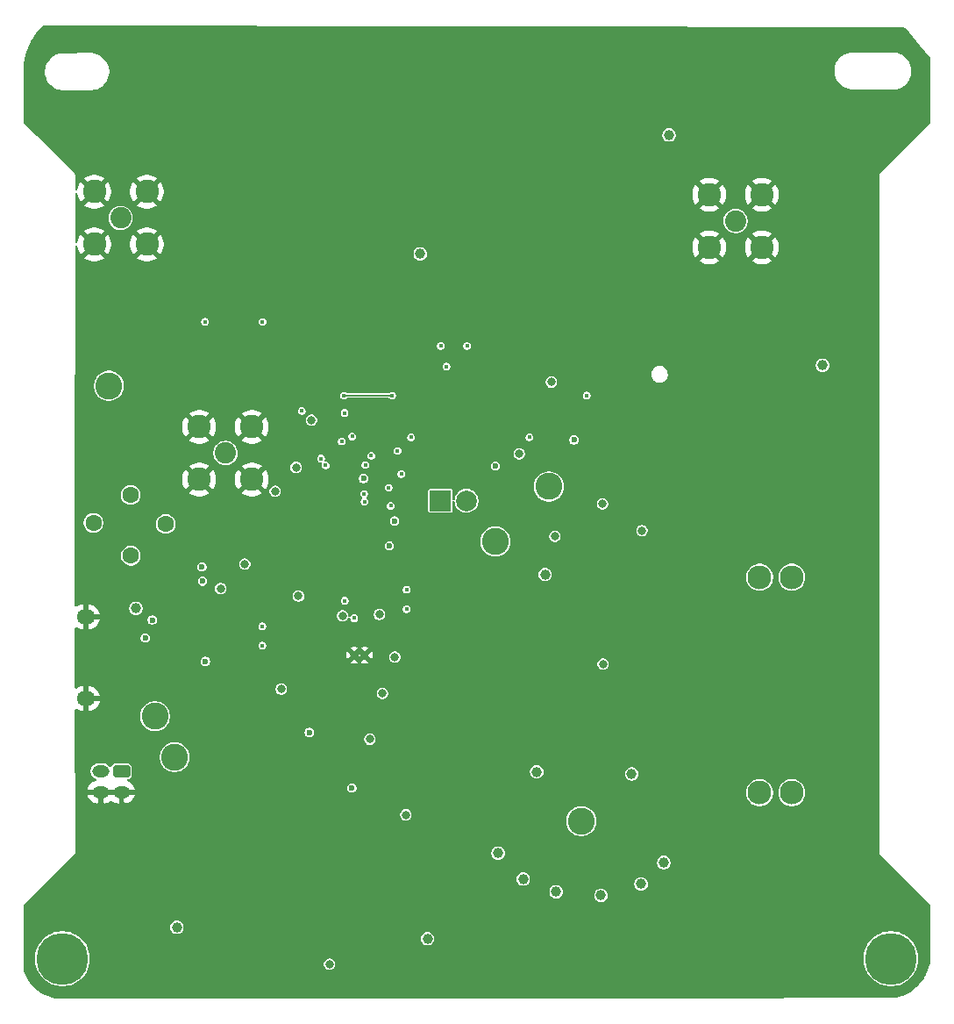
<source format=gbr>
%TF.GenerationSoftware,KiCad,Pcbnew,9.0.0*%
%TF.CreationDate,2025-06-10T14:56:09-07:00*%
%TF.ProjectId,og_pcb,6f675f70-6362-42e6-9b69-6361645f7063,rev?*%
%TF.SameCoordinates,Original*%
%TF.FileFunction,Copper,L2,Inr*%
%TF.FilePolarity,Positive*%
%FSLAX46Y46*%
G04 Gerber Fmt 4.6, Leading zero omitted, Abs format (unit mm)*
G04 Created by KiCad (PCBNEW 9.0.0) date 2025-06-10 14:56:09*
%MOMM*%
%LPD*%
G01*
G04 APERTURE LIST*
G04 Aperture macros list*
%AMRoundRect*
0 Rectangle with rounded corners*
0 $1 Rounding radius*
0 $2 $3 $4 $5 $6 $7 $8 $9 X,Y pos of 4 corners*
0 Add a 4 corners polygon primitive as box body*
4,1,4,$2,$3,$4,$5,$6,$7,$8,$9,$2,$3,0*
0 Add four circle primitives for the rounded corners*
1,1,$1+$1,$2,$3*
1,1,$1+$1,$4,$5*
1,1,$1+$1,$6,$7*
1,1,$1+$1,$8,$9*
0 Add four rect primitives between the rounded corners*
20,1,$1+$1,$2,$3,$4,$5,0*
20,1,$1+$1,$4,$5,$6,$7,0*
20,1,$1+$1,$6,$7,$8,$9,0*
20,1,$1+$1,$8,$9,$2,$3,0*%
G04 Aperture macros list end*
%TA.AperFunction,ComponentPad*%
%ADD10C,2.600000*%
%TD*%
%TA.AperFunction,ComponentPad*%
%ADD11C,2.050000*%
%TD*%
%TA.AperFunction,ComponentPad*%
%ADD12C,2.250000*%
%TD*%
%TA.AperFunction,ComponentPad*%
%ADD13C,2.300000*%
%TD*%
%TA.AperFunction,ComponentPad*%
%ADD14C,5.000000*%
%TD*%
%TA.AperFunction,ComponentPad*%
%ADD15R,2.000000X2.000000*%
%TD*%
%TA.AperFunction,ComponentPad*%
%ADD16C,2.000000*%
%TD*%
%TA.AperFunction,ComponentPad*%
%ADD17O,1.800000X1.400000*%
%TD*%
%TA.AperFunction,ComponentPad*%
%ADD18RoundRect,0.250000X-0.575000X0.350000X-0.575000X-0.350000X0.575000X-0.350000X0.575000X0.350000X0*%
%TD*%
%TA.AperFunction,ComponentPad*%
%ADD19O,1.650000X1.200000*%
%TD*%
%TA.AperFunction,HeatsinkPad*%
%ADD20C,0.600000*%
%TD*%
%TA.AperFunction,ViaPad*%
%ADD21C,0.800000*%
%TD*%
%TA.AperFunction,ViaPad*%
%ADD22C,1.000000*%
%TD*%
%TA.AperFunction,ViaPad*%
%ADD23C,0.450000*%
%TD*%
%TA.AperFunction,ViaPad*%
%ADD24C,0.600000*%
%TD*%
%TA.AperFunction,ViaPad*%
%ADD25C,1.200000*%
%TD*%
%TA.AperFunction,ViaPad*%
%ADD26C,2.000000*%
%TD*%
%TA.AperFunction,ViaPad*%
%ADD27C,1.600000*%
%TD*%
%TA.AperFunction,Conductor*%
%ADD28C,0.150000*%
%TD*%
G04 APERTURE END LIST*
D10*
%TO.N,+3.3V*%
%TO.C,TP5*%
X145300000Y-148650000D03*
%TD*%
%TO.N,+3.3V*%
%TO.C,TP4*%
X99700000Y-106650000D03*
%TD*%
D11*
%TO.N,Net-(J6-In)*%
%TO.C,J6*%
X100815000Y-90465000D03*
D12*
%TO.N,GND*%
X98275000Y-93005000D03*
X103355000Y-93005000D03*
X98275000Y-87925000D03*
X103355000Y-87925000D03*
%TD*%
D13*
%TO.N,/Sensors/VBACKUP*%
%TO.C,BT1*%
X162525000Y-145925000D03*
X165625000Y-145925000D03*
X162525000Y-125125000D03*
X165625000Y-125125000D03*
%TD*%
D10*
%TO.N,VBUS*%
%TO.C,TP6*%
X104140000Y-138540000D03*
%TD*%
D11*
%TO.N,Cosmic Analog*%
%TO.C,J1*%
X110950000Y-113150000D03*
D12*
%TO.N,GND*%
X108410000Y-115690000D03*
X113490000Y-115690000D03*
X108410000Y-110610000D03*
X113490000Y-110610000D03*
%TD*%
D14*
%TO.N,N/C*%
%TO.C,H2*%
X175198638Y-161936278D03*
%TD*%
D15*
%TO.N,SWD*%
%TO.C,J5*%
X131680000Y-117750000D03*
D16*
%TO.N,SWCLK*%
X134220000Y-117750000D03*
%TD*%
D14*
%TO.N,N/C*%
%TO.C,H1*%
X95198638Y-161936278D03*
%TD*%
D10*
%TO.N,GPS VCC*%
%TO.C,TP3*%
X142172500Y-116377500D03*
%TD*%
D17*
%TO.N,GND*%
%TO.C,J12*%
X97450000Y-128950000D03*
X97450000Y-136850000D03*
%TD*%
D10*
%TO.N,RP2040 Reset*%
%TO.C,TP1*%
X137000000Y-121680000D03*
%TD*%
D18*
%TO.N,VBUS*%
%TO.C,J3*%
X100900000Y-143850000D03*
D19*
X98900000Y-143850000D03*
%TO.N,GND*%
X100900000Y-145850000D03*
X98900000Y-145850000D03*
%TD*%
D10*
%TO.N,Net-(D4-K)*%
%TO.C,TP2*%
X106050000Y-142475000D03*
%TD*%
D20*
%TO.N,GND*%
%TO.C,U15*%
X124375000Y-132650000D03*
X123375000Y-132650000D03*
%TD*%
D11*
%TO.N,Net-(J2-In)*%
%TO.C,J2*%
X160200000Y-90750000D03*
D12*
%TO.N,GND*%
X157660000Y-93290000D03*
X162740000Y-93290000D03*
X157660000Y-88210000D03*
X162740000Y-88210000D03*
%TD*%
D21*
%TO.N,+3.3V*%
X151150000Y-120625000D03*
D22*
X153775000Y-82450000D03*
X129750000Y-93925000D03*
X168600000Y-104675000D03*
X106250000Y-158900000D03*
X150175000Y-144100000D03*
X137275000Y-151750000D03*
X153275000Y-152650000D03*
X151075000Y-154725000D03*
X147200000Y-155825000D03*
X142875000Y-155475000D03*
X139700000Y-154250000D03*
X141000000Y-143900000D03*
D21*
X142750000Y-121175000D03*
D23*
%TO.N,GND*%
X130750000Y-120550000D03*
D24*
X133275000Y-123525000D03*
X140500000Y-128600000D03*
X149170000Y-130800000D03*
D22*
%TO.N,+3.3V*%
X141800000Y-124850000D03*
D24*
%TO.N,USB_DM*%
X103875000Y-129250000D03*
D25*
%TO.N,GND*%
X106780000Y-135580000D03*
D24*
X109045000Y-152300000D03*
X133025000Y-120475000D03*
X131100000Y-125660000D03*
X132540000Y-125030000D03*
X132400000Y-121675000D03*
D22*
%TO.N,+3.3V*%
X102290000Y-128130000D03*
D24*
%TO.N,MicroSD CS*%
X119025000Y-140100000D03*
X123155000Y-145475000D03*
%TO.N,GND*%
X118725000Y-162750000D03*
D21*
%TO.N,+3.3V*%
X121000000Y-162475000D03*
%TO.N,GND*%
X148715000Y-119575000D03*
D24*
X113975000Y-123400000D03*
D21*
X148050000Y-95475000D03*
D25*
X101925000Y-130800000D03*
D24*
X139075000Y-129355000D03*
D25*
X98900000Y-147400000D03*
X97425000Y-114825000D03*
D21*
X101715000Y-97795000D03*
D24*
X120400000Y-121100000D03*
X135000000Y-129305000D03*
D21*
X155800000Y-119600000D03*
X158550000Y-95650000D03*
D24*
X113750000Y-121650000D03*
X126325000Y-127450000D03*
X155425000Y-139425000D03*
D26*
X164000000Y-142175000D03*
D21*
X157025000Y-115675000D03*
X133900000Y-163400000D03*
D23*
X123625000Y-134500000D03*
D25*
X115875000Y-97225000D03*
D24*
X110210000Y-129390000D03*
X169400000Y-143250000D03*
D23*
X128175000Y-120650000D03*
D25*
X117867500Y-95700000D03*
D26*
X164075000Y-129025000D03*
D24*
X115825000Y-131750000D03*
D25*
X101000000Y-147400000D03*
D26*
X164025000Y-135525000D03*
D23*
X131650000Y-120575000D03*
D24*
X129475000Y-118700000D03*
X118075000Y-115400000D03*
X123025000Y-135125000D03*
D21*
X108100000Y-92475000D03*
D24*
X122875000Y-121100000D03*
X155275000Y-132350000D03*
X122825000Y-123575000D03*
X122625000Y-131550000D03*
X123575000Y-114900000D03*
D26*
X170250000Y-135525000D03*
D21*
X149800000Y-115550000D03*
D22*
X122100000Y-150475000D03*
D26*
X121625000Y-122350000D03*
D25*
X119850000Y-94150000D03*
D26*
X157450000Y-135525000D03*
D24*
X104725000Y-148675000D03*
D25*
X119950000Y-97150000D03*
X97500000Y-125350000D03*
D21*
X140075000Y-119650000D03*
D24*
X114575000Y-119875000D03*
X116975000Y-115425000D03*
X120350000Y-123600000D03*
X118650000Y-130050000D03*
D21*
X143525000Y-90450000D03*
D24*
X114225000Y-118475000D03*
X168825000Y-126875000D03*
X109075000Y-148700000D03*
D25*
X115900000Y-94225000D03*
D23*
X127775000Y-124225000D03*
D24*
X129850000Y-119850000D03*
X155420000Y-116175000D03*
D23*
%TO.N,/RP2040 MCU/QSPI_SD2*%
X114500000Y-131725000D03*
X114500000Y-129875000D03*
D24*
%TO.N,RP2040 Reset*%
X137000000Y-114400000D03*
D23*
%TO.N,SCL0*%
X122462500Y-127387500D03*
X123375000Y-129075000D03*
%TO.N,GPS Reset*%
X128875000Y-111625000D03*
X140300000Y-111625000D03*
D24*
X144600000Y-111875000D03*
D23*
X127562500Y-112937500D03*
%TO.N,GPS UART Tx*%
X127933732Y-115158732D03*
X124332294Y-117082309D03*
%TO.N,RF DIO4*%
X122175000Y-112025000D03*
X124450000Y-114300000D03*
%TO.N,GPS UART Rx*%
X124375000Y-117831032D03*
X126700000Y-116480699D03*
D21*
%TO.N,+3.3V*%
X147350000Y-118050000D03*
X147400000Y-133520000D03*
X117750000Y-114525000D03*
D24*
X124275000Y-115600000D03*
D21*
X125800000Y-128725000D03*
X122250000Y-128850000D03*
X124880000Y-140760000D03*
D24*
X109010000Y-133250000D03*
D27*
X105175000Y-120000000D03*
D21*
X115750000Y-116825000D03*
D24*
X127275000Y-119700000D03*
D21*
X112805000Y-123865000D03*
X118000000Y-126950000D03*
D27*
X101775000Y-117200000D03*
D21*
X119250000Y-109975000D03*
D27*
X101810000Y-123050000D03*
D21*
X142425000Y-106300000D03*
X127300000Y-132825000D03*
X128350000Y-148050000D03*
D27*
X98200000Y-119875000D03*
D21*
X126100000Y-136325000D03*
D22*
X130450000Y-160000000D03*
D21*
X110470000Y-126210000D03*
D24*
X126775000Y-122100000D03*
D21*
X139325000Y-113225000D03*
D23*
%TO.N,RF SCK*%
X131750000Y-102800000D03*
X122450000Y-109275000D03*
X134275000Y-102800000D03*
X120625000Y-114325000D03*
%TO.N,RF MOSI*%
X120175000Y-113675000D03*
X132275000Y-104800000D03*
%TO.N,RF DIO0*%
X125025000Y-113400000D03*
X108975000Y-100475000D03*
X123175000Y-111550000D03*
X114525000Y-100475000D03*
%TO.N,GPS 1PPS*%
X118312500Y-109087500D03*
X145825000Y-107600000D03*
X127050000Y-107600000D03*
X122400000Y-107600000D03*
D24*
%TO.N,USB_DM*%
X108675000Y-124125000D03*
D23*
%TO.N,SWCLK*%
X126899000Y-118240000D03*
%TO.N,SCL1*%
X128450000Y-126325000D03*
X128450000Y-128200000D03*
D21*
%TO.N,+3.3V*%
X116325000Y-135925000D03*
D24*
%TO.N,USB_DP*%
X103200000Y-130975000D03*
X108724971Y-125499971D03*
%TD*%
D28*
%TO.N,GPS 1PPS*%
X122400000Y-107600000D02*
X127050000Y-107600000D01*
%TD*%
%TA.AperFunction,Conductor*%
%TO.N,GND*%
G36*
X100503963Y-145685956D02*
G01*
X100475000Y-145794048D01*
X100475000Y-145905952D01*
X100503963Y-146014044D01*
X100553590Y-146100000D01*
X99246410Y-146100000D01*
X99296037Y-146014044D01*
X99325000Y-145905952D01*
X99325000Y-145794048D01*
X99296037Y-145685956D01*
X99246410Y-145600000D01*
X100553590Y-145600000D01*
X100503963Y-145685956D01*
G37*
%TD.AperFunction*%
%TA.AperFunction,Conductor*%
G36*
X176506403Y-72099063D02*
G01*
X176573383Y-72118943D01*
X176601449Y-72143860D01*
X178029992Y-73864743D01*
X178992255Y-75023926D01*
X179012748Y-75048612D01*
X179040422Y-75112768D01*
X179041338Y-75127814D01*
X179041338Y-81181866D01*
X179021653Y-81248905D01*
X179005019Y-81269547D01*
X174098663Y-86175902D01*
X174098662Y-86175903D01*
X174068138Y-86249594D01*
X174068138Y-151712961D01*
X174098662Y-151786652D01*
X179005019Y-156693009D01*
X179038504Y-156754332D01*
X179041338Y-156780690D01*
X179041338Y-161983021D01*
X179039409Y-162004809D01*
X178975939Y-162360417D01*
X178973585Y-162370937D01*
X178875386Y-162734818D01*
X178872128Y-162745094D01*
X178742689Y-163099082D01*
X178738550Y-163109037D01*
X178578854Y-163450442D01*
X178573866Y-163459999D01*
X178385125Y-163786237D01*
X178379326Y-163795325D01*
X178162952Y-164103950D01*
X178156385Y-164112499D01*
X177914043Y-164401140D01*
X177906759Y-164409088D01*
X177640239Y-164675612D01*
X177632292Y-164682896D01*
X177343644Y-164925251D01*
X177335094Y-164931818D01*
X177026478Y-165148192D01*
X177017390Y-165153991D01*
X176691156Y-165342737D01*
X176681599Y-165347725D01*
X176340198Y-165507424D01*
X176330244Y-165511563D01*
X175976262Y-165641005D01*
X175965986Y-165644264D01*
X175715419Y-165711888D01*
X175683641Y-165716170D01*
X153823685Y-165810015D01*
X153823685Y-165810016D01*
X153786183Y-165810177D01*
X153785651Y-165810178D01*
X95293113Y-165810178D01*
X95280171Y-165810176D01*
X95278740Y-165809608D01*
X95240874Y-165810170D01*
X95239951Y-165810170D01*
X95239845Y-165810139D01*
X95235980Y-165810106D01*
X94879559Y-165798631D01*
X94867938Y-165797708D01*
X94517117Y-165753186D01*
X94505634Y-165751177D01*
X94160527Y-165673903D01*
X94149283Y-165670824D01*
X93812956Y-165561483D01*
X93802051Y-165557361D01*
X93477489Y-165416923D01*
X93467020Y-165411796D01*
X93157076Y-165241496D01*
X93147134Y-165235408D01*
X92854556Y-165036757D01*
X92845230Y-165029763D01*
X92572590Y-164804507D01*
X92563962Y-164796667D01*
X92313693Y-164546814D01*
X92305839Y-164538199D01*
X92182049Y-164388877D01*
X92080128Y-164265934D01*
X92073130Y-164256636D01*
X91873979Y-163964371D01*
X91867876Y-163954440D01*
X91798326Y-163828357D01*
X91697056Y-163644772D01*
X91691926Y-163634341D01*
X91550934Y-163309982D01*
X91546804Y-163299110D01*
X91461371Y-163037804D01*
X91448477Y-162998366D01*
X91442338Y-162959832D01*
X91442338Y-161787424D01*
X92548138Y-161787424D01*
X92548138Y-162085131D01*
X92581468Y-162380940D01*
X92581470Y-162380952D01*
X92647714Y-162671190D01*
X92647717Y-162671198D01*
X92746038Y-162952182D01*
X92875201Y-163220392D01*
X92875203Y-163220395D01*
X93033588Y-163472463D01*
X93219200Y-163705212D01*
X93429704Y-163915716D01*
X93662453Y-164101328D01*
X93914521Y-164259713D01*
X93914523Y-164259714D01*
X93927456Y-164265942D01*
X94182737Y-164388879D01*
X94393773Y-164462723D01*
X94463717Y-164487198D01*
X94463725Y-164487201D01*
X94463728Y-164487201D01*
X94463729Y-164487202D01*
X94753963Y-164553446D01*
X95049785Y-164586777D01*
X95049786Y-164586778D01*
X95049789Y-164586778D01*
X95347490Y-164586778D01*
X95347490Y-164586777D01*
X95643313Y-164553446D01*
X95933547Y-164487202D01*
X96214539Y-164388879D01*
X96482755Y-164259713D01*
X96734823Y-164101328D01*
X96967572Y-163915716D01*
X97178076Y-163705212D01*
X97363688Y-163472463D01*
X97522073Y-163220395D01*
X97651239Y-162952179D01*
X97749562Y-162671187D01*
X97810882Y-162402525D01*
X120449500Y-162402525D01*
X120449500Y-162547475D01*
X120482649Y-162671187D01*
X120487017Y-162687488D01*
X120559488Y-162813011D01*
X120559490Y-162813013D01*
X120559491Y-162813015D01*
X120661985Y-162915509D01*
X120661986Y-162915510D01*
X120661988Y-162915511D01*
X120787511Y-162987982D01*
X120787512Y-162987982D01*
X120787515Y-162987984D01*
X120927525Y-163025500D01*
X120927528Y-163025500D01*
X121072472Y-163025500D01*
X121072475Y-163025500D01*
X121212485Y-162987984D01*
X121338015Y-162915509D01*
X121440509Y-162813015D01*
X121512984Y-162687485D01*
X121550500Y-162547475D01*
X121550500Y-162402525D01*
X121512984Y-162262515D01*
X121440509Y-162136985D01*
X121338015Y-162034491D01*
X121338013Y-162034490D01*
X121338011Y-162034488D01*
X121212488Y-161962017D01*
X121212489Y-161962017D01*
X121201006Y-161958940D01*
X121072475Y-161924500D01*
X120927525Y-161924500D01*
X120798993Y-161958940D01*
X120787511Y-161962017D01*
X120661988Y-162034488D01*
X120661982Y-162034493D01*
X120559493Y-162136982D01*
X120559488Y-162136988D01*
X120487017Y-162262511D01*
X120487016Y-162262515D01*
X120449500Y-162402525D01*
X97810882Y-162402525D01*
X97815806Y-162380953D01*
X97815829Y-162380742D01*
X97815856Y-162380514D01*
X97832291Y-162234637D01*
X97849138Y-162085127D01*
X97849138Y-161787429D01*
X97849137Y-161787424D01*
X172548138Y-161787424D01*
X172548138Y-162085131D01*
X172581468Y-162380940D01*
X172581470Y-162380952D01*
X172647714Y-162671190D01*
X172647717Y-162671198D01*
X172746038Y-162952182D01*
X172875201Y-163220392D01*
X172875203Y-163220395D01*
X173033588Y-163472463D01*
X173219200Y-163705212D01*
X173429704Y-163915716D01*
X173662453Y-164101328D01*
X173914521Y-164259713D01*
X173914523Y-164259714D01*
X173927456Y-164265942D01*
X174182737Y-164388879D01*
X174393773Y-164462723D01*
X174463717Y-164487198D01*
X174463725Y-164487201D01*
X174463728Y-164487201D01*
X174463729Y-164487202D01*
X174753963Y-164553446D01*
X175049785Y-164586777D01*
X175049786Y-164586778D01*
X175049789Y-164586778D01*
X175347490Y-164586778D01*
X175347490Y-164586777D01*
X175643313Y-164553446D01*
X175933547Y-164487202D01*
X176214539Y-164388879D01*
X176482755Y-164259713D01*
X176734823Y-164101328D01*
X176967572Y-163915716D01*
X177178076Y-163705212D01*
X177363688Y-163472463D01*
X177522073Y-163220395D01*
X177651239Y-162952179D01*
X177749562Y-162671187D01*
X177815806Y-162380953D01*
X177849138Y-162085127D01*
X177849138Y-161787429D01*
X177815806Y-161491603D01*
X177749562Y-161201369D01*
X177651239Y-160920377D01*
X177522073Y-160652161D01*
X177363688Y-160400093D01*
X177178076Y-160167344D01*
X176967572Y-159956840D01*
X176734823Y-159771228D01*
X176482755Y-159612843D01*
X176482752Y-159612841D01*
X176214542Y-159483678D01*
X175933558Y-159385357D01*
X175933550Y-159385354D01*
X175715871Y-159335671D01*
X175643313Y-159319110D01*
X175643309Y-159319109D01*
X175643300Y-159319108D01*
X175347491Y-159285778D01*
X175347487Y-159285778D01*
X175049789Y-159285778D01*
X175049784Y-159285778D01*
X174753975Y-159319108D01*
X174753963Y-159319110D01*
X174463725Y-159385354D01*
X174463717Y-159385357D01*
X174182733Y-159483678D01*
X173914523Y-159612841D01*
X173662454Y-159771227D01*
X173429704Y-159956839D01*
X173219199Y-160167344D01*
X173033587Y-160400094D01*
X172875201Y-160652163D01*
X172746038Y-160920373D01*
X172647717Y-161201357D01*
X172647714Y-161201365D01*
X172581470Y-161491603D01*
X172581468Y-161491615D01*
X172548138Y-161787424D01*
X97849137Y-161787424D01*
X97815806Y-161491603D01*
X97749562Y-161201369D01*
X97651239Y-160920377D01*
X97522073Y-160652161D01*
X97363688Y-160400093D01*
X97178076Y-160167344D01*
X97074803Y-160064071D01*
X129799499Y-160064071D01*
X129824497Y-160189738D01*
X129824499Y-160189744D01*
X129873533Y-160308124D01*
X129873538Y-160308133D01*
X129944723Y-160414668D01*
X129944726Y-160414672D01*
X130035327Y-160505273D01*
X130035331Y-160505276D01*
X130141866Y-160576461D01*
X130141872Y-160576464D01*
X130141873Y-160576465D01*
X130260256Y-160625501D01*
X130260260Y-160625501D01*
X130260261Y-160625502D01*
X130385928Y-160650500D01*
X130385931Y-160650500D01*
X130514071Y-160650500D01*
X130598615Y-160633682D01*
X130639744Y-160625501D01*
X130758127Y-160576465D01*
X130864669Y-160505276D01*
X130955276Y-160414669D01*
X131026465Y-160308127D01*
X131075501Y-160189744D01*
X131100500Y-160064069D01*
X131100500Y-159935931D01*
X131100500Y-159935928D01*
X131075502Y-159810261D01*
X131075501Y-159810260D01*
X131075501Y-159810256D01*
X131026465Y-159691873D01*
X131026464Y-159691872D01*
X131026461Y-159691866D01*
X130955276Y-159585331D01*
X130955273Y-159585327D01*
X130864672Y-159494726D01*
X130864668Y-159494723D01*
X130758133Y-159423538D01*
X130758124Y-159423533D01*
X130639744Y-159374499D01*
X130639738Y-159374497D01*
X130514071Y-159349500D01*
X130514069Y-159349500D01*
X130385931Y-159349500D01*
X130385929Y-159349500D01*
X130260261Y-159374497D01*
X130260255Y-159374499D01*
X130141875Y-159423533D01*
X130141866Y-159423538D01*
X130035331Y-159494723D01*
X130035327Y-159494726D01*
X129944726Y-159585327D01*
X129944723Y-159585331D01*
X129873538Y-159691866D01*
X129873533Y-159691875D01*
X129824499Y-159810255D01*
X129824497Y-159810261D01*
X129799500Y-159935928D01*
X129799500Y-159935931D01*
X129799500Y-160064069D01*
X129799500Y-160064071D01*
X129799499Y-160064071D01*
X97074803Y-160064071D01*
X96967572Y-159956840D01*
X96734823Y-159771228D01*
X96482755Y-159612843D01*
X96482752Y-159612841D01*
X96214542Y-159483678D01*
X95933558Y-159385357D01*
X95933550Y-159385354D01*
X95715871Y-159335671D01*
X95643313Y-159319110D01*
X95643309Y-159319109D01*
X95643300Y-159319108D01*
X95347491Y-159285778D01*
X95347487Y-159285778D01*
X95049789Y-159285778D01*
X95049784Y-159285778D01*
X94753975Y-159319108D01*
X94753963Y-159319110D01*
X94463725Y-159385354D01*
X94463717Y-159385357D01*
X94182733Y-159483678D01*
X93914523Y-159612841D01*
X93662454Y-159771227D01*
X93429704Y-159956839D01*
X93219199Y-160167344D01*
X93033587Y-160400094D01*
X92875201Y-160652163D01*
X92746038Y-160920373D01*
X92647717Y-161201357D01*
X92647714Y-161201365D01*
X92581470Y-161491603D01*
X92581468Y-161491615D01*
X92548138Y-161787424D01*
X91442338Y-161787424D01*
X91442338Y-158964071D01*
X105599499Y-158964071D01*
X105624497Y-159089738D01*
X105624499Y-159089744D01*
X105673533Y-159208124D01*
X105673538Y-159208133D01*
X105744723Y-159314668D01*
X105744726Y-159314672D01*
X105835327Y-159405273D01*
X105835331Y-159405276D01*
X105941866Y-159476461D01*
X105941872Y-159476464D01*
X105941873Y-159476465D01*
X106060256Y-159525501D01*
X106060260Y-159525501D01*
X106060261Y-159525502D01*
X106185928Y-159550500D01*
X106185931Y-159550500D01*
X106314071Y-159550500D01*
X106398615Y-159533682D01*
X106439744Y-159525501D01*
X106558127Y-159476465D01*
X106664669Y-159405276D01*
X106755276Y-159314669D01*
X106826465Y-159208127D01*
X106875501Y-159089744D01*
X106900500Y-158964069D01*
X106900500Y-158835931D01*
X106900500Y-158835928D01*
X106875502Y-158710261D01*
X106875501Y-158710260D01*
X106875501Y-158710256D01*
X106826465Y-158591873D01*
X106826464Y-158591872D01*
X106826461Y-158591866D01*
X106755276Y-158485331D01*
X106755273Y-158485327D01*
X106664672Y-158394726D01*
X106664668Y-158394723D01*
X106558133Y-158323538D01*
X106558124Y-158323533D01*
X106439744Y-158274499D01*
X106439738Y-158274497D01*
X106314071Y-158249500D01*
X106314069Y-158249500D01*
X106185931Y-158249500D01*
X106185929Y-158249500D01*
X106060261Y-158274497D01*
X106060255Y-158274499D01*
X105941875Y-158323533D01*
X105941866Y-158323538D01*
X105835331Y-158394723D01*
X105835327Y-158394726D01*
X105744726Y-158485327D01*
X105744723Y-158485331D01*
X105673538Y-158591866D01*
X105673533Y-158591875D01*
X105624499Y-158710255D01*
X105624497Y-158710261D01*
X105599500Y-158835928D01*
X105599500Y-158835931D01*
X105599500Y-158964069D01*
X105599500Y-158964071D01*
X105599499Y-158964071D01*
X91442338Y-158964071D01*
X91442338Y-156780689D01*
X91462023Y-156713650D01*
X91478652Y-156693013D01*
X92632594Y-155539071D01*
X142224499Y-155539071D01*
X142249497Y-155664738D01*
X142249499Y-155664744D01*
X142298533Y-155783124D01*
X142298538Y-155783133D01*
X142369723Y-155889668D01*
X142369726Y-155889672D01*
X142460327Y-155980273D01*
X142460331Y-155980276D01*
X142566866Y-156051461D01*
X142566872Y-156051464D01*
X142566873Y-156051465D01*
X142685256Y-156100501D01*
X142685260Y-156100501D01*
X142685261Y-156100502D01*
X142810928Y-156125500D01*
X142810931Y-156125500D01*
X142939071Y-156125500D01*
X143023615Y-156108682D01*
X143064744Y-156100501D01*
X143183127Y-156051465D01*
X143289669Y-155980276D01*
X143380276Y-155889669D01*
X143380676Y-155889071D01*
X146549499Y-155889071D01*
X146574497Y-156014738D01*
X146574499Y-156014744D01*
X146623533Y-156133124D01*
X146623538Y-156133133D01*
X146694723Y-156239668D01*
X146694726Y-156239672D01*
X146785327Y-156330273D01*
X146785331Y-156330276D01*
X146891866Y-156401461D01*
X146891872Y-156401464D01*
X146891873Y-156401465D01*
X147010256Y-156450501D01*
X147010260Y-156450501D01*
X147010261Y-156450502D01*
X147135928Y-156475500D01*
X147135931Y-156475500D01*
X147264071Y-156475500D01*
X147348615Y-156458682D01*
X147389744Y-156450501D01*
X147508127Y-156401465D01*
X147614669Y-156330276D01*
X147705276Y-156239669D01*
X147776465Y-156133127D01*
X147825501Y-156014744D01*
X147850500Y-155889069D01*
X147850500Y-155760931D01*
X147850500Y-155760928D01*
X147825502Y-155635261D01*
X147825501Y-155635260D01*
X147825501Y-155635256D01*
X147776465Y-155516873D01*
X147776464Y-155516872D01*
X147776461Y-155516866D01*
X147705276Y-155410331D01*
X147705273Y-155410327D01*
X147614672Y-155319726D01*
X147614668Y-155319723D01*
X147508133Y-155248538D01*
X147508124Y-155248533D01*
X147389744Y-155199499D01*
X147389738Y-155199497D01*
X147264071Y-155174500D01*
X147264069Y-155174500D01*
X147135931Y-155174500D01*
X147135929Y-155174500D01*
X147010261Y-155199497D01*
X147010255Y-155199499D01*
X146891875Y-155248533D01*
X146891866Y-155248538D01*
X146785331Y-155319723D01*
X146785327Y-155319726D01*
X146694726Y-155410327D01*
X146694723Y-155410331D01*
X146623538Y-155516866D01*
X146623533Y-155516875D01*
X146574499Y-155635255D01*
X146574497Y-155635261D01*
X146549500Y-155760928D01*
X146549500Y-155760931D01*
X146549500Y-155889069D01*
X146549500Y-155889071D01*
X146549499Y-155889071D01*
X143380676Y-155889071D01*
X143451465Y-155783127D01*
X143500501Y-155664744D01*
X143525500Y-155539069D01*
X143525500Y-155410931D01*
X143525500Y-155410928D01*
X143500502Y-155285261D01*
X143500501Y-155285260D01*
X143500501Y-155285256D01*
X143451465Y-155166873D01*
X143451464Y-155166872D01*
X143451461Y-155166866D01*
X143380276Y-155060331D01*
X143380273Y-155060327D01*
X143289672Y-154969726D01*
X143289668Y-154969723D01*
X143183133Y-154898538D01*
X143183124Y-154898533D01*
X143064744Y-154849499D01*
X143064738Y-154849497D01*
X142939071Y-154824500D01*
X142939069Y-154824500D01*
X142810931Y-154824500D01*
X142810929Y-154824500D01*
X142685261Y-154849497D01*
X142685255Y-154849499D01*
X142566875Y-154898533D01*
X142566866Y-154898538D01*
X142460331Y-154969723D01*
X142460327Y-154969726D01*
X142369726Y-155060327D01*
X142369723Y-155060331D01*
X142298538Y-155166866D01*
X142298533Y-155166875D01*
X142249499Y-155285255D01*
X142249497Y-155285261D01*
X142224500Y-155410928D01*
X142224500Y-155410931D01*
X142224500Y-155539069D01*
X142224500Y-155539071D01*
X142224499Y-155539071D01*
X92632594Y-155539071D01*
X93857594Y-154314071D01*
X139049499Y-154314071D01*
X139074497Y-154439738D01*
X139074499Y-154439744D01*
X139123533Y-154558124D01*
X139123538Y-154558133D01*
X139194723Y-154664668D01*
X139194726Y-154664672D01*
X139285327Y-154755273D01*
X139285331Y-154755276D01*
X139391866Y-154826461D01*
X139391872Y-154826464D01*
X139391873Y-154826465D01*
X139510256Y-154875501D01*
X139510260Y-154875501D01*
X139510261Y-154875502D01*
X139635928Y-154900500D01*
X139635931Y-154900500D01*
X139764071Y-154900500D01*
X139848615Y-154883682D01*
X139889744Y-154875501D01*
X140008127Y-154826465D01*
X140064091Y-154789071D01*
X150424499Y-154789071D01*
X150449497Y-154914738D01*
X150449499Y-154914744D01*
X150498533Y-155033124D01*
X150498538Y-155033133D01*
X150569723Y-155139668D01*
X150569726Y-155139672D01*
X150660327Y-155230273D01*
X150660331Y-155230276D01*
X150766866Y-155301461D01*
X150766872Y-155301464D01*
X150766873Y-155301465D01*
X150885256Y-155350501D01*
X150885260Y-155350501D01*
X150885261Y-155350502D01*
X151010928Y-155375500D01*
X151010931Y-155375500D01*
X151139071Y-155375500D01*
X151223615Y-155358682D01*
X151264744Y-155350501D01*
X151383127Y-155301465D01*
X151489669Y-155230276D01*
X151580276Y-155139669D01*
X151651465Y-155033127D01*
X151700501Y-154914744D01*
X151708682Y-154873615D01*
X151725500Y-154789071D01*
X151725500Y-154660928D01*
X151700502Y-154535261D01*
X151700501Y-154535260D01*
X151700501Y-154535256D01*
X151651465Y-154416873D01*
X151651464Y-154416872D01*
X151651461Y-154416866D01*
X151580276Y-154310331D01*
X151580273Y-154310327D01*
X151489672Y-154219726D01*
X151489668Y-154219723D01*
X151383133Y-154148538D01*
X151383124Y-154148533D01*
X151264744Y-154099499D01*
X151264738Y-154099497D01*
X151139071Y-154074500D01*
X151139069Y-154074500D01*
X151010931Y-154074500D01*
X151010929Y-154074500D01*
X150885261Y-154099497D01*
X150885255Y-154099499D01*
X150766875Y-154148533D01*
X150766866Y-154148538D01*
X150660331Y-154219723D01*
X150660327Y-154219726D01*
X150569726Y-154310327D01*
X150569723Y-154310331D01*
X150498538Y-154416866D01*
X150498533Y-154416875D01*
X150449499Y-154535255D01*
X150449497Y-154535261D01*
X150424500Y-154660928D01*
X150424500Y-154660931D01*
X150424500Y-154789069D01*
X150424500Y-154789071D01*
X150424499Y-154789071D01*
X140064091Y-154789071D01*
X140114669Y-154755276D01*
X140205276Y-154664669D01*
X140276465Y-154558127D01*
X140325501Y-154439744D01*
X140350500Y-154314069D01*
X140350500Y-154185931D01*
X140350500Y-154185928D01*
X140325502Y-154060261D01*
X140325501Y-154060260D01*
X140325501Y-154060256D01*
X140276465Y-153941873D01*
X140276464Y-153941872D01*
X140276461Y-153941866D01*
X140205276Y-153835331D01*
X140205273Y-153835327D01*
X140114672Y-153744726D01*
X140114668Y-153744723D01*
X140008133Y-153673538D01*
X140008124Y-153673533D01*
X139889744Y-153624499D01*
X139889738Y-153624497D01*
X139764071Y-153599500D01*
X139764069Y-153599500D01*
X139635931Y-153599500D01*
X139635929Y-153599500D01*
X139510261Y-153624497D01*
X139510255Y-153624499D01*
X139391875Y-153673533D01*
X139391866Y-153673538D01*
X139285331Y-153744723D01*
X139285327Y-153744726D01*
X139194726Y-153835327D01*
X139194723Y-153835331D01*
X139123538Y-153941866D01*
X139123533Y-153941875D01*
X139074499Y-154060255D01*
X139074497Y-154060261D01*
X139049500Y-154185928D01*
X139049500Y-154185931D01*
X139049500Y-154314069D01*
X139049500Y-154314071D01*
X139049499Y-154314071D01*
X93857594Y-154314071D01*
X95457594Y-152714071D01*
X152624499Y-152714071D01*
X152649497Y-152839738D01*
X152649499Y-152839744D01*
X152698533Y-152958124D01*
X152698538Y-152958133D01*
X152769723Y-153064668D01*
X152769726Y-153064672D01*
X152860327Y-153155273D01*
X152860331Y-153155276D01*
X152966866Y-153226461D01*
X152966872Y-153226464D01*
X152966873Y-153226465D01*
X153085256Y-153275501D01*
X153085260Y-153275501D01*
X153085261Y-153275502D01*
X153210928Y-153300500D01*
X153210931Y-153300500D01*
X153339071Y-153300500D01*
X153423615Y-153283682D01*
X153464744Y-153275501D01*
X153583127Y-153226465D01*
X153689669Y-153155276D01*
X153780276Y-153064669D01*
X153851465Y-152958127D01*
X153900501Y-152839744D01*
X153925500Y-152714069D01*
X153925500Y-152585931D01*
X153925500Y-152585928D01*
X153900502Y-152460261D01*
X153900501Y-152460260D01*
X153900501Y-152460256D01*
X153851465Y-152341873D01*
X153851464Y-152341872D01*
X153851461Y-152341866D01*
X153780276Y-152235331D01*
X153780273Y-152235327D01*
X153689672Y-152144726D01*
X153689668Y-152144723D01*
X153583133Y-152073538D01*
X153583124Y-152073533D01*
X153464744Y-152024499D01*
X153464738Y-152024497D01*
X153339071Y-151999500D01*
X153339069Y-151999500D01*
X153210931Y-151999500D01*
X153210929Y-151999500D01*
X153085261Y-152024497D01*
X153085255Y-152024499D01*
X152966875Y-152073533D01*
X152966866Y-152073538D01*
X152860331Y-152144723D01*
X152860327Y-152144726D01*
X152769726Y-152235327D01*
X152769723Y-152235331D01*
X152698538Y-152341866D01*
X152698533Y-152341875D01*
X152649499Y-152460255D01*
X152649497Y-152460261D01*
X152624500Y-152585928D01*
X152624500Y-152585931D01*
X152624500Y-152714069D01*
X152624500Y-152714071D01*
X152624499Y-152714071D01*
X95457594Y-152714071D01*
X96338644Y-151833021D01*
X96338818Y-151832949D01*
X96357628Y-151814071D01*
X136624499Y-151814071D01*
X136649497Y-151939738D01*
X136649499Y-151939744D01*
X136698533Y-152058124D01*
X136698538Y-152058133D01*
X136769723Y-152164668D01*
X136769726Y-152164672D01*
X136860327Y-152255273D01*
X136860331Y-152255276D01*
X136966866Y-152326461D01*
X136966872Y-152326464D01*
X136966873Y-152326465D01*
X137085256Y-152375501D01*
X137085260Y-152375501D01*
X137085261Y-152375502D01*
X137210928Y-152400500D01*
X137210931Y-152400500D01*
X137339071Y-152400500D01*
X137423615Y-152383682D01*
X137464744Y-152375501D01*
X137583127Y-152326465D01*
X137689669Y-152255276D01*
X137780276Y-152164669D01*
X137851465Y-152058127D01*
X137900501Y-151939744D01*
X137921730Y-151833021D01*
X137925500Y-151814071D01*
X137925500Y-151685928D01*
X137900502Y-151560261D01*
X137900501Y-151560260D01*
X137900501Y-151560256D01*
X137851465Y-151441873D01*
X137851464Y-151441872D01*
X137851461Y-151441866D01*
X137780276Y-151335331D01*
X137780273Y-151335327D01*
X137689672Y-151244726D01*
X137689668Y-151244723D01*
X137583133Y-151173538D01*
X137583124Y-151173533D01*
X137464744Y-151124499D01*
X137464738Y-151124497D01*
X137339071Y-151099500D01*
X137339069Y-151099500D01*
X137210931Y-151099500D01*
X137210929Y-151099500D01*
X137085261Y-151124497D01*
X137085255Y-151124499D01*
X136966875Y-151173533D01*
X136966866Y-151173538D01*
X136860331Y-151244723D01*
X136860327Y-151244726D01*
X136769726Y-151335327D01*
X136769723Y-151335331D01*
X136698538Y-151441866D01*
X136698533Y-151441875D01*
X136649499Y-151560255D01*
X136649497Y-151560261D01*
X136624500Y-151685928D01*
X136624500Y-151685931D01*
X136624500Y-151814069D01*
X136624500Y-151814071D01*
X136624499Y-151814071D01*
X96357628Y-151814071D01*
X96366829Y-151804836D01*
X96388614Y-151783052D01*
X96388614Y-151783051D01*
X96394913Y-151776753D01*
X96395114Y-151776449D01*
X96395118Y-151776446D01*
X96421280Y-151712961D01*
X96425508Y-151702702D01*
X96425508Y-151702701D01*
X96425509Y-151702699D01*
X96419646Y-148443290D01*
X96418808Y-147977525D01*
X127799500Y-147977525D01*
X127799500Y-148122475D01*
X127837016Y-148262485D01*
X127837017Y-148262488D01*
X127909488Y-148388011D01*
X127909490Y-148388013D01*
X127909491Y-148388015D01*
X128011985Y-148490509D01*
X128011986Y-148490510D01*
X128011988Y-148490511D01*
X128137511Y-148562982D01*
X128137512Y-148562982D01*
X128137515Y-148562984D01*
X128277525Y-148600500D01*
X128277528Y-148600500D01*
X128422472Y-148600500D01*
X128422475Y-148600500D01*
X128562485Y-148562984D01*
X128609505Y-148535837D01*
X143849500Y-148535837D01*
X143849500Y-148764162D01*
X143885215Y-148989660D01*
X143955770Y-149206803D01*
X144059421Y-149410228D01*
X144193621Y-149594937D01*
X144355063Y-149756379D01*
X144539772Y-149890579D01*
X144635884Y-149939550D01*
X144743196Y-149994229D01*
X144743198Y-149994229D01*
X144743201Y-149994231D01*
X144859592Y-150032049D01*
X144960339Y-150064784D01*
X145185838Y-150100500D01*
X145185843Y-150100500D01*
X145414162Y-150100500D01*
X145639660Y-150064784D01*
X145856799Y-149994231D01*
X146060228Y-149890579D01*
X146244937Y-149756379D01*
X146406379Y-149594937D01*
X146540579Y-149410228D01*
X146644231Y-149206799D01*
X146714784Y-148989660D01*
X146750500Y-148764162D01*
X146750500Y-148535837D01*
X146714784Y-148310339D01*
X146682049Y-148209592D01*
X146644231Y-148093201D01*
X146644229Y-148093198D01*
X146644229Y-148093196D01*
X146540578Y-147889771D01*
X146406379Y-147705063D01*
X146244937Y-147543621D01*
X146060228Y-147409421D01*
X145856803Y-147305770D01*
X145639660Y-147235215D01*
X145414162Y-147199500D01*
X145414157Y-147199500D01*
X145185843Y-147199500D01*
X145185838Y-147199500D01*
X144960339Y-147235215D01*
X144743196Y-147305770D01*
X144539771Y-147409421D01*
X144355061Y-147543622D01*
X144193622Y-147705061D01*
X144059421Y-147889771D01*
X143955770Y-148093196D01*
X143885215Y-148310339D01*
X143849500Y-148535837D01*
X128609505Y-148535837D01*
X128688015Y-148490509D01*
X128790509Y-148388015D01*
X128862984Y-148262485D01*
X128900500Y-148122475D01*
X128900500Y-147977525D01*
X128862984Y-147837515D01*
X128790509Y-147711985D01*
X128688015Y-147609491D01*
X128688013Y-147609490D01*
X128688011Y-147609488D01*
X128562488Y-147537017D01*
X128562489Y-147537017D01*
X128551006Y-147533940D01*
X128422475Y-147499500D01*
X128277525Y-147499500D01*
X128148993Y-147533940D01*
X128137511Y-147537017D01*
X128011988Y-147609488D01*
X128011982Y-147609493D01*
X127909493Y-147711982D01*
X127909488Y-147711988D01*
X127837017Y-147837511D01*
X127837016Y-147837515D01*
X127799500Y-147977525D01*
X96418808Y-147977525D01*
X96418794Y-147969621D01*
X96415693Y-146246037D01*
X96414531Y-145599999D01*
X97600884Y-145599999D01*
X97600885Y-145600000D01*
X98553590Y-145600000D01*
X98503963Y-145685956D01*
X98475000Y-145794048D01*
X98475000Y-145905952D01*
X98503963Y-146014044D01*
X98553590Y-146100000D01*
X97600885Y-146100000D01*
X97602085Y-146107584D01*
X97655591Y-146272255D01*
X97734195Y-146426524D01*
X97835967Y-146566602D01*
X97958397Y-146689032D01*
X98098475Y-146790804D01*
X98252742Y-146869408D01*
X98417415Y-146922914D01*
X98588429Y-146950000D01*
X98650000Y-146950000D01*
X98650000Y-146196409D01*
X98735956Y-146246037D01*
X98844048Y-146275000D01*
X98955952Y-146275000D01*
X99064044Y-146246037D01*
X99150000Y-146196409D01*
X99150000Y-146950000D01*
X99211571Y-146950000D01*
X99382584Y-146922914D01*
X99547257Y-146869408D01*
X99701528Y-146790801D01*
X99827115Y-146699559D01*
X99892921Y-146676079D01*
X99960975Y-146691905D01*
X99972885Y-146699559D01*
X100098471Y-146790801D01*
X100252742Y-146869408D01*
X100417415Y-146922914D01*
X100588429Y-146950000D01*
X100650000Y-146950000D01*
X100650000Y-146196409D01*
X100735956Y-146246037D01*
X100844048Y-146275000D01*
X100955952Y-146275000D01*
X101064044Y-146246037D01*
X101150000Y-146196409D01*
X101150000Y-146950000D01*
X101211571Y-146950000D01*
X101382584Y-146922914D01*
X101547257Y-146869408D01*
X101701524Y-146790804D01*
X101841602Y-146689032D01*
X101964032Y-146566602D01*
X102065804Y-146426524D01*
X102144408Y-146272255D01*
X102197914Y-146107584D01*
X102199115Y-146100000D01*
X101246410Y-146100000D01*
X101296037Y-146014044D01*
X101325000Y-145905952D01*
X101325000Y-145794048D01*
X101296037Y-145685956D01*
X101246410Y-145600000D01*
X102199115Y-145600000D01*
X102199115Y-145599999D01*
X102197914Y-145592415D01*
X102150302Y-145445882D01*
X102144408Y-145427744D01*
X102138267Y-145415691D01*
X122704500Y-145415691D01*
X122704500Y-145534309D01*
X122735201Y-145648886D01*
X122794511Y-145751613D01*
X122878387Y-145835489D01*
X122981114Y-145894799D01*
X123095691Y-145925500D01*
X123095694Y-145925500D01*
X123214306Y-145925500D01*
X123214309Y-145925500D01*
X123328886Y-145894799D01*
X123431613Y-145835489D01*
X123444454Y-145822648D01*
X161224500Y-145822648D01*
X161224500Y-146027351D01*
X161256522Y-146229534D01*
X161319781Y-146424223D01*
X161412715Y-146606613D01*
X161533028Y-146772213D01*
X161677786Y-146916971D01*
X161832749Y-147029556D01*
X161843390Y-147037287D01*
X161959607Y-147096503D01*
X162025776Y-147130218D01*
X162025778Y-147130218D01*
X162025781Y-147130220D01*
X162130137Y-147164127D01*
X162220465Y-147193477D01*
X162321557Y-147209488D01*
X162422648Y-147225500D01*
X162422649Y-147225500D01*
X162627351Y-147225500D01*
X162627352Y-147225500D01*
X162829534Y-147193477D01*
X163024219Y-147130220D01*
X163206610Y-147037287D01*
X163299590Y-146969732D01*
X163372213Y-146916971D01*
X163372215Y-146916968D01*
X163372219Y-146916966D01*
X163516966Y-146772219D01*
X163516968Y-146772215D01*
X163516971Y-146772213D01*
X163586815Y-146676079D01*
X163637287Y-146606610D01*
X163730220Y-146424219D01*
X163793477Y-146229534D01*
X163825500Y-146027352D01*
X163825500Y-145822648D01*
X164324500Y-145822648D01*
X164324500Y-146027351D01*
X164356522Y-146229534D01*
X164419781Y-146424223D01*
X164512715Y-146606613D01*
X164633028Y-146772213D01*
X164777786Y-146916971D01*
X164932749Y-147029556D01*
X164943390Y-147037287D01*
X165059607Y-147096503D01*
X165125776Y-147130218D01*
X165125778Y-147130218D01*
X165125781Y-147130220D01*
X165230137Y-147164127D01*
X165320465Y-147193477D01*
X165421557Y-147209488D01*
X165522648Y-147225500D01*
X165522649Y-147225500D01*
X165727351Y-147225500D01*
X165727352Y-147225500D01*
X165929534Y-147193477D01*
X166124219Y-147130220D01*
X166306610Y-147037287D01*
X166399590Y-146969732D01*
X166472213Y-146916971D01*
X166472215Y-146916968D01*
X166472219Y-146916966D01*
X166616966Y-146772219D01*
X166616968Y-146772215D01*
X166616971Y-146772213D01*
X166686815Y-146676079D01*
X166737287Y-146606610D01*
X166830220Y-146424219D01*
X166893477Y-146229534D01*
X166925500Y-146027352D01*
X166925500Y-145822648D01*
X166897978Y-145648886D01*
X166893477Y-145620465D01*
X166836751Y-145445882D01*
X166830220Y-145425781D01*
X166830218Y-145425778D01*
X166830218Y-145425776D01*
X166796503Y-145359607D01*
X166737287Y-145243390D01*
X166704591Y-145198387D01*
X166616971Y-145077786D01*
X166472213Y-144933028D01*
X166306613Y-144812715D01*
X166306612Y-144812714D01*
X166306610Y-144812713D01*
X166235648Y-144776556D01*
X166124223Y-144719781D01*
X165929534Y-144656522D01*
X165754995Y-144628878D01*
X165727352Y-144624500D01*
X165522648Y-144624500D01*
X165498329Y-144628351D01*
X165320465Y-144656522D01*
X165125776Y-144719781D01*
X164943386Y-144812715D01*
X164777786Y-144933028D01*
X164633028Y-145077786D01*
X164512715Y-145243386D01*
X164419781Y-145425776D01*
X164356522Y-145620465D01*
X164324500Y-145822648D01*
X163825500Y-145822648D01*
X163797978Y-145648886D01*
X163793477Y-145620465D01*
X163736751Y-145445882D01*
X163730220Y-145425781D01*
X163730218Y-145425778D01*
X163730218Y-145425776D01*
X163696503Y-145359607D01*
X163637287Y-145243390D01*
X163604591Y-145198387D01*
X163516971Y-145077786D01*
X163372213Y-144933028D01*
X163206613Y-144812715D01*
X163206612Y-144812714D01*
X163206610Y-144812713D01*
X163135648Y-144776556D01*
X163024223Y-144719781D01*
X162829534Y-144656522D01*
X162654995Y-144628878D01*
X162627352Y-144624500D01*
X162422648Y-144624500D01*
X162398329Y-144628351D01*
X162220465Y-144656522D01*
X162025776Y-144719781D01*
X161843386Y-144812715D01*
X161677786Y-144933028D01*
X161533028Y-145077786D01*
X161412715Y-145243386D01*
X161319781Y-145425776D01*
X161256522Y-145620465D01*
X161224500Y-145822648D01*
X123444454Y-145822648D01*
X123515489Y-145751613D01*
X123574799Y-145648886D01*
X123605500Y-145534309D01*
X123605500Y-145415691D01*
X123574799Y-145301114D01*
X123515489Y-145198387D01*
X123431613Y-145114511D01*
X123328886Y-145055201D01*
X123214309Y-145024500D01*
X123095691Y-145024500D01*
X122981114Y-145055201D01*
X122981112Y-145055201D01*
X122981112Y-145055202D01*
X122878387Y-145114511D01*
X122878384Y-145114513D01*
X122794513Y-145198384D01*
X122794511Y-145198387D01*
X122751159Y-145273475D01*
X122735201Y-145301114D01*
X122704500Y-145415691D01*
X102138267Y-145415691D01*
X102065804Y-145273475D01*
X101964032Y-145133397D01*
X101841602Y-145010967D01*
X101701524Y-144909195D01*
X101547251Y-144830588D01*
X101542760Y-144828729D01*
X101543357Y-144827286D01*
X101491362Y-144791727D01*
X101464169Y-144727366D01*
X101476089Y-144658521D01*
X101523337Y-144607049D01*
X101567964Y-144590767D01*
X101600304Y-144585646D01*
X101713342Y-144528050D01*
X101803050Y-144438342D01*
X101860646Y-144325304D01*
X101860646Y-144325302D01*
X101860647Y-144325301D01*
X101875499Y-144231524D01*
X101875500Y-144231519D01*
X101875500Y-143964071D01*
X140349499Y-143964071D01*
X140374497Y-144089738D01*
X140374499Y-144089744D01*
X140423533Y-144208124D01*
X140423538Y-144208133D01*
X140494723Y-144314668D01*
X140494726Y-144314672D01*
X140585327Y-144405273D01*
X140585331Y-144405276D01*
X140691866Y-144476461D01*
X140691872Y-144476464D01*
X140691873Y-144476465D01*
X140810256Y-144525501D01*
X140810260Y-144525501D01*
X140810261Y-144525502D01*
X140935928Y-144550500D01*
X140935931Y-144550500D01*
X141064071Y-144550500D01*
X141148615Y-144533682D01*
X141189744Y-144525501D01*
X141308127Y-144476465D01*
X141414669Y-144405276D01*
X141505276Y-144314669D01*
X141576465Y-144208127D01*
X141594714Y-144164071D01*
X149524499Y-144164071D01*
X149549497Y-144289738D01*
X149549499Y-144289744D01*
X149598533Y-144408124D01*
X149598538Y-144408133D01*
X149669723Y-144514668D01*
X149669726Y-144514672D01*
X149760327Y-144605273D01*
X149760331Y-144605276D01*
X149866866Y-144676461D01*
X149866872Y-144676464D01*
X149866873Y-144676465D01*
X149985256Y-144725501D01*
X149985260Y-144725501D01*
X149985261Y-144725502D01*
X150110928Y-144750500D01*
X150110931Y-144750500D01*
X150239071Y-144750500D01*
X150355368Y-144727366D01*
X150364744Y-144725501D01*
X150483127Y-144676465D01*
X150589669Y-144605276D01*
X150680276Y-144514669D01*
X150751465Y-144408127D01*
X150800501Y-144289744D01*
X150816737Y-144208124D01*
X150825500Y-144164071D01*
X150825500Y-144035928D01*
X150800502Y-143910261D01*
X150800501Y-143910260D01*
X150800501Y-143910256D01*
X150751465Y-143791873D01*
X150751464Y-143791872D01*
X150751461Y-143791866D01*
X150680276Y-143685331D01*
X150680273Y-143685327D01*
X150589672Y-143594726D01*
X150589668Y-143594723D01*
X150483133Y-143523538D01*
X150483124Y-143523533D01*
X150364744Y-143474499D01*
X150364738Y-143474497D01*
X150239071Y-143449500D01*
X150239069Y-143449500D01*
X150110931Y-143449500D01*
X150110929Y-143449500D01*
X149985261Y-143474497D01*
X149985255Y-143474499D01*
X149866875Y-143523533D01*
X149866866Y-143523538D01*
X149760331Y-143594723D01*
X149760327Y-143594726D01*
X149669726Y-143685327D01*
X149669723Y-143685331D01*
X149598538Y-143791866D01*
X149598533Y-143791875D01*
X149549499Y-143910255D01*
X149549497Y-143910261D01*
X149524500Y-144035928D01*
X149524500Y-144035931D01*
X149524500Y-144164069D01*
X149524500Y-144164071D01*
X149524499Y-144164071D01*
X141594714Y-144164071D01*
X141625501Y-144089744D01*
X141629646Y-144068907D01*
X141642230Y-144005647D01*
X141642230Y-144005646D01*
X141650499Y-143964073D01*
X141650500Y-143964071D01*
X141650500Y-143835928D01*
X141625502Y-143710261D01*
X141625501Y-143710260D01*
X141625501Y-143710256D01*
X141576465Y-143591873D01*
X141576464Y-143591872D01*
X141576461Y-143591866D01*
X141505276Y-143485331D01*
X141505273Y-143485327D01*
X141414672Y-143394726D01*
X141414668Y-143394723D01*
X141308133Y-143323538D01*
X141308124Y-143323533D01*
X141189744Y-143274499D01*
X141189738Y-143274497D01*
X141064071Y-143249500D01*
X141064069Y-143249500D01*
X140935931Y-143249500D01*
X140935929Y-143249500D01*
X140810261Y-143274497D01*
X140810255Y-143274499D01*
X140691875Y-143323533D01*
X140691866Y-143323538D01*
X140585331Y-143394723D01*
X140585327Y-143394726D01*
X140494726Y-143485327D01*
X140494723Y-143485331D01*
X140423538Y-143591866D01*
X140423533Y-143591875D01*
X140374499Y-143710255D01*
X140374497Y-143710261D01*
X140349500Y-143835928D01*
X140349500Y-143835931D01*
X140349500Y-143964069D01*
X140349500Y-143964071D01*
X140349499Y-143964071D01*
X101875500Y-143964071D01*
X101875499Y-143468482D01*
X101860646Y-143374696D01*
X101803050Y-143261658D01*
X101803046Y-143261654D01*
X101803045Y-143261652D01*
X101713347Y-143171954D01*
X101713344Y-143171952D01*
X101713342Y-143171950D01*
X101627753Y-143128340D01*
X101600301Y-143114352D01*
X101506524Y-143099500D01*
X100293482Y-143099500D01*
X100212519Y-143112323D01*
X100199696Y-143114354D01*
X100086658Y-143171950D01*
X100086657Y-143171951D01*
X100086652Y-143171954D01*
X99996954Y-143261652D01*
X99996949Y-143261659D01*
X99936186Y-143380912D01*
X99888212Y-143431707D01*
X99820391Y-143448502D01*
X99754256Y-143425964D01*
X99722600Y-143393507D01*
X99707951Y-143371584D01*
X99707948Y-143371580D01*
X99603419Y-143267051D01*
X99603415Y-143267048D01*
X99480501Y-143184919D01*
X99480488Y-143184912D01*
X99343917Y-143128343D01*
X99343907Y-143128340D01*
X99198920Y-143099500D01*
X99198918Y-143099500D01*
X98601082Y-143099500D01*
X98601080Y-143099500D01*
X98456092Y-143128340D01*
X98456082Y-143128343D01*
X98319511Y-143184912D01*
X98319498Y-143184919D01*
X98196584Y-143267048D01*
X98196580Y-143267051D01*
X98092051Y-143371580D01*
X98092048Y-143371584D01*
X98009919Y-143494498D01*
X98009912Y-143494511D01*
X97953343Y-143631082D01*
X97953340Y-143631092D01*
X97924500Y-143776079D01*
X97924500Y-143776082D01*
X97924500Y-143923918D01*
X97924500Y-143923920D01*
X97924499Y-143923920D01*
X97953340Y-144068907D01*
X97953343Y-144068917D01*
X98009912Y-144205488D01*
X98009919Y-144205501D01*
X98092048Y-144328415D01*
X98092051Y-144328419D01*
X98196580Y-144432948D01*
X98196584Y-144432951D01*
X98319498Y-144515080D01*
X98319510Y-144515087D01*
X98389752Y-144544181D01*
X98406485Y-144551112D01*
X98460889Y-144594952D01*
X98482954Y-144661246D01*
X98465675Y-144728946D01*
X98414538Y-144776556D01*
X98397352Y-144783604D01*
X98252743Y-144830591D01*
X98098475Y-144909195D01*
X97958397Y-145010967D01*
X97835967Y-145133397D01*
X97734195Y-145273475D01*
X97655591Y-145427744D01*
X97602085Y-145592415D01*
X97600884Y-145599999D01*
X96414531Y-145599999D01*
X96408704Y-142360837D01*
X104599500Y-142360837D01*
X104599500Y-142589162D01*
X104635215Y-142814660D01*
X104705770Y-143031803D01*
X104777179Y-143171950D01*
X104809421Y-143235228D01*
X104943621Y-143419937D01*
X105105063Y-143581379D01*
X105289772Y-143715579D01*
X105385884Y-143764550D01*
X105493196Y-143819229D01*
X105493198Y-143819229D01*
X105493201Y-143819231D01*
X105609592Y-143857049D01*
X105710339Y-143889784D01*
X105935838Y-143925500D01*
X105935843Y-143925500D01*
X106164162Y-143925500D01*
X106389660Y-143889784D01*
X106606799Y-143819231D01*
X106810228Y-143715579D01*
X106994937Y-143581379D01*
X107156379Y-143419937D01*
X107290579Y-143235228D01*
X107394231Y-143031799D01*
X107464784Y-142814660D01*
X107500500Y-142589162D01*
X107500500Y-142360837D01*
X107464784Y-142135339D01*
X107394229Y-141918196D01*
X107290578Y-141714771D01*
X107156379Y-141530063D01*
X106994937Y-141368621D01*
X106810228Y-141234421D01*
X106743672Y-141200509D01*
X106606803Y-141130770D01*
X106389660Y-141060215D01*
X106164162Y-141024500D01*
X106164157Y-141024500D01*
X105935843Y-141024500D01*
X105935838Y-141024500D01*
X105710339Y-141060215D01*
X105493196Y-141130770D01*
X105289771Y-141234421D01*
X105105061Y-141368622D01*
X104943622Y-141530061D01*
X104809421Y-141714771D01*
X104705770Y-141918196D01*
X104635215Y-142135339D01*
X104599500Y-142360837D01*
X96408704Y-142360837D01*
X96405694Y-140687525D01*
X124329500Y-140687525D01*
X124329500Y-140832475D01*
X124367016Y-140972485D01*
X124367017Y-140972488D01*
X124439488Y-141098011D01*
X124439490Y-141098013D01*
X124439491Y-141098015D01*
X124541985Y-141200509D01*
X124541986Y-141200510D01*
X124541988Y-141200511D01*
X124667511Y-141272982D01*
X124667512Y-141272982D01*
X124667515Y-141272984D01*
X124807525Y-141310500D01*
X124807528Y-141310500D01*
X124952472Y-141310500D01*
X124952475Y-141310500D01*
X125092485Y-141272984D01*
X125218015Y-141200509D01*
X125320509Y-141098015D01*
X125392984Y-140972485D01*
X125430500Y-140832475D01*
X125430500Y-140687525D01*
X125392984Y-140547515D01*
X125342739Y-140460489D01*
X125320511Y-140421988D01*
X125320506Y-140421982D01*
X125218017Y-140319493D01*
X125218011Y-140319488D01*
X125092488Y-140247017D01*
X125092489Y-140247017D01*
X125081006Y-140243940D01*
X124952475Y-140209500D01*
X124807525Y-140209500D01*
X124678993Y-140243940D01*
X124667511Y-140247017D01*
X124541988Y-140319488D01*
X124541982Y-140319493D01*
X124439493Y-140421982D01*
X124439488Y-140421988D01*
X124367017Y-140547511D01*
X124367016Y-140547515D01*
X124329500Y-140687525D01*
X96405694Y-140687525D01*
X96404530Y-140040691D01*
X118574500Y-140040691D01*
X118574500Y-140159309D01*
X118605201Y-140273886D01*
X118664511Y-140376613D01*
X118748387Y-140460489D01*
X118851114Y-140519799D01*
X118965691Y-140550500D01*
X118965694Y-140550500D01*
X119084306Y-140550500D01*
X119084309Y-140550500D01*
X119198886Y-140519799D01*
X119301613Y-140460489D01*
X119385489Y-140376613D01*
X119444799Y-140273886D01*
X119475500Y-140159309D01*
X119475500Y-140040691D01*
X119444799Y-139926114D01*
X119385489Y-139823387D01*
X119301613Y-139739511D01*
X119198886Y-139680201D01*
X119084309Y-139649500D01*
X118965691Y-139649500D01*
X118851114Y-139680201D01*
X118851112Y-139680201D01*
X118851112Y-139680202D01*
X118748387Y-139739511D01*
X118748384Y-139739513D01*
X118664513Y-139823384D01*
X118664511Y-139823387D01*
X118611830Y-139914633D01*
X118605201Y-139926114D01*
X118574500Y-140040691D01*
X96404530Y-140040691D01*
X96401625Y-138425837D01*
X102689500Y-138425837D01*
X102689500Y-138654162D01*
X102725215Y-138879660D01*
X102795770Y-139096803D01*
X102899421Y-139300228D01*
X103033621Y-139484937D01*
X103195063Y-139646379D01*
X103379772Y-139780579D01*
X103463782Y-139823384D01*
X103583196Y-139884229D01*
X103583198Y-139884229D01*
X103583201Y-139884231D01*
X103699592Y-139922049D01*
X103800339Y-139954784D01*
X104025838Y-139990500D01*
X104025843Y-139990500D01*
X104254162Y-139990500D01*
X104479660Y-139954784D01*
X104696799Y-139884231D01*
X104900228Y-139780579D01*
X105084937Y-139646379D01*
X105246379Y-139484937D01*
X105380579Y-139300228D01*
X105484231Y-139096799D01*
X105554784Y-138879660D01*
X105590500Y-138654162D01*
X105590500Y-138425837D01*
X105554784Y-138200339D01*
X105484229Y-137983196D01*
X105380578Y-137779771D01*
X105246379Y-137595063D01*
X105084937Y-137433621D01*
X104900228Y-137299421D01*
X104696803Y-137195770D01*
X104479660Y-137125215D01*
X104254162Y-137089500D01*
X104254157Y-137089500D01*
X104025843Y-137089500D01*
X104025838Y-137089500D01*
X103800339Y-137125215D01*
X103583196Y-137195770D01*
X103379771Y-137299421D01*
X103195061Y-137433622D01*
X103033622Y-137595061D01*
X102899421Y-137779771D01*
X102795770Y-137983196D01*
X102725215Y-138200339D01*
X102689500Y-138425837D01*
X96401625Y-138425837D01*
X96400787Y-137959877D01*
X96420351Y-137892804D01*
X96473073Y-137846954D01*
X96542213Y-137836887D01*
X96597673Y-137859338D01*
X96621062Y-137876331D01*
X96789362Y-137962085D01*
X96968997Y-138020451D01*
X97155553Y-138050000D01*
X97200000Y-138050000D01*
X97200000Y-137174993D01*
X97700000Y-137174993D01*
X97700000Y-138050000D01*
X97744447Y-138050000D01*
X97931002Y-138020451D01*
X98110637Y-137962085D01*
X98278940Y-137876329D01*
X98431741Y-137765314D01*
X98431746Y-137765310D01*
X98565310Y-137631746D01*
X98565314Y-137631741D01*
X98676329Y-137478940D01*
X98762085Y-137310637D01*
X98820451Y-137131002D01*
X98825362Y-137100000D01*
X98034615Y-137100000D01*
X98085065Y-137049550D01*
X98127851Y-136975442D01*
X98149999Y-136892786D01*
X98149999Y-136807214D01*
X98127851Y-136724558D01*
X98085065Y-136650450D01*
X98034615Y-136600000D01*
X98825362Y-136600000D01*
X98820451Y-136568997D01*
X98762085Y-136389362D01*
X98676329Y-136221059D01*
X98565314Y-136068258D01*
X98565310Y-136068253D01*
X98431746Y-135934689D01*
X98431741Y-135934685D01*
X98318656Y-135852525D01*
X115774500Y-135852525D01*
X115774500Y-135997475D01*
X115812016Y-136137485D01*
X115812017Y-136137488D01*
X115884488Y-136263011D01*
X115884490Y-136263013D01*
X115884491Y-136263015D01*
X115986985Y-136365509D01*
X115986986Y-136365510D01*
X115986988Y-136365511D01*
X116112511Y-136437982D01*
X116112512Y-136437982D01*
X116112515Y-136437984D01*
X116252525Y-136475500D01*
X116252528Y-136475500D01*
X116397472Y-136475500D01*
X116397475Y-136475500D01*
X116537485Y-136437984D01*
X116663015Y-136365509D01*
X116765509Y-136263015D01*
X116771565Y-136252525D01*
X125549500Y-136252525D01*
X125549500Y-136397475D01*
X125587016Y-136537485D01*
X125587017Y-136537488D01*
X125659488Y-136663011D01*
X125659490Y-136663013D01*
X125659491Y-136663015D01*
X125761985Y-136765509D01*
X125761986Y-136765510D01*
X125761988Y-136765511D01*
X125887511Y-136837982D01*
X125887512Y-136837982D01*
X125887515Y-136837984D01*
X126027525Y-136875500D01*
X126027528Y-136875500D01*
X126172472Y-136875500D01*
X126172475Y-136875500D01*
X126312485Y-136837984D01*
X126438015Y-136765509D01*
X126540509Y-136663015D01*
X126612984Y-136537485D01*
X126650500Y-136397475D01*
X126650500Y-136252525D01*
X126612984Y-136112515D01*
X126587429Y-136068253D01*
X126540511Y-135986988D01*
X126540506Y-135986982D01*
X126438017Y-135884493D01*
X126438011Y-135884488D01*
X126312488Y-135812017D01*
X126312489Y-135812017D01*
X126301006Y-135808940D01*
X126172475Y-135774500D01*
X126027525Y-135774500D01*
X125898993Y-135808940D01*
X125887511Y-135812017D01*
X125761988Y-135884488D01*
X125761982Y-135884493D01*
X125659493Y-135986982D01*
X125659488Y-135986988D01*
X125587017Y-136112511D01*
X125587016Y-136112515D01*
X125549500Y-136252525D01*
X116771565Y-136252525D01*
X116837984Y-136137485D01*
X116875500Y-135997475D01*
X116875500Y-135852525D01*
X116837984Y-135712515D01*
X116818950Y-135679548D01*
X116765511Y-135586988D01*
X116765506Y-135586982D01*
X116663017Y-135484493D01*
X116663011Y-135484488D01*
X116537488Y-135412017D01*
X116537489Y-135412017D01*
X116526006Y-135408940D01*
X116397475Y-135374500D01*
X116252525Y-135374500D01*
X116123993Y-135408940D01*
X116112511Y-135412017D01*
X115986988Y-135484488D01*
X115986982Y-135484493D01*
X115884493Y-135586982D01*
X115884488Y-135586988D01*
X115812017Y-135712511D01*
X115812016Y-135712515D01*
X115774500Y-135852525D01*
X98318656Y-135852525D01*
X98278940Y-135823670D01*
X98110637Y-135737914D01*
X97931002Y-135679548D01*
X97744447Y-135650000D01*
X97700000Y-135650000D01*
X97700000Y-136525007D01*
X97200000Y-136525007D01*
X97200000Y-135650000D01*
X97155553Y-135650000D01*
X96968997Y-135679548D01*
X96789362Y-135737914D01*
X96621061Y-135823669D01*
X96598127Y-135840331D01*
X96532321Y-135863809D01*
X96464267Y-135847982D01*
X96415573Y-135797876D01*
X96401245Y-135739971D01*
X96402168Y-133190691D01*
X108559500Y-133190691D01*
X108559500Y-133309309D01*
X108590201Y-133423886D01*
X108649511Y-133526613D01*
X108733387Y-133610489D01*
X108836114Y-133669799D01*
X108950691Y-133700500D01*
X108950694Y-133700500D01*
X109069306Y-133700500D01*
X109069309Y-133700500D01*
X109183886Y-133669799D01*
X109286613Y-133610489D01*
X109370489Y-133526613D01*
X109429799Y-133423886D01*
X109445351Y-133365845D01*
X123012706Y-133365845D01*
X123141652Y-133419257D01*
X123141656Y-133419258D01*
X123296202Y-133449999D01*
X123296206Y-133450000D01*
X123453794Y-133450000D01*
X123453797Y-133449999D01*
X123608343Y-133419258D01*
X123608347Y-133419257D01*
X123737293Y-133365845D01*
X124012706Y-133365845D01*
X124141652Y-133419257D01*
X124141656Y-133419258D01*
X124296202Y-133449999D01*
X124296206Y-133450000D01*
X124453794Y-133450000D01*
X124453797Y-133449999D01*
X124466235Y-133447525D01*
X146849500Y-133447525D01*
X146849500Y-133592475D01*
X146878446Y-133700500D01*
X146887017Y-133732488D01*
X146959488Y-133858011D01*
X146959490Y-133858013D01*
X146959491Y-133858015D01*
X147061985Y-133960509D01*
X147061986Y-133960510D01*
X147061988Y-133960511D01*
X147187511Y-134032982D01*
X147187512Y-134032982D01*
X147187515Y-134032984D01*
X147327525Y-134070500D01*
X147327528Y-134070500D01*
X147472472Y-134070500D01*
X147472475Y-134070500D01*
X147612485Y-134032984D01*
X147738015Y-133960509D01*
X147840509Y-133858015D01*
X147912984Y-133732485D01*
X147950500Y-133592475D01*
X147950500Y-133447525D01*
X147912984Y-133307515D01*
X147888732Y-133265510D01*
X147840511Y-133181988D01*
X147840506Y-133181982D01*
X147738017Y-133079493D01*
X147738011Y-133079488D01*
X147612488Y-133007017D01*
X147612489Y-133007017D01*
X147599561Y-133003553D01*
X147472475Y-132969500D01*
X147327525Y-132969500D01*
X147200439Y-133003553D01*
X147187511Y-133007017D01*
X147061988Y-133079488D01*
X147061982Y-133079493D01*
X146959493Y-133181982D01*
X146959488Y-133181988D01*
X146887017Y-133307511D01*
X146887016Y-133307515D01*
X146849500Y-133447525D01*
X124466235Y-133447525D01*
X124608343Y-133419258D01*
X124608347Y-133419257D01*
X124737293Y-133365845D01*
X124375001Y-133003553D01*
X124375000Y-133003553D01*
X124012706Y-133365845D01*
X123737293Y-133365845D01*
X123375001Y-133003553D01*
X123375000Y-133003553D01*
X123012706Y-133365845D01*
X109445351Y-133365845D01*
X109460500Y-133309309D01*
X109460500Y-133190691D01*
X109429799Y-133076114D01*
X109370489Y-132973387D01*
X109286613Y-132889511D01*
X109183886Y-132830201D01*
X109069309Y-132799500D01*
X108950691Y-132799500D01*
X108836114Y-132830201D01*
X108836112Y-132830201D01*
X108836112Y-132830202D01*
X108733387Y-132889511D01*
X108733384Y-132889513D01*
X108649513Y-132973384D01*
X108649511Y-132973387D01*
X108630095Y-133007017D01*
X108590201Y-133076114D01*
X108559500Y-133190691D01*
X96402168Y-133190691D01*
X96402392Y-132571202D01*
X122575000Y-132571202D01*
X122575000Y-132728797D01*
X122605741Y-132883343D01*
X122605743Y-132883351D01*
X122659153Y-133012293D01*
X123021446Y-132650001D01*
X123021446Y-132649999D01*
X122996583Y-132625136D01*
X123250000Y-132625136D01*
X123250000Y-132674864D01*
X123269030Y-132720807D01*
X123304193Y-132755970D01*
X123350136Y-132775000D01*
X123399864Y-132775000D01*
X123445807Y-132755970D01*
X123480970Y-132720807D01*
X123500000Y-132674864D01*
X123500000Y-132649999D01*
X123728553Y-132649999D01*
X123875000Y-132796446D01*
X124021446Y-132650001D01*
X124021446Y-132650000D01*
X123996582Y-132625136D01*
X124250000Y-132625136D01*
X124250000Y-132674864D01*
X124269030Y-132720807D01*
X124304193Y-132755970D01*
X124350136Y-132775000D01*
X124399864Y-132775000D01*
X124445807Y-132755970D01*
X124480970Y-132720807D01*
X124500000Y-132674864D01*
X124500000Y-132649999D01*
X124728553Y-132649999D01*
X124728553Y-132650001D01*
X125090845Y-133012293D01*
X125144257Y-132883347D01*
X125144258Y-132883343D01*
X125170280Y-132752525D01*
X126749500Y-132752525D01*
X126749500Y-132897475D01*
X126769840Y-132973384D01*
X126787017Y-133037488D01*
X126859488Y-133163011D01*
X126859490Y-133163013D01*
X126859491Y-133163015D01*
X126961985Y-133265509D01*
X126961986Y-133265510D01*
X126961988Y-133265511D01*
X127087511Y-133337982D01*
X127087512Y-133337982D01*
X127087515Y-133337984D01*
X127227525Y-133375500D01*
X127227528Y-133375500D01*
X127372472Y-133375500D01*
X127372475Y-133375500D01*
X127512485Y-133337984D01*
X127638015Y-133265509D01*
X127740509Y-133163015D01*
X127812984Y-133037485D01*
X127850500Y-132897475D01*
X127850500Y-132752525D01*
X127812984Y-132612515D01*
X127793745Y-132579193D01*
X127740511Y-132486988D01*
X127740506Y-132486982D01*
X127638017Y-132384493D01*
X127638011Y-132384488D01*
X127512488Y-132312017D01*
X127512489Y-132312017D01*
X127501006Y-132308940D01*
X127372475Y-132274500D01*
X127227525Y-132274500D01*
X127098993Y-132308940D01*
X127087511Y-132312017D01*
X126961988Y-132384488D01*
X126961982Y-132384493D01*
X126859493Y-132486982D01*
X126859488Y-132486988D01*
X126787017Y-132612511D01*
X126787016Y-132612515D01*
X126749500Y-132752525D01*
X125170280Y-132752525D01*
X125174999Y-132728799D01*
X125175000Y-132728791D01*
X125175000Y-132571206D01*
X125174999Y-132571202D01*
X125144258Y-132416656D01*
X125144257Y-132416652D01*
X125090845Y-132287706D01*
X124728553Y-132649999D01*
X124500000Y-132649999D01*
X124500000Y-132625136D01*
X124480970Y-132579193D01*
X124445807Y-132544030D01*
X124399864Y-132525000D01*
X124350136Y-132525000D01*
X124304193Y-132544030D01*
X124269030Y-132579193D01*
X124250000Y-132625136D01*
X123996582Y-132625136D01*
X123875000Y-132503553D01*
X123728553Y-132649999D01*
X123500000Y-132649999D01*
X123500000Y-132625136D01*
X123480970Y-132579193D01*
X123445807Y-132544030D01*
X123399864Y-132525000D01*
X123350136Y-132525000D01*
X123304193Y-132544030D01*
X123269030Y-132579193D01*
X123250000Y-132625136D01*
X122996583Y-132625136D01*
X122659153Y-132287705D01*
X122605743Y-132416648D01*
X122605741Y-132416656D01*
X122575000Y-132571202D01*
X96402392Y-132571202D01*
X96402716Y-131675565D01*
X114124500Y-131675565D01*
X114124500Y-131774435D01*
X114150090Y-131869938D01*
X114199525Y-131955562D01*
X114269438Y-132025475D01*
X114355062Y-132074910D01*
X114450565Y-132100500D01*
X114450567Y-132100500D01*
X114549432Y-132100500D01*
X114549435Y-132100500D01*
X114644938Y-132074910D01*
X114730562Y-132025475D01*
X114800475Y-131955562D01*
X114812835Y-131934153D01*
X123012705Y-131934153D01*
X123375000Y-132296446D01*
X123375001Y-132296446D01*
X123737293Y-131934153D01*
X124012705Y-131934153D01*
X124375000Y-132296446D01*
X124375001Y-132296446D01*
X124737293Y-131934153D01*
X124608351Y-131880743D01*
X124608343Y-131880741D01*
X124453797Y-131850000D01*
X124296202Y-131850000D01*
X124141656Y-131880741D01*
X124141648Y-131880743D01*
X124012705Y-131934153D01*
X123737293Y-131934153D01*
X123608351Y-131880743D01*
X123608343Y-131880741D01*
X123453797Y-131850000D01*
X123296202Y-131850000D01*
X123141656Y-131880741D01*
X123141648Y-131880743D01*
X123012705Y-131934153D01*
X114812835Y-131934153D01*
X114849910Y-131869938D01*
X114875500Y-131774435D01*
X114875500Y-131675565D01*
X114849910Y-131580062D01*
X114800475Y-131494438D01*
X114730562Y-131424525D01*
X114644938Y-131375090D01*
X114549435Y-131349500D01*
X114450565Y-131349500D01*
X114355062Y-131375090D01*
X114355060Y-131375091D01*
X114355059Y-131375091D01*
X114269436Y-131424526D01*
X114199526Y-131494436D01*
X114150091Y-131580059D01*
X114150091Y-131580060D01*
X114150090Y-131580062D01*
X114124500Y-131675565D01*
X96402716Y-131675565D01*
X96402991Y-130915691D01*
X102749500Y-130915691D01*
X102749500Y-131034309D01*
X102780201Y-131148886D01*
X102839511Y-131251613D01*
X102923387Y-131335489D01*
X103026114Y-131394799D01*
X103140691Y-131425500D01*
X103140694Y-131425500D01*
X103259306Y-131425500D01*
X103259309Y-131425500D01*
X103373886Y-131394799D01*
X103476613Y-131335489D01*
X103560489Y-131251613D01*
X103619799Y-131148886D01*
X103650500Y-131034309D01*
X103650500Y-130915691D01*
X103619799Y-130801114D01*
X103560489Y-130698387D01*
X103476613Y-130614511D01*
X103373886Y-130555201D01*
X103259309Y-130524500D01*
X103140691Y-130524500D01*
X103026114Y-130555201D01*
X103026112Y-130555201D01*
X103026112Y-130555202D01*
X102923387Y-130614511D01*
X102923384Y-130614513D01*
X102839513Y-130698384D01*
X102839511Y-130698387D01*
X102780201Y-130801114D01*
X102749500Y-130915691D01*
X96402991Y-130915691D01*
X96403300Y-130061432D01*
X96423008Y-129994404D01*
X96475828Y-129948668D01*
X96544990Y-129938750D01*
X96600185Y-129961163D01*
X96621062Y-129976331D01*
X96789362Y-130062085D01*
X96968997Y-130120451D01*
X97155553Y-130150000D01*
X97200000Y-130150000D01*
X97200000Y-129274993D01*
X97700000Y-129274993D01*
X97700000Y-130150000D01*
X97744447Y-130150000D01*
X97931002Y-130120451D01*
X98110637Y-130062085D01*
X98278940Y-129976329D01*
X98431741Y-129865314D01*
X98431746Y-129865310D01*
X98471491Y-129825565D01*
X114124500Y-129825565D01*
X114124500Y-129924435D01*
X114150090Y-130019938D01*
X114199525Y-130105562D01*
X114269438Y-130175475D01*
X114355062Y-130224910D01*
X114450565Y-130250500D01*
X114450567Y-130250500D01*
X114549432Y-130250500D01*
X114549435Y-130250500D01*
X114644938Y-130224910D01*
X114730562Y-130175475D01*
X114800475Y-130105562D01*
X114849910Y-130019938D01*
X114875500Y-129924435D01*
X114875500Y-129825565D01*
X114849910Y-129730062D01*
X114800475Y-129644438D01*
X114730562Y-129574525D01*
X114644938Y-129525090D01*
X114549435Y-129499500D01*
X114450565Y-129499500D01*
X114355062Y-129525090D01*
X114355060Y-129525091D01*
X114355059Y-129525091D01*
X114269436Y-129574526D01*
X114199526Y-129644436D01*
X114150091Y-129730059D01*
X114150091Y-129730060D01*
X114150090Y-129730062D01*
X114124500Y-129825565D01*
X98471491Y-129825565D01*
X98565310Y-129731746D01*
X98565314Y-129731741D01*
X98676329Y-129578940D01*
X98762085Y-129410637D01*
X98820451Y-129231002D01*
X98825362Y-129200000D01*
X98034615Y-129200000D01*
X98043924Y-129190691D01*
X103424500Y-129190691D01*
X103424500Y-129309309D01*
X103455201Y-129423886D01*
X103514511Y-129526613D01*
X103598387Y-129610489D01*
X103701114Y-129669799D01*
X103815691Y-129700500D01*
X103815694Y-129700500D01*
X103934306Y-129700500D01*
X103934309Y-129700500D01*
X104048886Y-129669799D01*
X104151613Y-129610489D01*
X104235489Y-129526613D01*
X104294799Y-129423886D01*
X104325500Y-129309309D01*
X104325500Y-129190691D01*
X104294799Y-129076114D01*
X104235489Y-128973387D01*
X104151613Y-128889511D01*
X104048886Y-128830201D01*
X103934309Y-128799500D01*
X103815691Y-128799500D01*
X103701114Y-128830201D01*
X103701112Y-128830201D01*
X103701112Y-128830202D01*
X103598387Y-128889511D01*
X103598384Y-128889513D01*
X103514513Y-128973384D01*
X103514511Y-128973387D01*
X103462763Y-129063017D01*
X103455201Y-129076114D01*
X103424500Y-129190691D01*
X98043924Y-129190691D01*
X98085065Y-129149550D01*
X98127851Y-129075442D01*
X98149999Y-128992786D01*
X98149999Y-128907214D01*
X98127851Y-128824558D01*
X98085065Y-128750450D01*
X98034615Y-128700000D01*
X98825362Y-128700000D01*
X98820451Y-128668997D01*
X98762085Y-128489362D01*
X98676329Y-128321059D01*
X98584068Y-128194071D01*
X101639499Y-128194071D01*
X101664497Y-128319738D01*
X101664499Y-128319744D01*
X101713533Y-128438124D01*
X101713538Y-128438133D01*
X101784723Y-128544668D01*
X101784726Y-128544672D01*
X101875327Y-128635273D01*
X101875331Y-128635276D01*
X101981866Y-128706461D01*
X101981872Y-128706464D01*
X101981873Y-128706465D01*
X102100256Y-128755501D01*
X102100260Y-128755501D01*
X102100261Y-128755502D01*
X102225928Y-128780500D01*
X102225931Y-128780500D01*
X102354071Y-128780500D01*
X102369026Y-128777525D01*
X121699500Y-128777525D01*
X121699500Y-128922475D01*
X121727124Y-129025567D01*
X121737017Y-129062488D01*
X121809488Y-129188011D01*
X121809490Y-129188013D01*
X121809491Y-129188015D01*
X121911985Y-129290509D01*
X121911986Y-129290510D01*
X121911988Y-129290511D01*
X122037511Y-129362982D01*
X122037512Y-129362982D01*
X122037515Y-129362984D01*
X122177525Y-129400500D01*
X122177528Y-129400500D01*
X122322472Y-129400500D01*
X122322475Y-129400500D01*
X122462485Y-129362984D01*
X122588015Y-129290509D01*
X122690509Y-129188015D01*
X122732737Y-129114875D01*
X122767048Y-129055447D01*
X122769466Y-129056843D01*
X122804768Y-129013027D01*
X122871059Y-128990955D01*
X122938761Y-129008226D01*
X122986377Y-129059357D01*
X122999500Y-129114875D01*
X122999500Y-129124435D01*
X123025090Y-129219938D01*
X123074525Y-129305562D01*
X123144438Y-129375475D01*
X123230062Y-129424910D01*
X123325565Y-129450500D01*
X123325567Y-129450500D01*
X123424432Y-129450500D01*
X123424435Y-129450500D01*
X123519938Y-129424910D01*
X123605562Y-129375475D01*
X123675475Y-129305562D01*
X123724910Y-129219938D01*
X123750500Y-129124435D01*
X123750500Y-129025565D01*
X123724910Y-128930062D01*
X123675475Y-128844438D01*
X123605562Y-128774525D01*
X123519938Y-128725090D01*
X123424435Y-128699500D01*
X123325565Y-128699500D01*
X123230062Y-128725090D01*
X123230060Y-128725091D01*
X123230059Y-128725091D01*
X123144436Y-128774526D01*
X123074527Y-128844435D01*
X123074525Y-128844437D01*
X123074525Y-128844438D01*
X123038282Y-128907214D01*
X123031887Y-128918290D01*
X122981319Y-128966505D01*
X122912712Y-128979727D01*
X122847848Y-128953759D01*
X122807320Y-128896845D01*
X122800500Y-128856289D01*
X122800500Y-128777527D01*
X122800500Y-128777525D01*
X122767006Y-128652525D01*
X125249500Y-128652525D01*
X125249500Y-128797475D01*
X125285027Y-128930062D01*
X125287017Y-128937488D01*
X125359488Y-129063011D01*
X125359490Y-129063013D01*
X125359491Y-129063015D01*
X125461985Y-129165509D01*
X125461986Y-129165510D01*
X125461988Y-129165511D01*
X125587511Y-129237982D01*
X125587512Y-129237982D01*
X125587515Y-129237984D01*
X125727525Y-129275500D01*
X125727528Y-129275500D01*
X125872472Y-129275500D01*
X125872475Y-129275500D01*
X126012485Y-129237984D01*
X126138015Y-129165509D01*
X126240509Y-129063015D01*
X126312984Y-128937485D01*
X126350500Y-128797475D01*
X126350500Y-128652525D01*
X126312984Y-128512515D01*
X126312676Y-128511982D01*
X126240511Y-128386988D01*
X126240506Y-128386982D01*
X126138017Y-128284493D01*
X126138015Y-128284491D01*
X126012485Y-128212016D01*
X125872475Y-128174500D01*
X125727525Y-128174500D01*
X125598993Y-128208940D01*
X125587511Y-128212017D01*
X125461988Y-128284488D01*
X125461982Y-128284493D01*
X125359493Y-128386982D01*
X125359488Y-128386988D01*
X125287017Y-128512511D01*
X125287016Y-128512515D01*
X125249500Y-128652525D01*
X122767006Y-128652525D01*
X122762984Y-128637515D01*
X122761691Y-128635276D01*
X122690511Y-128511988D01*
X122690506Y-128511982D01*
X122588017Y-128409493D01*
X122588011Y-128409488D01*
X122462488Y-128337017D01*
X122462489Y-128337017D01*
X122451006Y-128333940D01*
X122322475Y-128299500D01*
X122177525Y-128299500D01*
X122048993Y-128333940D01*
X122037511Y-128337017D01*
X121911988Y-128409488D01*
X121911982Y-128409493D01*
X121809493Y-128511982D01*
X121809488Y-128511988D01*
X121737017Y-128637511D01*
X121732583Y-128654055D01*
X121699500Y-128777525D01*
X102369026Y-128777525D01*
X102438615Y-128763682D01*
X102479744Y-128755501D01*
X102598127Y-128706465D01*
X102704669Y-128635276D01*
X102795276Y-128544669D01*
X102866465Y-128438127D01*
X102915501Y-128319744D01*
X102940500Y-128194069D01*
X102940500Y-128150565D01*
X128074500Y-128150565D01*
X128074500Y-128249435D01*
X128100090Y-128344938D01*
X128149525Y-128430562D01*
X128219438Y-128500475D01*
X128305062Y-128549910D01*
X128400565Y-128575500D01*
X128400567Y-128575500D01*
X128499432Y-128575500D01*
X128499435Y-128575500D01*
X128594938Y-128549910D01*
X128680562Y-128500475D01*
X128750475Y-128430562D01*
X128799910Y-128344938D01*
X128825500Y-128249435D01*
X128825500Y-128150565D01*
X128799910Y-128055062D01*
X128750475Y-127969438D01*
X128680562Y-127899525D01*
X128594938Y-127850090D01*
X128499435Y-127824500D01*
X128400565Y-127824500D01*
X128305062Y-127850090D01*
X128305060Y-127850091D01*
X128305059Y-127850091D01*
X128219436Y-127899526D01*
X128149526Y-127969436D01*
X128100091Y-128055059D01*
X128100091Y-128055060D01*
X128100090Y-128055062D01*
X128074500Y-128150565D01*
X102940500Y-128150565D01*
X102940500Y-128065931D01*
X102940500Y-128065928D01*
X102915502Y-127940261D01*
X102915501Y-127940260D01*
X102915501Y-127940256D01*
X102866465Y-127821873D01*
X102866464Y-127821872D01*
X102866461Y-127821866D01*
X102795276Y-127715331D01*
X102795273Y-127715327D01*
X102704672Y-127624726D01*
X102704668Y-127624723D01*
X102598133Y-127553538D01*
X102598124Y-127553533D01*
X102479744Y-127504499D01*
X102479738Y-127504497D01*
X102354071Y-127479500D01*
X102354069Y-127479500D01*
X102225931Y-127479500D01*
X102225929Y-127479500D01*
X102100261Y-127504497D01*
X102100255Y-127504499D01*
X101981875Y-127553533D01*
X101981866Y-127553538D01*
X101875331Y-127624723D01*
X101875327Y-127624726D01*
X101784726Y-127715327D01*
X101784723Y-127715331D01*
X101713538Y-127821866D01*
X101713533Y-127821875D01*
X101664499Y-127940255D01*
X101664497Y-127940261D01*
X101639500Y-128065928D01*
X101639500Y-128065931D01*
X101639500Y-128194069D01*
X101639500Y-128194071D01*
X101639499Y-128194071D01*
X98584068Y-128194071D01*
X98565314Y-128168258D01*
X98565310Y-128168253D01*
X98431746Y-128034689D01*
X98431741Y-128034685D01*
X98278940Y-127923670D01*
X98110637Y-127837914D01*
X97931002Y-127779548D01*
X97744447Y-127750000D01*
X97700000Y-127750000D01*
X97700000Y-128625007D01*
X97200000Y-128625007D01*
X97200000Y-127750000D01*
X97155553Y-127750000D01*
X96968997Y-127779548D01*
X96789362Y-127837914D01*
X96621061Y-127923669D01*
X96600987Y-127938253D01*
X96535180Y-127961731D01*
X96467126Y-127945904D01*
X96418433Y-127895797D01*
X96404104Y-127837890D01*
X96404451Y-126877525D01*
X117449500Y-126877525D01*
X117449500Y-127022475D01*
X117466797Y-127087026D01*
X117487017Y-127162488D01*
X117559488Y-127288011D01*
X117559490Y-127288013D01*
X117559491Y-127288015D01*
X117661985Y-127390509D01*
X117661986Y-127390510D01*
X117661988Y-127390511D01*
X117787511Y-127462982D01*
X117787512Y-127462982D01*
X117787515Y-127462984D01*
X117927525Y-127500500D01*
X117927528Y-127500500D01*
X118072472Y-127500500D01*
X118072475Y-127500500D01*
X118212485Y-127462984D01*
X118338015Y-127390509D01*
X118390459Y-127338065D01*
X122087000Y-127338065D01*
X122087000Y-127436935D01*
X122112590Y-127532438D01*
X122162025Y-127618062D01*
X122231938Y-127687975D01*
X122317562Y-127737410D01*
X122413065Y-127763000D01*
X122413067Y-127763000D01*
X122511932Y-127763000D01*
X122511935Y-127763000D01*
X122607438Y-127737410D01*
X122693062Y-127687975D01*
X122762975Y-127618062D01*
X122812410Y-127532438D01*
X122838000Y-127436935D01*
X122838000Y-127338065D01*
X122812410Y-127242562D01*
X122762975Y-127156938D01*
X122693062Y-127087025D01*
X122607438Y-127037590D01*
X122511935Y-127012000D01*
X122413065Y-127012000D01*
X122317562Y-127037590D01*
X122317560Y-127037591D01*
X122317559Y-127037591D01*
X122231936Y-127087026D01*
X122162026Y-127156936D01*
X122112591Y-127242559D01*
X122112591Y-127242560D01*
X122112590Y-127242562D01*
X122087000Y-127338065D01*
X118390459Y-127338065D01*
X118440509Y-127288015D01*
X118512984Y-127162485D01*
X118550500Y-127022475D01*
X118550500Y-126877525D01*
X118512984Y-126737515D01*
X118504594Y-126722984D01*
X118440511Y-126611988D01*
X118440506Y-126611982D01*
X118338017Y-126509493D01*
X118338011Y-126509488D01*
X118212488Y-126437017D01*
X118212489Y-126437017D01*
X118201006Y-126433940D01*
X118072475Y-126399500D01*
X117927525Y-126399500D01*
X117798993Y-126433940D01*
X117787511Y-126437017D01*
X117661988Y-126509488D01*
X117661982Y-126509493D01*
X117559493Y-126611982D01*
X117559488Y-126611988D01*
X117487017Y-126737511D01*
X117487016Y-126737515D01*
X117449500Y-126877525D01*
X96404451Y-126877525D01*
X96404719Y-126137525D01*
X109919500Y-126137525D01*
X109919500Y-126282475D01*
X109950857Y-126399500D01*
X109957017Y-126422488D01*
X110029488Y-126548011D01*
X110029490Y-126548013D01*
X110029491Y-126548015D01*
X110131985Y-126650509D01*
X110131986Y-126650510D01*
X110131988Y-126650511D01*
X110257511Y-126722982D01*
X110257512Y-126722982D01*
X110257515Y-126722984D01*
X110397525Y-126760500D01*
X110397528Y-126760500D01*
X110542472Y-126760500D01*
X110542475Y-126760500D01*
X110682485Y-126722984D01*
X110808015Y-126650509D01*
X110910509Y-126548015D01*
X110982984Y-126422485D01*
X111020500Y-126282475D01*
X111020500Y-126275565D01*
X128074500Y-126275565D01*
X128074500Y-126374435D01*
X128100090Y-126469938D01*
X128149525Y-126555562D01*
X128219438Y-126625475D01*
X128305062Y-126674910D01*
X128400565Y-126700500D01*
X128400567Y-126700500D01*
X128499432Y-126700500D01*
X128499435Y-126700500D01*
X128594938Y-126674910D01*
X128680562Y-126625475D01*
X128750475Y-126555562D01*
X128799910Y-126469938D01*
X128825500Y-126374435D01*
X128825500Y-126275565D01*
X128799910Y-126180062D01*
X128750475Y-126094438D01*
X128680562Y-126024525D01*
X128594938Y-125975090D01*
X128499435Y-125949500D01*
X128400565Y-125949500D01*
X128305062Y-125975090D01*
X128305060Y-125975091D01*
X128305059Y-125975091D01*
X128219436Y-126024526D01*
X128149526Y-126094436D01*
X128100091Y-126180059D01*
X128100091Y-126180060D01*
X128100090Y-126180062D01*
X128074500Y-126275565D01*
X111020500Y-126275565D01*
X111020500Y-126137525D01*
X110982984Y-125997515D01*
X110970037Y-125975091D01*
X110910511Y-125871988D01*
X110910506Y-125871982D01*
X110808017Y-125769493D01*
X110808011Y-125769488D01*
X110682488Y-125697017D01*
X110682489Y-125697017D01*
X110671006Y-125693940D01*
X110542475Y-125659500D01*
X110397525Y-125659500D01*
X110268993Y-125693940D01*
X110257511Y-125697017D01*
X110131988Y-125769488D01*
X110131982Y-125769493D01*
X110029493Y-125871982D01*
X110029488Y-125871988D01*
X109957017Y-125997511D01*
X109957016Y-125997515D01*
X109919500Y-126137525D01*
X96404719Y-126137525D01*
X96404971Y-125440662D01*
X108274471Y-125440662D01*
X108274471Y-125559280D01*
X108305172Y-125673857D01*
X108364482Y-125776584D01*
X108448358Y-125860460D01*
X108551085Y-125919770D01*
X108665662Y-125950471D01*
X108665665Y-125950471D01*
X108784277Y-125950471D01*
X108784280Y-125950471D01*
X108898857Y-125919770D01*
X109001584Y-125860460D01*
X109085460Y-125776584D01*
X109144770Y-125673857D01*
X109175471Y-125559280D01*
X109175471Y-125440662D01*
X109144770Y-125326085D01*
X109085460Y-125223358D01*
X109001584Y-125139482D01*
X108898857Y-125080172D01*
X108784280Y-125049471D01*
X108665662Y-125049471D01*
X108551085Y-125080172D01*
X108551083Y-125080172D01*
X108551083Y-125080173D01*
X108448358Y-125139482D01*
X108448355Y-125139484D01*
X108364484Y-125223355D01*
X108364482Y-125223358D01*
X108305172Y-125326085D01*
X108274471Y-125440662D01*
X96404971Y-125440662D01*
X96405162Y-124914071D01*
X141149499Y-124914071D01*
X141174497Y-125039738D01*
X141174499Y-125039744D01*
X141223533Y-125158124D01*
X141223538Y-125158133D01*
X141294723Y-125264668D01*
X141294726Y-125264672D01*
X141385327Y-125355273D01*
X141385331Y-125355276D01*
X141491866Y-125426461D01*
X141491875Y-125426466D01*
X141518692Y-125437574D01*
X141610256Y-125475501D01*
X141610260Y-125475501D01*
X141610261Y-125475502D01*
X141735928Y-125500500D01*
X141735931Y-125500500D01*
X141864071Y-125500500D01*
X141948615Y-125483682D01*
X141989744Y-125475501D01*
X142108127Y-125426465D01*
X142214669Y-125355276D01*
X142305276Y-125264669D01*
X142376465Y-125158127D01*
X142425501Y-125039744D01*
X142428902Y-125022648D01*
X161224500Y-125022648D01*
X161224500Y-125227351D01*
X161256522Y-125429534D01*
X161319781Y-125624223D01*
X161345072Y-125673858D01*
X161397413Y-125776583D01*
X161412715Y-125806613D01*
X161533028Y-125972213D01*
X161677786Y-126116971D01*
X161832749Y-126229556D01*
X161843390Y-126237287D01*
X161959607Y-126296503D01*
X162025776Y-126330218D01*
X162025778Y-126330218D01*
X162025781Y-126330220D01*
X162130137Y-126364127D01*
X162220465Y-126393477D01*
X162321557Y-126409488D01*
X162422648Y-126425500D01*
X162422649Y-126425500D01*
X162627351Y-126425500D01*
X162627352Y-126425500D01*
X162829534Y-126393477D01*
X163024219Y-126330220D01*
X163206610Y-126237287D01*
X163299590Y-126169732D01*
X163372213Y-126116971D01*
X163372215Y-126116968D01*
X163372219Y-126116966D01*
X163516966Y-125972219D01*
X163516968Y-125972215D01*
X163516971Y-125972213D01*
X163589787Y-125871988D01*
X163637287Y-125806610D01*
X163730220Y-125624219D01*
X163793477Y-125429534D01*
X163825500Y-125227352D01*
X163825500Y-125022648D01*
X164324500Y-125022648D01*
X164324500Y-125227351D01*
X164356522Y-125429534D01*
X164419781Y-125624223D01*
X164445072Y-125673858D01*
X164497413Y-125776583D01*
X164512715Y-125806613D01*
X164633028Y-125972213D01*
X164777786Y-126116971D01*
X164932749Y-126229556D01*
X164943390Y-126237287D01*
X165059607Y-126296503D01*
X165125776Y-126330218D01*
X165125778Y-126330218D01*
X165125781Y-126330220D01*
X165230137Y-126364127D01*
X165320465Y-126393477D01*
X165421557Y-126409488D01*
X165522648Y-126425500D01*
X165522649Y-126425500D01*
X165727351Y-126425500D01*
X165727352Y-126425500D01*
X165929534Y-126393477D01*
X166124219Y-126330220D01*
X166306610Y-126237287D01*
X166399590Y-126169732D01*
X166472213Y-126116971D01*
X166472215Y-126116968D01*
X166472219Y-126116966D01*
X166616966Y-125972219D01*
X166616968Y-125972215D01*
X166616971Y-125972213D01*
X166689787Y-125871988D01*
X166737287Y-125806610D01*
X166830220Y-125624219D01*
X166893477Y-125429534D01*
X166925500Y-125227352D01*
X166925500Y-125022648D01*
X166920897Y-124993585D01*
X166893477Y-124820465D01*
X166841423Y-124660261D01*
X166830220Y-124625781D01*
X166830218Y-124625778D01*
X166830218Y-124625776D01*
X166796503Y-124559607D01*
X166737287Y-124443390D01*
X166706936Y-124401615D01*
X166616971Y-124277786D01*
X166472213Y-124133028D01*
X166306613Y-124012715D01*
X166306612Y-124012714D01*
X166306610Y-124012713D01*
X166249653Y-123983691D01*
X166124223Y-123919781D01*
X165929534Y-123856522D01*
X165754995Y-123828878D01*
X165727352Y-123824500D01*
X165522648Y-123824500D01*
X165498329Y-123828351D01*
X165320465Y-123856522D01*
X165125776Y-123919781D01*
X164943386Y-124012715D01*
X164777786Y-124133028D01*
X164633028Y-124277786D01*
X164512715Y-124443386D01*
X164419781Y-124625776D01*
X164356522Y-124820465D01*
X164324500Y-125022648D01*
X163825500Y-125022648D01*
X163820897Y-124993585D01*
X163793477Y-124820465D01*
X163741423Y-124660261D01*
X163730220Y-124625781D01*
X163730218Y-124625778D01*
X163730218Y-124625776D01*
X163696503Y-124559607D01*
X163637287Y-124443390D01*
X163606936Y-124401615D01*
X163516971Y-124277786D01*
X163372213Y-124133028D01*
X163206613Y-124012715D01*
X163206612Y-124012714D01*
X163206610Y-124012713D01*
X163149653Y-123983691D01*
X163024223Y-123919781D01*
X162829534Y-123856522D01*
X162654995Y-123828878D01*
X162627352Y-123824500D01*
X162422648Y-123824500D01*
X162398329Y-123828351D01*
X162220465Y-123856522D01*
X162025776Y-123919781D01*
X161843386Y-124012715D01*
X161677786Y-124133028D01*
X161533028Y-124277786D01*
X161412715Y-124443386D01*
X161319781Y-124625776D01*
X161256522Y-124820465D01*
X161224500Y-125022648D01*
X142428902Y-125022648D01*
X142450500Y-124914069D01*
X142450500Y-124785931D01*
X142450500Y-124785928D01*
X142425502Y-124660261D01*
X142425501Y-124660260D01*
X142425501Y-124660256D01*
X142376465Y-124541873D01*
X142376464Y-124541872D01*
X142376461Y-124541866D01*
X142305276Y-124435331D01*
X142305273Y-124435327D01*
X142214672Y-124344726D01*
X142214668Y-124344723D01*
X142108133Y-124273538D01*
X142108124Y-124273533D01*
X141989744Y-124224499D01*
X141989738Y-124224497D01*
X141864071Y-124199500D01*
X141864069Y-124199500D01*
X141735931Y-124199500D01*
X141735929Y-124199500D01*
X141610261Y-124224497D01*
X141610255Y-124224499D01*
X141491875Y-124273533D01*
X141491866Y-124273538D01*
X141385331Y-124344723D01*
X141385327Y-124344726D01*
X141294726Y-124435327D01*
X141294723Y-124435331D01*
X141223538Y-124541866D01*
X141223533Y-124541875D01*
X141174499Y-124660255D01*
X141174497Y-124660261D01*
X141149500Y-124785928D01*
X141149500Y-124785931D01*
X141149500Y-124914069D01*
X141149500Y-124914071D01*
X141149499Y-124914071D01*
X96405162Y-124914071D01*
X96405469Y-124065691D01*
X108224500Y-124065691D01*
X108224500Y-124184309D01*
X108255201Y-124298886D01*
X108314511Y-124401613D01*
X108398387Y-124485489D01*
X108501114Y-124544799D01*
X108615691Y-124575500D01*
X108615694Y-124575500D01*
X108734306Y-124575500D01*
X108734309Y-124575500D01*
X108848886Y-124544799D01*
X108951613Y-124485489D01*
X109035489Y-124401613D01*
X109094799Y-124298886D01*
X109125500Y-124184309D01*
X109125500Y-124065691D01*
X109094799Y-123951114D01*
X109035489Y-123848387D01*
X108979627Y-123792525D01*
X112254500Y-123792525D01*
X112254500Y-123937475D01*
X112292016Y-124077485D01*
X112292017Y-124077488D01*
X112364488Y-124203011D01*
X112364490Y-124203013D01*
X112364491Y-124203015D01*
X112466985Y-124305509D01*
X112466986Y-124305510D01*
X112466988Y-124305511D01*
X112592511Y-124377982D01*
X112592512Y-124377982D01*
X112592515Y-124377984D01*
X112732525Y-124415500D01*
X112732528Y-124415500D01*
X112877472Y-124415500D01*
X112877475Y-124415500D01*
X113017485Y-124377984D01*
X113143015Y-124305509D01*
X113245509Y-124203015D01*
X113317984Y-124077485D01*
X113355500Y-123937475D01*
X113355500Y-123792525D01*
X113317984Y-123652515D01*
X113245509Y-123526985D01*
X113143015Y-123424491D01*
X113143013Y-123424490D01*
X113143011Y-123424488D01*
X113017488Y-123352017D01*
X113017489Y-123352017D01*
X113006006Y-123348940D01*
X112877475Y-123314500D01*
X112732525Y-123314500D01*
X112603993Y-123348940D01*
X112592511Y-123352017D01*
X112466988Y-123424488D01*
X112466982Y-123424493D01*
X112364493Y-123526982D01*
X112364488Y-123526988D01*
X112292017Y-123652511D01*
X112292016Y-123652515D01*
X112254500Y-123792525D01*
X108979627Y-123792525D01*
X108951613Y-123764511D01*
X108848886Y-123705201D01*
X108734309Y-123674500D01*
X108615691Y-123674500D01*
X108501114Y-123705201D01*
X108501112Y-123705201D01*
X108501112Y-123705202D01*
X108398387Y-123764511D01*
X108398384Y-123764513D01*
X108314513Y-123848384D01*
X108314511Y-123848387D01*
X108263076Y-123937475D01*
X108255201Y-123951114D01*
X108224500Y-124065691D01*
X96405469Y-124065691D01*
X96405870Y-122956379D01*
X100859500Y-122956379D01*
X100859500Y-123143620D01*
X100896025Y-123327243D01*
X100896027Y-123327251D01*
X100967676Y-123500228D01*
X100967681Y-123500237D01*
X101071697Y-123655907D01*
X101071700Y-123655911D01*
X101204088Y-123788299D01*
X101204092Y-123788302D01*
X101359762Y-123892318D01*
X101359768Y-123892321D01*
X101359769Y-123892322D01*
X101532749Y-123963973D01*
X101716379Y-124000499D01*
X101716383Y-124000500D01*
X101716384Y-124000500D01*
X101903617Y-124000500D01*
X101903618Y-124000499D01*
X102087251Y-123963973D01*
X102260231Y-123892322D01*
X102415908Y-123788302D01*
X102548302Y-123655908D01*
X102652322Y-123500231D01*
X102723973Y-123327251D01*
X102760500Y-123143616D01*
X102760500Y-122956384D01*
X102723973Y-122772749D01*
X102652322Y-122599769D01*
X102652321Y-122599768D01*
X102652318Y-122599762D01*
X102548302Y-122444092D01*
X102548299Y-122444088D01*
X102415911Y-122311700D01*
X102415907Y-122311697D01*
X102260237Y-122207681D01*
X102260228Y-122207676D01*
X102143451Y-122159306D01*
X102087251Y-122136027D01*
X102087243Y-122136025D01*
X101903620Y-122099500D01*
X101903616Y-122099500D01*
X101716384Y-122099500D01*
X101716379Y-122099500D01*
X101532756Y-122136025D01*
X101532748Y-122136027D01*
X101359771Y-122207676D01*
X101359762Y-122207681D01*
X101204092Y-122311697D01*
X101204088Y-122311700D01*
X101071700Y-122444088D01*
X101071697Y-122444092D01*
X100967681Y-122599762D01*
X100967676Y-122599771D01*
X100896027Y-122772748D01*
X100896025Y-122772756D01*
X100859500Y-122956379D01*
X96405870Y-122956379D01*
X96406201Y-122040691D01*
X126324500Y-122040691D01*
X126324500Y-122159309D01*
X126355201Y-122273886D01*
X126414511Y-122376613D01*
X126498387Y-122460489D01*
X126601114Y-122519799D01*
X126715691Y-122550500D01*
X126715694Y-122550500D01*
X126834306Y-122550500D01*
X126834309Y-122550500D01*
X126948886Y-122519799D01*
X127051613Y-122460489D01*
X127135489Y-122376613D01*
X127194799Y-122273886D01*
X127225500Y-122159309D01*
X127225500Y-122040691D01*
X127194799Y-121926114D01*
X127135489Y-121823387D01*
X127051613Y-121739511D01*
X127000249Y-121709856D01*
X126948887Y-121680201D01*
X126920241Y-121672525D01*
X126834309Y-121649500D01*
X126715691Y-121649500D01*
X126601114Y-121680201D01*
X126601112Y-121680201D01*
X126601112Y-121680202D01*
X126498387Y-121739511D01*
X126498384Y-121739513D01*
X126414513Y-121823384D01*
X126414511Y-121823387D01*
X126355201Y-121926114D01*
X126324500Y-122040691D01*
X96406201Y-122040691D01*
X96406373Y-121565837D01*
X135549500Y-121565837D01*
X135549500Y-121794162D01*
X135585215Y-122019660D01*
X135655770Y-122236803D01*
X135759421Y-122440228D01*
X135893621Y-122624937D01*
X136055063Y-122786379D01*
X136239772Y-122920579D01*
X136335884Y-122969550D01*
X136443196Y-123024229D01*
X136443198Y-123024229D01*
X136443201Y-123024231D01*
X136559592Y-123062049D01*
X136660339Y-123094784D01*
X136885838Y-123130500D01*
X136885843Y-123130500D01*
X137114162Y-123130500D01*
X137339660Y-123094784D01*
X137556799Y-123024231D01*
X137760228Y-122920579D01*
X137944937Y-122786379D01*
X138106379Y-122624937D01*
X138240579Y-122440228D01*
X138344231Y-122236799D01*
X138414784Y-122019660D01*
X138429600Y-121926114D01*
X138450500Y-121794162D01*
X138450500Y-121565837D01*
X138414784Y-121340339D01*
X138384609Y-121247472D01*
X138344231Y-121123201D01*
X138333696Y-121102525D01*
X142199500Y-121102525D01*
X142199500Y-121247475D01*
X142237016Y-121387485D01*
X142237017Y-121387488D01*
X142309488Y-121513011D01*
X142309490Y-121513013D01*
X142309491Y-121513015D01*
X142411985Y-121615509D01*
X142411986Y-121615510D01*
X142411988Y-121615511D01*
X142537511Y-121687982D01*
X142537512Y-121687982D01*
X142537515Y-121687984D01*
X142677525Y-121725500D01*
X142677528Y-121725500D01*
X142822472Y-121725500D01*
X142822475Y-121725500D01*
X142962485Y-121687984D01*
X143088015Y-121615509D01*
X143190509Y-121513015D01*
X143262984Y-121387485D01*
X143300500Y-121247475D01*
X143300500Y-121102525D01*
X143262984Y-120962515D01*
X143238306Y-120919772D01*
X143190511Y-120836988D01*
X143190506Y-120836982D01*
X143088017Y-120734493D01*
X143088011Y-120734488D01*
X142962490Y-120662018D01*
X142962487Y-120662017D01*
X142962485Y-120662016D01*
X142822475Y-120624500D01*
X142677525Y-120624500D01*
X142548993Y-120658940D01*
X142537511Y-120662017D01*
X142411988Y-120734488D01*
X142411982Y-120734493D01*
X142309493Y-120836982D01*
X142309488Y-120836988D01*
X142237017Y-120962511D01*
X142237016Y-120962515D01*
X142199500Y-121102525D01*
X138333696Y-121102525D01*
X138240579Y-120919772D01*
X138106379Y-120735063D01*
X137944937Y-120573621D01*
X137915901Y-120552525D01*
X150599500Y-120552525D01*
X150599500Y-120697475D01*
X150633805Y-120825500D01*
X150637017Y-120837488D01*
X150709488Y-120963011D01*
X150709490Y-120963013D01*
X150709491Y-120963015D01*
X150811985Y-121065509D01*
X150811986Y-121065510D01*
X150811988Y-121065511D01*
X150937511Y-121137982D01*
X150937512Y-121137982D01*
X150937515Y-121137984D01*
X151077525Y-121175500D01*
X151077528Y-121175500D01*
X151222472Y-121175500D01*
X151222475Y-121175500D01*
X151362485Y-121137984D01*
X151488015Y-121065509D01*
X151590509Y-120963015D01*
X151662984Y-120837485D01*
X151700500Y-120697475D01*
X151700500Y-120552525D01*
X151662984Y-120412515D01*
X151612590Y-120325231D01*
X151590511Y-120286988D01*
X151590506Y-120286982D01*
X151488017Y-120184493D01*
X151488011Y-120184488D01*
X151362488Y-120112017D01*
X151362489Y-120112017D01*
X151351006Y-120108940D01*
X151222475Y-120074500D01*
X151077525Y-120074500D01*
X150948993Y-120108940D01*
X150937511Y-120112017D01*
X150811988Y-120184488D01*
X150811982Y-120184493D01*
X150709493Y-120286982D01*
X150709488Y-120286988D01*
X150637017Y-120412511D01*
X150637016Y-120412515D01*
X150599500Y-120552525D01*
X137915901Y-120552525D01*
X137760228Y-120439421D01*
X137707422Y-120412515D01*
X137556803Y-120335770D01*
X137339660Y-120265215D01*
X137114162Y-120229500D01*
X137114157Y-120229500D01*
X136885843Y-120229500D01*
X136885838Y-120229500D01*
X136660339Y-120265215D01*
X136443196Y-120335770D01*
X136239771Y-120439421D01*
X136055061Y-120573622D01*
X135893622Y-120735061D01*
X135759421Y-120919771D01*
X135655770Y-121123196D01*
X135585215Y-121340339D01*
X135549500Y-121565837D01*
X96406373Y-121565837D01*
X96407019Y-119781379D01*
X97249500Y-119781379D01*
X97249500Y-119968620D01*
X97286025Y-120152243D01*
X97286027Y-120152251D01*
X97357676Y-120325228D01*
X97357681Y-120325237D01*
X97461697Y-120480907D01*
X97461700Y-120480911D01*
X97594088Y-120613299D01*
X97594092Y-120613302D01*
X97749762Y-120717318D01*
X97749768Y-120717321D01*
X97749769Y-120717322D01*
X97922749Y-120788973D01*
X98106379Y-120825499D01*
X98106383Y-120825500D01*
X98106384Y-120825500D01*
X98293617Y-120825500D01*
X98293618Y-120825499D01*
X98477251Y-120788973D01*
X98650231Y-120717322D01*
X98805908Y-120613302D01*
X98938302Y-120480908D01*
X99042322Y-120325231D01*
X99113973Y-120152251D01*
X99150500Y-119968616D01*
X99150500Y-119906379D01*
X104224500Y-119906379D01*
X104224500Y-120093620D01*
X104261025Y-120277243D01*
X104261027Y-120277251D01*
X104332676Y-120450228D01*
X104332681Y-120450237D01*
X104436697Y-120605907D01*
X104436700Y-120605911D01*
X104569088Y-120738299D01*
X104569092Y-120738302D01*
X104724762Y-120842318D01*
X104724768Y-120842321D01*
X104724769Y-120842322D01*
X104897749Y-120913973D01*
X105081379Y-120950499D01*
X105081383Y-120950500D01*
X105081384Y-120950500D01*
X105268617Y-120950500D01*
X105268618Y-120950499D01*
X105452251Y-120913973D01*
X105625231Y-120842322D01*
X105780908Y-120738302D01*
X105913302Y-120605908D01*
X106017322Y-120450231D01*
X106088973Y-120277251D01*
X106125500Y-120093616D01*
X106125500Y-119906384D01*
X106088973Y-119722749D01*
X106088971Y-119722744D01*
X106071273Y-119680016D01*
X106054984Y-119640691D01*
X126824500Y-119640691D01*
X126824500Y-119759309D01*
X126855201Y-119873886D01*
X126914511Y-119976613D01*
X126998387Y-120060489D01*
X127101114Y-120119799D01*
X127215691Y-120150500D01*
X127215694Y-120150500D01*
X127334306Y-120150500D01*
X127334309Y-120150500D01*
X127448886Y-120119799D01*
X127551613Y-120060489D01*
X127635489Y-119976613D01*
X127694799Y-119873886D01*
X127725500Y-119759309D01*
X127725500Y-119640691D01*
X127694799Y-119526114D01*
X127635489Y-119423387D01*
X127551613Y-119339511D01*
X127448886Y-119280201D01*
X127334309Y-119249500D01*
X127215691Y-119249500D01*
X127101114Y-119280201D01*
X127101112Y-119280201D01*
X127101112Y-119280202D01*
X126998387Y-119339511D01*
X126998384Y-119339513D01*
X126914513Y-119423384D01*
X126914511Y-119423387D01*
X126855201Y-119526114D01*
X126824500Y-119640691D01*
X106054984Y-119640691D01*
X106017323Y-119549772D01*
X106017323Y-119549771D01*
X106017322Y-119549769D01*
X106017320Y-119549766D01*
X106017318Y-119549762D01*
X105913302Y-119394092D01*
X105913299Y-119394088D01*
X105780911Y-119261700D01*
X105780907Y-119261697D01*
X105625237Y-119157681D01*
X105625228Y-119157676D01*
X105452251Y-119086027D01*
X105452243Y-119086025D01*
X105268620Y-119049500D01*
X105268616Y-119049500D01*
X105081384Y-119049500D01*
X105081379Y-119049500D01*
X104897756Y-119086025D01*
X104897748Y-119086027D01*
X104724771Y-119157676D01*
X104724762Y-119157681D01*
X104569092Y-119261697D01*
X104569088Y-119261700D01*
X104436700Y-119394088D01*
X104436697Y-119394092D01*
X104332681Y-119549762D01*
X104332676Y-119549771D01*
X104261027Y-119722748D01*
X104261025Y-119722756D01*
X104224500Y-119906379D01*
X99150500Y-119906379D01*
X99150500Y-119781384D01*
X99113973Y-119597749D01*
X99042322Y-119424769D01*
X99042321Y-119424768D01*
X99042318Y-119424762D01*
X98938302Y-119269092D01*
X98938299Y-119269088D01*
X98805911Y-119136700D01*
X98805907Y-119136697D01*
X98650237Y-119032681D01*
X98650228Y-119032676D01*
X98477251Y-118961027D01*
X98477243Y-118961025D01*
X98293620Y-118924500D01*
X98293616Y-118924500D01*
X98106384Y-118924500D01*
X98106379Y-118924500D01*
X97922756Y-118961025D01*
X97922748Y-118961027D01*
X97749771Y-119032676D01*
X97749762Y-119032681D01*
X97594092Y-119136697D01*
X97594088Y-119136700D01*
X97461700Y-119269088D01*
X97461697Y-119269092D01*
X97357681Y-119424762D01*
X97357676Y-119424771D01*
X97286027Y-119597748D01*
X97286025Y-119597756D01*
X97249500Y-119781379D01*
X96407019Y-119781379D01*
X96407387Y-118764822D01*
X130529499Y-118764822D01*
X130538231Y-118808717D01*
X130538234Y-118808724D01*
X130571495Y-118858503D01*
X130571496Y-118858504D01*
X130621278Y-118891767D01*
X130621281Y-118891767D01*
X130621282Y-118891768D01*
X130665177Y-118900500D01*
X130665180Y-118900500D01*
X132694822Y-118900500D01*
X132738717Y-118891768D01*
X132738717Y-118891767D01*
X132738722Y-118891767D01*
X132788504Y-118858504D01*
X132821767Y-118808722D01*
X132830500Y-118764820D01*
X132830500Y-117907131D01*
X132850185Y-117840092D01*
X132902989Y-117794337D01*
X132972147Y-117784393D01*
X133035703Y-117813418D01*
X133073477Y-117872196D01*
X133076973Y-117887733D01*
X133097829Y-118019410D01*
X133153787Y-118191636D01*
X133153788Y-118191639D01*
X133236006Y-118352997D01*
X133342441Y-118499494D01*
X133342445Y-118499499D01*
X133470500Y-118627554D01*
X133470505Y-118627558D01*
X133598287Y-118720396D01*
X133617006Y-118733996D01*
X133722484Y-118787740D01*
X133778360Y-118816211D01*
X133778363Y-118816212D01*
X133864476Y-118844191D01*
X133950591Y-118872171D01*
X134033429Y-118885291D01*
X134129449Y-118900500D01*
X134129454Y-118900500D01*
X134310551Y-118900500D01*
X134397259Y-118886765D01*
X134489409Y-118872171D01*
X134661639Y-118816211D01*
X134822994Y-118733996D01*
X134969501Y-118627553D01*
X135097553Y-118499501D01*
X135203996Y-118352994D01*
X135286211Y-118191639D01*
X135342171Y-118019409D01*
X135348805Y-117977525D01*
X146799500Y-117977525D01*
X146799500Y-118122475D01*
X146837016Y-118262485D01*
X146837017Y-118262488D01*
X146909488Y-118388011D01*
X146909490Y-118388013D01*
X146909491Y-118388015D01*
X147011985Y-118490509D01*
X147011986Y-118490510D01*
X147011988Y-118490511D01*
X147137511Y-118562982D01*
X147137512Y-118562982D01*
X147137515Y-118562984D01*
X147277525Y-118600500D01*
X147277528Y-118600500D01*
X147422472Y-118600500D01*
X147422475Y-118600500D01*
X147562485Y-118562984D01*
X147688015Y-118490509D01*
X147790509Y-118388015D01*
X147862984Y-118262485D01*
X147900500Y-118122475D01*
X147900500Y-117977525D01*
X147862984Y-117837515D01*
X147857490Y-117828000D01*
X147790511Y-117711988D01*
X147790506Y-117711982D01*
X147688017Y-117609493D01*
X147688011Y-117609488D01*
X147562488Y-117537017D01*
X147562489Y-117537017D01*
X147538380Y-117530557D01*
X147422475Y-117499500D01*
X147277525Y-117499500D01*
X147161620Y-117530557D01*
X147137511Y-117537017D01*
X147011988Y-117609488D01*
X147011982Y-117609493D01*
X146909493Y-117711982D01*
X146909488Y-117711988D01*
X146837017Y-117837511D01*
X146837016Y-117837515D01*
X146799500Y-117977525D01*
X135348805Y-117977525D01*
X135349051Y-117975970D01*
X135353165Y-117949999D01*
X135353165Y-117949998D01*
X135370500Y-117840551D01*
X135370500Y-117659448D01*
X135350085Y-117530557D01*
X135342171Y-117480591D01*
X135310392Y-117382784D01*
X135286212Y-117308363D01*
X135286211Y-117308360D01*
X135244882Y-117227249D01*
X135203996Y-117147006D01*
X135170024Y-117100247D01*
X135097558Y-117000505D01*
X135097554Y-117000500D01*
X134969499Y-116872445D01*
X134969494Y-116872441D01*
X134822997Y-116766006D01*
X134822996Y-116766005D01*
X134822994Y-116766004D01*
X134757041Y-116732399D01*
X134661639Y-116683788D01*
X134661636Y-116683787D01*
X134489410Y-116627829D01*
X134310551Y-116599500D01*
X134310546Y-116599500D01*
X134129454Y-116599500D01*
X134129449Y-116599500D01*
X133950589Y-116627829D01*
X133778363Y-116683787D01*
X133778360Y-116683788D01*
X133617002Y-116766006D01*
X133470505Y-116872441D01*
X133470500Y-116872445D01*
X133342445Y-117000500D01*
X133342441Y-117000505D01*
X133236006Y-117147002D01*
X133153788Y-117308360D01*
X133153787Y-117308363D01*
X133097829Y-117480589D01*
X133076973Y-117612266D01*
X133047044Y-117675401D01*
X132987732Y-117712332D01*
X132917869Y-117711334D01*
X132859637Y-117672724D01*
X132831523Y-117608760D01*
X132830500Y-117592868D01*
X132830500Y-116735177D01*
X132821768Y-116691282D01*
X132821767Y-116691281D01*
X132821767Y-116691278D01*
X132788504Y-116641496D01*
X132768050Y-116627829D01*
X132738724Y-116608234D01*
X132738717Y-116608231D01*
X132694822Y-116599500D01*
X132694820Y-116599500D01*
X130665180Y-116599500D01*
X130665178Y-116599500D01*
X130621282Y-116608231D01*
X130621275Y-116608234D01*
X130571496Y-116641495D01*
X130571495Y-116641496D01*
X130538234Y-116691275D01*
X130538231Y-116691282D01*
X130529500Y-116735177D01*
X130529500Y-116735180D01*
X130529500Y-118764820D01*
X130529500Y-118764822D01*
X130529499Y-118764822D01*
X96407387Y-118764822D01*
X96407987Y-117106379D01*
X100824500Y-117106379D01*
X100824500Y-117293620D01*
X100861025Y-117477243D01*
X100861027Y-117477251D01*
X100932676Y-117650228D01*
X100932681Y-117650237D01*
X101036697Y-117805907D01*
X101036700Y-117805911D01*
X101169088Y-117938299D01*
X101169092Y-117938302D01*
X101324762Y-118042318D01*
X101324768Y-118042321D01*
X101324769Y-118042322D01*
X101497749Y-118113973D01*
X101681379Y-118150499D01*
X101681383Y-118150500D01*
X101681384Y-118150500D01*
X101868617Y-118150500D01*
X101868618Y-118150499D01*
X102052251Y-118113973D01*
X102225231Y-118042322D01*
X102380908Y-117938302D01*
X102513302Y-117805908D01*
X102617322Y-117650231D01*
X102688973Y-117477251D01*
X102725500Y-117293616D01*
X102725500Y-117106384D01*
X102688973Y-116922749D01*
X102624047Y-116766004D01*
X102617323Y-116749771D01*
X102617318Y-116749762D01*
X102513302Y-116594092D01*
X102513299Y-116594088D01*
X102380911Y-116461700D01*
X102380907Y-116461697D01*
X102225237Y-116357681D01*
X102225228Y-116357676D01*
X102052251Y-116286027D01*
X102052243Y-116286025D01*
X101868620Y-116249500D01*
X101868616Y-116249500D01*
X101681384Y-116249500D01*
X101681379Y-116249500D01*
X101497756Y-116286025D01*
X101497748Y-116286027D01*
X101324771Y-116357676D01*
X101324762Y-116357681D01*
X101169092Y-116461697D01*
X101169088Y-116461700D01*
X101036700Y-116594088D01*
X101036697Y-116594092D01*
X100932681Y-116749762D01*
X100932676Y-116749771D01*
X100861027Y-116922748D01*
X100861025Y-116922756D01*
X100824500Y-117106379D01*
X96407987Y-117106379D01*
X96408546Y-115562110D01*
X106785000Y-115562110D01*
X106785000Y-115817889D01*
X106825013Y-116070523D01*
X106904051Y-116313781D01*
X106904052Y-116313784D01*
X107020175Y-116541686D01*
X107097850Y-116648595D01*
X107097850Y-116648596D01*
X107655884Y-116090561D01*
X107656740Y-116092626D01*
X107749762Y-116231844D01*
X107868156Y-116350238D01*
X108007374Y-116443260D01*
X108009437Y-116444114D01*
X107451402Y-117002148D01*
X107558313Y-117079824D01*
X107786215Y-117195947D01*
X107786218Y-117195948D01*
X108029476Y-117274986D01*
X108282111Y-117315000D01*
X108537889Y-117315000D01*
X108790523Y-117274986D01*
X109033781Y-117195948D01*
X109033784Y-117195947D01*
X109261685Y-117079825D01*
X109368595Y-117002148D01*
X109368596Y-117002148D01*
X108810562Y-116444114D01*
X108812626Y-116443260D01*
X108951844Y-116350238D01*
X109070238Y-116231844D01*
X109163260Y-116092626D01*
X109164114Y-116090562D01*
X109722148Y-116648596D01*
X109722148Y-116648595D01*
X109799825Y-116541685D01*
X109915947Y-116313784D01*
X109915948Y-116313781D01*
X109994986Y-116070523D01*
X110035000Y-115817889D01*
X110035000Y-115562110D01*
X111865000Y-115562110D01*
X111865000Y-115817889D01*
X111905013Y-116070523D01*
X111984051Y-116313781D01*
X111984052Y-116313784D01*
X112100175Y-116541686D01*
X112177850Y-116648595D01*
X112177850Y-116648596D01*
X112735884Y-116090561D01*
X112736740Y-116092626D01*
X112829762Y-116231844D01*
X112948156Y-116350238D01*
X113087374Y-116443260D01*
X113089437Y-116444114D01*
X112531402Y-117002148D01*
X112638313Y-117079824D01*
X112866215Y-117195947D01*
X112866218Y-117195948D01*
X113109476Y-117274986D01*
X113362111Y-117315000D01*
X113617889Y-117315000D01*
X113870523Y-117274986D01*
X114113781Y-117195948D01*
X114113784Y-117195947D01*
X114341685Y-117079825D01*
X114448595Y-117002148D01*
X114448596Y-117002148D01*
X114198973Y-116752525D01*
X115199500Y-116752525D01*
X115199500Y-116897475D01*
X115235781Y-117032876D01*
X115237017Y-117037488D01*
X115309488Y-117163011D01*
X115309490Y-117163013D01*
X115309491Y-117163015D01*
X115411985Y-117265509D01*
X115411986Y-117265510D01*
X115411988Y-117265511D01*
X115537511Y-117337982D01*
X115537512Y-117337982D01*
X115537515Y-117337984D01*
X115677525Y-117375500D01*
X115677528Y-117375500D01*
X115822472Y-117375500D01*
X115822475Y-117375500D01*
X115962485Y-117337984D01*
X116088015Y-117265509D01*
X116190509Y-117163015D01*
X116262984Y-117037485D01*
X116264220Y-117032874D01*
X123956794Y-117032874D01*
X123956794Y-117131744D01*
X123982384Y-117227247D01*
X124029216Y-117308363D01*
X124031820Y-117312872D01*
X124107479Y-117388531D01*
X124105461Y-117390548D01*
X124138524Y-117435799D01*
X124142701Y-117505544D01*
X124109530Y-117565464D01*
X124074526Y-117600468D01*
X124025091Y-117686091D01*
X124025091Y-117686092D01*
X124025090Y-117686094D01*
X123999500Y-117781597D01*
X123999500Y-117880467D01*
X124025090Y-117975970D01*
X124074525Y-118061594D01*
X124144438Y-118131507D01*
X124230062Y-118180942D01*
X124325565Y-118206532D01*
X124325567Y-118206532D01*
X124424432Y-118206532D01*
X124424435Y-118206532D01*
X124484025Y-118190565D01*
X126523500Y-118190565D01*
X126523500Y-118289435D01*
X126549090Y-118384938D01*
X126549091Y-118384939D01*
X126549091Y-118384940D01*
X126550868Y-118388017D01*
X126598525Y-118470562D01*
X126668438Y-118540475D01*
X126754062Y-118589910D01*
X126849565Y-118615500D01*
X126849567Y-118615500D01*
X126948432Y-118615500D01*
X126948435Y-118615500D01*
X127043938Y-118589910D01*
X127129562Y-118540475D01*
X127199475Y-118470562D01*
X127248910Y-118384938D01*
X127274500Y-118289435D01*
X127274500Y-118190565D01*
X127248910Y-118095062D01*
X127199475Y-118009438D01*
X127129562Y-117939525D01*
X127043938Y-117890090D01*
X126948435Y-117864500D01*
X126849565Y-117864500D01*
X126754062Y-117890090D01*
X126754060Y-117890091D01*
X126754059Y-117890091D01*
X126668436Y-117939526D01*
X126598526Y-118009436D01*
X126549091Y-118095059D01*
X126549091Y-118095060D01*
X126549090Y-118095062D01*
X126523500Y-118190565D01*
X124484025Y-118190565D01*
X124519938Y-118180942D01*
X124605562Y-118131507D01*
X124675475Y-118061594D01*
X124724910Y-117975970D01*
X124750500Y-117880467D01*
X124750500Y-117781597D01*
X124724910Y-117686094D01*
X124675475Y-117600470D01*
X124605562Y-117530557D01*
X124599815Y-117524810D01*
X124601831Y-117522793D01*
X124568766Y-117477532D01*
X124564594Y-117407787D01*
X124597763Y-117347876D01*
X124632769Y-117312871D01*
X124682204Y-117227247D01*
X124707794Y-117131744D01*
X124707794Y-117032874D01*
X124682204Y-116937371D01*
X124632769Y-116851747D01*
X124562856Y-116781834D01*
X124477232Y-116732399D01*
X124381729Y-116706809D01*
X124282859Y-116706809D01*
X124187356Y-116732399D01*
X124187354Y-116732400D01*
X124187353Y-116732400D01*
X124101730Y-116781835D01*
X124031820Y-116851745D01*
X123982385Y-116937368D01*
X123982385Y-116937369D01*
X123982384Y-116937371D01*
X123956794Y-117032874D01*
X116264220Y-117032874D01*
X116300500Y-116897475D01*
X116300500Y-116752525D01*
X116262984Y-116612515D01*
X116190509Y-116486985D01*
X116134788Y-116431264D01*
X126324500Y-116431264D01*
X126324500Y-116530134D01*
X126350090Y-116625637D01*
X126350091Y-116625638D01*
X126350091Y-116625639D01*
X126359246Y-116641495D01*
X126399525Y-116711261D01*
X126469438Y-116781174D01*
X126555062Y-116830609D01*
X126650565Y-116856199D01*
X126650567Y-116856199D01*
X126749432Y-116856199D01*
X126749435Y-116856199D01*
X126844938Y-116830609D01*
X126930562Y-116781174D01*
X127000475Y-116711261D01*
X127049910Y-116625637D01*
X127075500Y-116530134D01*
X127075500Y-116431264D01*
X127049910Y-116335761D01*
X127008096Y-116263337D01*
X140722000Y-116263337D01*
X140722000Y-116491662D01*
X140757715Y-116717160D01*
X140828270Y-116934303D01*
X140915948Y-117106379D01*
X140931921Y-117137728D01*
X141066121Y-117322437D01*
X141227563Y-117483879D01*
X141412272Y-117618079D01*
X141493475Y-117659454D01*
X141615696Y-117721729D01*
X141615698Y-117721729D01*
X141615701Y-117721731D01*
X141732092Y-117759549D01*
X141832839Y-117792284D01*
X142058338Y-117828000D01*
X142058343Y-117828000D01*
X142286662Y-117828000D01*
X142512160Y-117792284D01*
X142545051Y-117781597D01*
X142729299Y-117721731D01*
X142932728Y-117618079D01*
X143117437Y-117483879D01*
X143278879Y-117322437D01*
X143413079Y-117137728D01*
X143516731Y-116934299D01*
X143587284Y-116717160D01*
X143591384Y-116691275D01*
X143623000Y-116491662D01*
X143623000Y-116263337D01*
X143587284Y-116037839D01*
X143554549Y-115937092D01*
X143516731Y-115820701D01*
X143516729Y-115820698D01*
X143516729Y-115820696D01*
X143413078Y-115617271D01*
X143405094Y-115606282D01*
X143278879Y-115432563D01*
X143117437Y-115271121D01*
X142932728Y-115136921D01*
X142878513Y-115109297D01*
X142729303Y-115033270D01*
X142512160Y-114962715D01*
X142286662Y-114927000D01*
X142286657Y-114927000D01*
X142058343Y-114927000D01*
X142058338Y-114927000D01*
X141832839Y-114962715D01*
X141615696Y-115033270D01*
X141412271Y-115136921D01*
X141227561Y-115271122D01*
X141066122Y-115432561D01*
X140931921Y-115617271D01*
X140828270Y-115820696D01*
X140757715Y-116037839D01*
X140722000Y-116263337D01*
X127008096Y-116263337D01*
X127000475Y-116250137D01*
X126930562Y-116180224D01*
X126844938Y-116130789D01*
X126749435Y-116105199D01*
X126650565Y-116105199D01*
X126555062Y-116130789D01*
X126555060Y-116130790D01*
X126555059Y-116130790D01*
X126469436Y-116180225D01*
X126399526Y-116250135D01*
X126350091Y-116335758D01*
X126350091Y-116335759D01*
X126350090Y-116335761D01*
X126324500Y-116431264D01*
X116134788Y-116431264D01*
X116088015Y-116384491D01*
X116088013Y-116384490D01*
X116088011Y-116384488D01*
X115962488Y-116312017D01*
X115962489Y-116312017D01*
X115951006Y-116308940D01*
X115822475Y-116274500D01*
X115677525Y-116274500D01*
X115548993Y-116308940D01*
X115537511Y-116312017D01*
X115411988Y-116384488D01*
X115411982Y-116384493D01*
X115309493Y-116486982D01*
X115309488Y-116486988D01*
X115237017Y-116612511D01*
X115237016Y-116612515D01*
X115199500Y-116752525D01*
X114198973Y-116752525D01*
X113890562Y-116444114D01*
X113892626Y-116443260D01*
X114031844Y-116350238D01*
X114150238Y-116231844D01*
X114243260Y-116092626D01*
X114244114Y-116090562D01*
X114802148Y-116648596D01*
X114802148Y-116648595D01*
X114879825Y-116541685D01*
X114995947Y-116313784D01*
X114995948Y-116313781D01*
X115074986Y-116070523D01*
X115115000Y-115817889D01*
X115115000Y-115562112D01*
X115113392Y-115551958D01*
X115113392Y-115551956D01*
X115111608Y-115540691D01*
X123824500Y-115540691D01*
X123824500Y-115659309D01*
X123855201Y-115773886D01*
X123914511Y-115876613D01*
X123998387Y-115960489D01*
X124101114Y-116019799D01*
X124215691Y-116050500D01*
X124215694Y-116050500D01*
X124334306Y-116050500D01*
X124334309Y-116050500D01*
X124448886Y-116019799D01*
X124551613Y-115960489D01*
X124635489Y-115876613D01*
X124694799Y-115773886D01*
X124725500Y-115659309D01*
X124725500Y-115540691D01*
X124694799Y-115426114D01*
X124635489Y-115323387D01*
X124551613Y-115239511D01*
X124448886Y-115180201D01*
X124334309Y-115149500D01*
X124215691Y-115149500D01*
X124101114Y-115180201D01*
X124101112Y-115180201D01*
X124101112Y-115180202D01*
X123998387Y-115239511D01*
X123998384Y-115239513D01*
X123914513Y-115323384D01*
X123914511Y-115323387D01*
X123855201Y-115426114D01*
X123824500Y-115540691D01*
X115111608Y-115540691D01*
X115074986Y-115309476D01*
X115009945Y-115109297D01*
X127558232Y-115109297D01*
X127558232Y-115208167D01*
X127583822Y-115303670D01*
X127633257Y-115389294D01*
X127703170Y-115459207D01*
X127788794Y-115508642D01*
X127884297Y-115534232D01*
X127884299Y-115534232D01*
X127983164Y-115534232D01*
X127983167Y-115534232D01*
X128078670Y-115508642D01*
X128164294Y-115459207D01*
X128234207Y-115389294D01*
X128283642Y-115303670D01*
X128309232Y-115208167D01*
X128309232Y-115109297D01*
X128283642Y-115013794D01*
X128234207Y-114928170D01*
X128164294Y-114858257D01*
X128078670Y-114808822D01*
X127983167Y-114783232D01*
X127884297Y-114783232D01*
X127788794Y-114808822D01*
X127788792Y-114808823D01*
X127788791Y-114808823D01*
X127703168Y-114858258D01*
X127633258Y-114928168D01*
X127583823Y-115013791D01*
X127583823Y-115013792D01*
X127583822Y-115013794D01*
X127558232Y-115109297D01*
X115009945Y-115109297D01*
X114995948Y-115066218D01*
X114995947Y-115066215D01*
X114879824Y-114838313D01*
X114802148Y-114731403D01*
X114802148Y-114731402D01*
X114244114Y-115289436D01*
X114243260Y-115287374D01*
X114150238Y-115148156D01*
X114031844Y-115029762D01*
X113892626Y-114936740D01*
X113890560Y-114935884D01*
X114373921Y-114452525D01*
X117199500Y-114452525D01*
X117199500Y-114597475D01*
X117237016Y-114737485D01*
X117237017Y-114737488D01*
X117309488Y-114863011D01*
X117309490Y-114863013D01*
X117309491Y-114863015D01*
X117411985Y-114965509D01*
X117411986Y-114965510D01*
X117411988Y-114965511D01*
X117537511Y-115037982D01*
X117537512Y-115037982D01*
X117537515Y-115037984D01*
X117677525Y-115075500D01*
X117677528Y-115075500D01*
X117822472Y-115075500D01*
X117822475Y-115075500D01*
X117962485Y-115037984D01*
X118088015Y-114965509D01*
X118190509Y-114863015D01*
X118262984Y-114737485D01*
X118300500Y-114597475D01*
X118300500Y-114452525D01*
X118262984Y-114312515D01*
X118255859Y-114300175D01*
X118190511Y-114186988D01*
X118190506Y-114186982D01*
X118088017Y-114084493D01*
X118088011Y-114084488D01*
X117962488Y-114012017D01*
X117962489Y-114012017D01*
X117951006Y-114008940D01*
X117822475Y-113974500D01*
X117677525Y-113974500D01*
X117548993Y-114008940D01*
X117537511Y-114012017D01*
X117411988Y-114084488D01*
X117411982Y-114084493D01*
X117309493Y-114186982D01*
X117309488Y-114186988D01*
X117237017Y-114312511D01*
X117237016Y-114312515D01*
X117199500Y-114452525D01*
X114373921Y-114452525D01*
X114448596Y-114377850D01*
X114341686Y-114300175D01*
X114113784Y-114184052D01*
X114113781Y-114184051D01*
X113870523Y-114105013D01*
X113617889Y-114065000D01*
X113362111Y-114065000D01*
X113109476Y-114105013D01*
X112866218Y-114184051D01*
X112866215Y-114184052D01*
X112638310Y-114300177D01*
X112531403Y-114377849D01*
X112531402Y-114377850D01*
X113089437Y-114935885D01*
X113087374Y-114936740D01*
X112948156Y-115029762D01*
X112829762Y-115148156D01*
X112736740Y-115287374D01*
X112735885Y-115289437D01*
X112177850Y-114731402D01*
X112177849Y-114731403D01*
X112100177Y-114838310D01*
X111984052Y-115066215D01*
X111984051Y-115066218D01*
X111905013Y-115309476D01*
X111865000Y-115562110D01*
X110035000Y-115562110D01*
X109994986Y-115309476D01*
X109915948Y-115066218D01*
X109915947Y-115066215D01*
X109799824Y-114838313D01*
X109722148Y-114731403D01*
X109722148Y-114731402D01*
X109164114Y-115289436D01*
X109163260Y-115287374D01*
X109070238Y-115148156D01*
X108951844Y-115029762D01*
X108812626Y-114936740D01*
X108810560Y-114935884D01*
X109368596Y-114377850D01*
X109261686Y-114300175D01*
X109033784Y-114184052D01*
X109033781Y-114184051D01*
X108790523Y-114105013D01*
X108537889Y-114065000D01*
X108282111Y-114065000D01*
X108029476Y-114105013D01*
X107786218Y-114184051D01*
X107786215Y-114184052D01*
X107558310Y-114300177D01*
X107451403Y-114377849D01*
X107451402Y-114377850D01*
X108009437Y-114935885D01*
X108007374Y-114936740D01*
X107868156Y-115029762D01*
X107749762Y-115148156D01*
X107656740Y-115287374D01*
X107655885Y-115289437D01*
X107097850Y-114731402D01*
X107097849Y-114731403D01*
X107020177Y-114838310D01*
X106904052Y-115066215D01*
X106904051Y-115066218D01*
X106825013Y-115309476D01*
X106785000Y-115562110D01*
X96408546Y-115562110D01*
X96409452Y-113057486D01*
X109774500Y-113057486D01*
X109774500Y-113242514D01*
X109781611Y-113287408D01*
X109803445Y-113425265D01*
X109860619Y-113601232D01*
X109860620Y-113601235D01*
X109930297Y-113737982D01*
X109944622Y-113766096D01*
X110053379Y-113915787D01*
X110184213Y-114046621D01*
X110333904Y-114155378D01*
X110382345Y-114180060D01*
X110498764Y-114239379D01*
X110498767Y-114239380D01*
X110533192Y-114250565D01*
X110674736Y-114296555D01*
X110857486Y-114325500D01*
X110857487Y-114325500D01*
X111042513Y-114325500D01*
X111042514Y-114325500D01*
X111124523Y-114312511D01*
X111186865Y-114302637D01*
X111192498Y-114301744D01*
X111225264Y-114296555D01*
X111401235Y-114239379D01*
X111566096Y-114155378D01*
X111715787Y-114046621D01*
X111846621Y-113915787D01*
X111955378Y-113766096D01*
X112026982Y-113625565D01*
X119799500Y-113625565D01*
X119799500Y-113724435D01*
X119825090Y-113819938D01*
X119874525Y-113905562D01*
X119944438Y-113975475D01*
X120030062Y-114024910D01*
X120125565Y-114050500D01*
X120125567Y-114050500D01*
X120148206Y-114050500D01*
X120215245Y-114070185D01*
X120261000Y-114122989D01*
X120270944Y-114192147D01*
X120267980Y-114206593D01*
X120249500Y-114275565D01*
X120249500Y-114374435D01*
X120275090Y-114469938D01*
X120324525Y-114555562D01*
X120394438Y-114625475D01*
X120480062Y-114674910D01*
X120575565Y-114700500D01*
X120575567Y-114700500D01*
X120674432Y-114700500D01*
X120674435Y-114700500D01*
X120769938Y-114674910D01*
X120855562Y-114625475D01*
X120925475Y-114555562D01*
X120974910Y-114469938D01*
X121000500Y-114374435D01*
X121000500Y-114275565D01*
X120993801Y-114250565D01*
X124074500Y-114250565D01*
X124074500Y-114349435D01*
X124100090Y-114444938D01*
X124100091Y-114444939D01*
X124100091Y-114444940D01*
X124108385Y-114459306D01*
X124149525Y-114530562D01*
X124219438Y-114600475D01*
X124305062Y-114649910D01*
X124400565Y-114675500D01*
X124400567Y-114675500D01*
X124499432Y-114675500D01*
X124499435Y-114675500D01*
X124594938Y-114649910D01*
X124680562Y-114600475D01*
X124750475Y-114530562D01*
X124799910Y-114444938D01*
X124825500Y-114349435D01*
X124825500Y-114340691D01*
X136549500Y-114340691D01*
X136549500Y-114459309D01*
X136580201Y-114573886D01*
X136639511Y-114676613D01*
X136723387Y-114760489D01*
X136826114Y-114819799D01*
X136940691Y-114850500D01*
X136940694Y-114850500D01*
X137059306Y-114850500D01*
X137059309Y-114850500D01*
X137173886Y-114819799D01*
X137276613Y-114760489D01*
X137360489Y-114676613D01*
X137419799Y-114573886D01*
X137450500Y-114459309D01*
X137450500Y-114340691D01*
X137419799Y-114226114D01*
X137360489Y-114123387D01*
X137276613Y-114039511D01*
X137173886Y-113980201D01*
X137059309Y-113949500D01*
X136940691Y-113949500D01*
X136826114Y-113980201D01*
X136826112Y-113980201D01*
X136826112Y-113980202D01*
X136723387Y-114039511D01*
X136723384Y-114039513D01*
X136639513Y-114123384D01*
X136639511Y-114123387D01*
X136591472Y-114206593D01*
X136580201Y-114226114D01*
X136549500Y-114340691D01*
X124825500Y-114340691D01*
X124825500Y-114250565D01*
X124799910Y-114155062D01*
X124750475Y-114069438D01*
X124680562Y-113999525D01*
X124594938Y-113950090D01*
X124499435Y-113924500D01*
X124400565Y-113924500D01*
X124305062Y-113950090D01*
X124305060Y-113950091D01*
X124305059Y-113950091D01*
X124219436Y-113999526D01*
X124149526Y-114069436D01*
X124100091Y-114155059D01*
X124100091Y-114155060D01*
X124100090Y-114155062D01*
X124074500Y-114250565D01*
X120993801Y-114250565D01*
X120974910Y-114180062D01*
X120925475Y-114094438D01*
X120855562Y-114024525D01*
X120769938Y-113975090D01*
X120674435Y-113949500D01*
X120651794Y-113949500D01*
X120584755Y-113929815D01*
X120539000Y-113877011D01*
X120529056Y-113807853D01*
X120532019Y-113793407D01*
X120536817Y-113775500D01*
X120550500Y-113724435D01*
X120550500Y-113625565D01*
X120524910Y-113530062D01*
X120475475Y-113444438D01*
X120405562Y-113374525D01*
X120364062Y-113350565D01*
X124649500Y-113350565D01*
X124649500Y-113449435D01*
X124675090Y-113544938D01*
X124724525Y-113630562D01*
X124794438Y-113700475D01*
X124880062Y-113749910D01*
X124975565Y-113775500D01*
X124975567Y-113775500D01*
X125074432Y-113775500D01*
X125074435Y-113775500D01*
X125169938Y-113749910D01*
X125255562Y-113700475D01*
X125325475Y-113630562D01*
X125374910Y-113544938D01*
X125400500Y-113449435D01*
X125400500Y-113350565D01*
X125374910Y-113255062D01*
X125325475Y-113169438D01*
X125255562Y-113099525D01*
X125169938Y-113050090D01*
X125074435Y-113024500D01*
X124975565Y-113024500D01*
X124880062Y-113050090D01*
X124880060Y-113050091D01*
X124880059Y-113050091D01*
X124794436Y-113099526D01*
X124724526Y-113169436D01*
X124675091Y-113255059D01*
X124675091Y-113255060D01*
X124675090Y-113255062D01*
X124649500Y-113350565D01*
X120364062Y-113350565D01*
X120319938Y-113325090D01*
X120224435Y-113299500D01*
X120125565Y-113299500D01*
X120030062Y-113325090D01*
X120030060Y-113325091D01*
X120030059Y-113325091D01*
X119944436Y-113374526D01*
X119874526Y-113444436D01*
X119825091Y-113530059D01*
X119825091Y-113530060D01*
X119825090Y-113530062D01*
X119799500Y-113625565D01*
X112026982Y-113625565D01*
X112039379Y-113601235D01*
X112051798Y-113563015D01*
X112090325Y-113444438D01*
X112096555Y-113425264D01*
X112125500Y-113242514D01*
X112125500Y-113057486D01*
X112098666Y-112888065D01*
X127187000Y-112888065D01*
X127187000Y-112986935D01*
X127212590Y-113082438D01*
X127262025Y-113168062D01*
X127331938Y-113237975D01*
X127417562Y-113287410D01*
X127513065Y-113313000D01*
X127513067Y-113313000D01*
X127611932Y-113313000D01*
X127611935Y-113313000D01*
X127707438Y-113287410D01*
X127793062Y-113237975D01*
X127862975Y-113168062D01*
X127871945Y-113152525D01*
X138774500Y-113152525D01*
X138774500Y-113297475D01*
X138808742Y-113425265D01*
X138812017Y-113437488D01*
X138884488Y-113563011D01*
X138884490Y-113563013D01*
X138884491Y-113563015D01*
X138986985Y-113665509D01*
X138986986Y-113665510D01*
X138986988Y-113665511D01*
X139112511Y-113737982D01*
X139112512Y-113737982D01*
X139112515Y-113737984D01*
X139252525Y-113775500D01*
X139252528Y-113775500D01*
X139397472Y-113775500D01*
X139397475Y-113775500D01*
X139537485Y-113737984D01*
X139663015Y-113665509D01*
X139765509Y-113563015D01*
X139837984Y-113437485D01*
X139875500Y-113297475D01*
X139875500Y-113152525D01*
X139837984Y-113012515D01*
X139823215Y-112986935D01*
X139765511Y-112886988D01*
X139765506Y-112886982D01*
X139663017Y-112784493D01*
X139663011Y-112784488D01*
X139537488Y-112712017D01*
X139537489Y-112712017D01*
X139518526Y-112706936D01*
X139397475Y-112674500D01*
X139252525Y-112674500D01*
X139131474Y-112706936D01*
X139112511Y-112712017D01*
X138986988Y-112784488D01*
X138986982Y-112784493D01*
X138884493Y-112886982D01*
X138884488Y-112886988D01*
X138812017Y-113012511D01*
X138812016Y-113012515D01*
X138774500Y-113152525D01*
X127871945Y-113152525D01*
X127912410Y-113082438D01*
X127938000Y-112986935D01*
X127938000Y-112888065D01*
X127912410Y-112792562D01*
X127862975Y-112706938D01*
X127793062Y-112637025D01*
X127707438Y-112587590D01*
X127611935Y-112562000D01*
X127513065Y-112562000D01*
X127417562Y-112587590D01*
X127417560Y-112587591D01*
X127417559Y-112587591D01*
X127331936Y-112637026D01*
X127262026Y-112706936D01*
X127212591Y-112792559D01*
X127212591Y-112792560D01*
X127212590Y-112792562D01*
X127187000Y-112888065D01*
X112098666Y-112888065D01*
X112096555Y-112874736D01*
X112069854Y-112792559D01*
X112039380Y-112698767D01*
X112039379Y-112698764D01*
X111982732Y-112587590D01*
X111955378Y-112533904D01*
X111846621Y-112384213D01*
X111715787Y-112253379D01*
X111566096Y-112144622D01*
X111401235Y-112060620D01*
X111401232Y-112060619D01*
X111225265Y-112003445D01*
X111186858Y-111997362D01*
X111160122Y-111993127D01*
X111042514Y-111974500D01*
X110857486Y-111974500D01*
X110796569Y-111984148D01*
X110674734Y-112003445D01*
X110498767Y-112060619D01*
X110498764Y-112060620D01*
X110333903Y-112144622D01*
X110264584Y-112194986D01*
X110184213Y-112253379D01*
X110184211Y-112253381D01*
X110184210Y-112253381D01*
X110053381Y-112384210D01*
X110053381Y-112384211D01*
X110053379Y-112384213D01*
X110041546Y-112400500D01*
X109944622Y-112533903D01*
X109860620Y-112698764D01*
X109860619Y-112698767D01*
X109803445Y-112874734D01*
X109775671Y-113050090D01*
X109774500Y-113057486D01*
X96409452Y-113057486D01*
X96410384Y-110482110D01*
X106785000Y-110482110D01*
X106785000Y-110737889D01*
X106825013Y-110990523D01*
X106904051Y-111233781D01*
X106904052Y-111233784D01*
X107020175Y-111461686D01*
X107097850Y-111568595D01*
X107097850Y-111568596D01*
X107655884Y-111010561D01*
X107656740Y-111012626D01*
X107749762Y-111151844D01*
X107868156Y-111270238D01*
X108007374Y-111363260D01*
X108009437Y-111364114D01*
X107451402Y-111922148D01*
X107558313Y-111999824D01*
X107786215Y-112115947D01*
X107786218Y-112115948D01*
X108029476Y-112194986D01*
X108282111Y-112235000D01*
X108537889Y-112235000D01*
X108790523Y-112194986D01*
X109033781Y-112115948D01*
X109033784Y-112115947D01*
X109261685Y-111999825D01*
X109368595Y-111922148D01*
X109368596Y-111922148D01*
X108810562Y-111364114D01*
X108812626Y-111363260D01*
X108951844Y-111270238D01*
X109070238Y-111151844D01*
X109163260Y-111012626D01*
X109164114Y-111010562D01*
X109722148Y-111568596D01*
X109722148Y-111568595D01*
X109799825Y-111461685D01*
X109915947Y-111233784D01*
X109915948Y-111233781D01*
X109994986Y-110990523D01*
X110035000Y-110737889D01*
X110035000Y-110482110D01*
X111865000Y-110482110D01*
X111865000Y-110737889D01*
X111905013Y-110990523D01*
X111984051Y-111233781D01*
X111984052Y-111233784D01*
X112100175Y-111461686D01*
X112177850Y-111568595D01*
X112177850Y-111568596D01*
X112735884Y-111010561D01*
X112736740Y-111012626D01*
X112829762Y-111151844D01*
X112948156Y-111270238D01*
X113087374Y-111363260D01*
X113089437Y-111364114D01*
X112531402Y-111922148D01*
X112638313Y-111999824D01*
X112866215Y-112115947D01*
X112866218Y-112115948D01*
X113109476Y-112194986D01*
X113362111Y-112235000D01*
X113617889Y-112235000D01*
X113870523Y-112194986D01*
X114113781Y-112115948D01*
X114113784Y-112115947D01*
X114341685Y-111999825D01*
X114375075Y-111975565D01*
X121799500Y-111975565D01*
X121799500Y-112074435D01*
X121825090Y-112169938D01*
X121874525Y-112255562D01*
X121944438Y-112325475D01*
X122030062Y-112374910D01*
X122125565Y-112400500D01*
X122125567Y-112400500D01*
X122224432Y-112400500D01*
X122224435Y-112400500D01*
X122319938Y-112374910D01*
X122405562Y-112325475D01*
X122475475Y-112255562D01*
X122524910Y-112169938D01*
X122550500Y-112074435D01*
X122550500Y-111975565D01*
X122524910Y-111880062D01*
X122475475Y-111794438D01*
X122405562Y-111724525D01*
X122319938Y-111675090D01*
X122224435Y-111649500D01*
X122125565Y-111649500D01*
X122030062Y-111675090D01*
X122030060Y-111675091D01*
X122030059Y-111675091D01*
X121944436Y-111724526D01*
X121874526Y-111794436D01*
X121825091Y-111880059D01*
X121825091Y-111880060D01*
X121825090Y-111880062D01*
X121799500Y-111975565D01*
X114375075Y-111975565D01*
X114448595Y-111922149D01*
X114448595Y-111922147D01*
X113890562Y-111364114D01*
X113892626Y-111363260D01*
X114031844Y-111270238D01*
X114150238Y-111151844D01*
X114243260Y-111012626D01*
X114244114Y-111010562D01*
X114802148Y-111568596D01*
X114802148Y-111568595D01*
X114851576Y-111500565D01*
X122799500Y-111500565D01*
X122799500Y-111599435D01*
X122825090Y-111694938D01*
X122825091Y-111694939D01*
X122825091Y-111694940D01*
X122828656Y-111701114D01*
X122874525Y-111780562D01*
X122944438Y-111850475D01*
X123030062Y-111899910D01*
X123125565Y-111925500D01*
X123125567Y-111925500D01*
X123224432Y-111925500D01*
X123224435Y-111925500D01*
X123319938Y-111899910D01*
X123405562Y-111850475D01*
X123475475Y-111780562D01*
X123524910Y-111694938D01*
X123550500Y-111599435D01*
X123550500Y-111575565D01*
X128499500Y-111575565D01*
X128499500Y-111674435D01*
X128525090Y-111769938D01*
X128574525Y-111855562D01*
X128644438Y-111925475D01*
X128730062Y-111974910D01*
X128825565Y-112000500D01*
X128825567Y-112000500D01*
X128924432Y-112000500D01*
X128924435Y-112000500D01*
X129019938Y-111974910D01*
X129105562Y-111925475D01*
X129175475Y-111855562D01*
X129224910Y-111769938D01*
X129250500Y-111674435D01*
X129250500Y-111575565D01*
X139924500Y-111575565D01*
X139924500Y-111674435D01*
X139950090Y-111769938D01*
X139999525Y-111855562D01*
X140069438Y-111925475D01*
X140155062Y-111974910D01*
X140250565Y-112000500D01*
X140250567Y-112000500D01*
X140349432Y-112000500D01*
X140349435Y-112000500D01*
X140444938Y-111974910D01*
X140530562Y-111925475D01*
X140600475Y-111855562D01*
X140623495Y-111815691D01*
X144149500Y-111815691D01*
X144149500Y-111934309D01*
X144180201Y-112048886D01*
X144239511Y-112151613D01*
X144323387Y-112235489D01*
X144426114Y-112294799D01*
X144540691Y-112325500D01*
X144540694Y-112325500D01*
X144659306Y-112325500D01*
X144659309Y-112325500D01*
X144773886Y-112294799D01*
X144876613Y-112235489D01*
X144960489Y-112151613D01*
X145019799Y-112048886D01*
X145050500Y-111934309D01*
X145050500Y-111815691D01*
X145019799Y-111701114D01*
X144960489Y-111598387D01*
X144876613Y-111514511D01*
X144773886Y-111455201D01*
X144659309Y-111424500D01*
X144540691Y-111424500D01*
X144426114Y-111455201D01*
X144426112Y-111455201D01*
X144426112Y-111455202D01*
X144323387Y-111514511D01*
X144323384Y-111514513D01*
X144239513Y-111598384D01*
X144239511Y-111598387D01*
X144183766Y-111694940D01*
X144180201Y-111701114D01*
X144149500Y-111815691D01*
X140623495Y-111815691D01*
X140649910Y-111769938D01*
X140675500Y-111674435D01*
X140675500Y-111575565D01*
X140649910Y-111480062D01*
X140600475Y-111394438D01*
X140530562Y-111324525D01*
X140444938Y-111275090D01*
X140349435Y-111249500D01*
X140250565Y-111249500D01*
X140155062Y-111275090D01*
X140155060Y-111275091D01*
X140155059Y-111275091D01*
X140069436Y-111324526D01*
X139999526Y-111394436D01*
X139950091Y-111480059D01*
X139950091Y-111480060D01*
X139950090Y-111480062D01*
X139924500Y-111575565D01*
X129250500Y-111575565D01*
X129224910Y-111480062D01*
X129175475Y-111394438D01*
X129105562Y-111324525D01*
X129019938Y-111275090D01*
X128924435Y-111249500D01*
X128825565Y-111249500D01*
X128730062Y-111275090D01*
X128730060Y-111275091D01*
X128730059Y-111275091D01*
X128644436Y-111324526D01*
X128574526Y-111394436D01*
X128525091Y-111480059D01*
X128525091Y-111480060D01*
X128525090Y-111480062D01*
X128499500Y-111575565D01*
X123550500Y-111575565D01*
X123550500Y-111500565D01*
X123524910Y-111405062D01*
X123475475Y-111319438D01*
X123405562Y-111249525D01*
X123319938Y-111200090D01*
X123224435Y-111174500D01*
X123125565Y-111174500D01*
X123030062Y-111200090D01*
X123030060Y-111200091D01*
X123030059Y-111200091D01*
X122944436Y-111249526D01*
X122874526Y-111319436D01*
X122825091Y-111405059D01*
X122825091Y-111405060D01*
X122825090Y-111405062D01*
X122799500Y-111500565D01*
X114851576Y-111500565D01*
X114879827Y-111461682D01*
X114892841Y-111436142D01*
X114995947Y-111233784D01*
X114995948Y-111233781D01*
X115074986Y-110990523D01*
X115115000Y-110737889D01*
X115115000Y-110482110D01*
X115074986Y-110229476D01*
X114995948Y-109986218D01*
X114995942Y-109986205D01*
X114977849Y-109950695D01*
X114977847Y-109950693D01*
X114953304Y-109902525D01*
X118699500Y-109902525D01*
X118699500Y-110047475D01*
X118705042Y-110068156D01*
X118737017Y-110187488D01*
X118809488Y-110313011D01*
X118809490Y-110313013D01*
X118809491Y-110313015D01*
X118911985Y-110415509D01*
X118911986Y-110415510D01*
X118911988Y-110415511D01*
X119037511Y-110487982D01*
X119037512Y-110487982D01*
X119037515Y-110487984D01*
X119177525Y-110525500D01*
X119177528Y-110525500D01*
X119322472Y-110525500D01*
X119322475Y-110525500D01*
X119462485Y-110487984D01*
X119588015Y-110415509D01*
X119690509Y-110313015D01*
X119762984Y-110187485D01*
X119800500Y-110047475D01*
X119800500Y-109902525D01*
X119762984Y-109762515D01*
X119760556Y-109758310D01*
X119690511Y-109636988D01*
X119690506Y-109636982D01*
X119588017Y-109534493D01*
X119588011Y-109534488D01*
X119462488Y-109462017D01*
X119462489Y-109462017D01*
X119451006Y-109458940D01*
X119322475Y-109424500D01*
X119177525Y-109424500D01*
X119048993Y-109458940D01*
X119037511Y-109462017D01*
X118911988Y-109534488D01*
X118911982Y-109534493D01*
X118809493Y-109636982D01*
X118809488Y-109636988D01*
X118737017Y-109762511D01*
X118737016Y-109762515D01*
X118699500Y-109902525D01*
X114953304Y-109902525D01*
X114879824Y-109758313D01*
X114802148Y-109651403D01*
X114802148Y-109651402D01*
X114244114Y-110209436D01*
X114243260Y-110207374D01*
X114150238Y-110068156D01*
X114031844Y-109949762D01*
X113892626Y-109856740D01*
X113890560Y-109855884D01*
X114448596Y-109297850D01*
X114341686Y-109220175D01*
X114185164Y-109140423D01*
X114113784Y-109104052D01*
X114113781Y-109104051D01*
X113910694Y-109038065D01*
X117937000Y-109038065D01*
X117937000Y-109136935D01*
X117962590Y-109232438D01*
X118012025Y-109318062D01*
X118081938Y-109387975D01*
X118167562Y-109437410D01*
X118263065Y-109463000D01*
X118263067Y-109463000D01*
X118361932Y-109463000D01*
X118361935Y-109463000D01*
X118457438Y-109437410D01*
X118543062Y-109387975D01*
X118612975Y-109318062D01*
X118662410Y-109232438D01*
X118664252Y-109225565D01*
X122074500Y-109225565D01*
X122074500Y-109324435D01*
X122100090Y-109419938D01*
X122149525Y-109505562D01*
X122219438Y-109575475D01*
X122305062Y-109624910D01*
X122400565Y-109650500D01*
X122400567Y-109650500D01*
X122499432Y-109650500D01*
X122499435Y-109650500D01*
X122594938Y-109624910D01*
X122680562Y-109575475D01*
X122750475Y-109505562D01*
X122799910Y-109419938D01*
X122825500Y-109324435D01*
X122825500Y-109225565D01*
X122799910Y-109130062D01*
X122750475Y-109044438D01*
X122680562Y-108974525D01*
X122594938Y-108925090D01*
X122499435Y-108899500D01*
X122400565Y-108899500D01*
X122305062Y-108925090D01*
X122305060Y-108925091D01*
X122305059Y-108925091D01*
X122219436Y-108974526D01*
X122149526Y-109044436D01*
X122100091Y-109130059D01*
X122100091Y-109130060D01*
X122100090Y-109130062D01*
X122074500Y-109225565D01*
X118664252Y-109225565D01*
X118688000Y-109136935D01*
X118688000Y-109038065D01*
X118662410Y-108942562D01*
X118612975Y-108856938D01*
X118543062Y-108787025D01*
X118457438Y-108737590D01*
X118361935Y-108712000D01*
X118263065Y-108712000D01*
X118167562Y-108737590D01*
X118167560Y-108737591D01*
X118167559Y-108737591D01*
X118081936Y-108787026D01*
X118012026Y-108856936D01*
X117962591Y-108942559D01*
X117962591Y-108942560D01*
X117962590Y-108942562D01*
X117937000Y-109038065D01*
X113910694Y-109038065D01*
X113870523Y-109025013D01*
X113617889Y-108985000D01*
X113362111Y-108985000D01*
X113109476Y-109025013D01*
X112866218Y-109104051D01*
X112866215Y-109104052D01*
X112638310Y-109220177D01*
X112531403Y-109297849D01*
X112531402Y-109297850D01*
X113089437Y-109855885D01*
X113087374Y-109856740D01*
X112948156Y-109949762D01*
X112829762Y-110068156D01*
X112736740Y-110207374D01*
X112735885Y-110209437D01*
X112177850Y-109651402D01*
X112177849Y-109651403D01*
X112100177Y-109758310D01*
X111984052Y-109986215D01*
X111984051Y-109986218D01*
X111905013Y-110229476D01*
X111865000Y-110482110D01*
X110035000Y-110482110D01*
X109994986Y-110229476D01*
X109915948Y-109986218D01*
X109915947Y-109986215D01*
X109799824Y-109758313D01*
X109722148Y-109651403D01*
X109722148Y-109651402D01*
X109164114Y-110209436D01*
X109163260Y-110207374D01*
X109070238Y-110068156D01*
X108951844Y-109949762D01*
X108812626Y-109856740D01*
X108810560Y-109855884D01*
X109368596Y-109297850D01*
X109261686Y-109220175D01*
X109033784Y-109104052D01*
X109033781Y-109104051D01*
X108790523Y-109025013D01*
X108537889Y-108985000D01*
X108282111Y-108985000D01*
X108029476Y-109025013D01*
X107786218Y-109104051D01*
X107786215Y-109104052D01*
X107558310Y-109220177D01*
X107451403Y-109297849D01*
X107451402Y-109297850D01*
X108009437Y-109855885D01*
X108007374Y-109856740D01*
X107868156Y-109949762D01*
X107749762Y-110068156D01*
X107656740Y-110207374D01*
X107655885Y-110209437D01*
X107097850Y-109651402D01*
X107097849Y-109651403D01*
X107020177Y-109758310D01*
X106904052Y-109986215D01*
X106904051Y-109986218D01*
X106825013Y-110229476D01*
X106785000Y-110482110D01*
X96410384Y-110482110D01*
X96411812Y-106535837D01*
X98249500Y-106535837D01*
X98249500Y-106764162D01*
X98285215Y-106989660D01*
X98355770Y-107206803D01*
X98439773Y-107371667D01*
X98459421Y-107410228D01*
X98593621Y-107594937D01*
X98755063Y-107756379D01*
X98939772Y-107890579D01*
X99035884Y-107939550D01*
X99143196Y-107994229D01*
X99143198Y-107994229D01*
X99143201Y-107994231D01*
X99259592Y-108032049D01*
X99360339Y-108064784D01*
X99585838Y-108100500D01*
X99585843Y-108100500D01*
X99814162Y-108100500D01*
X100039660Y-108064784D01*
X100256799Y-107994231D01*
X100460228Y-107890579D01*
X100644937Y-107756379D01*
X100806379Y-107594937D01*
X100838617Y-107550565D01*
X122024500Y-107550565D01*
X122024500Y-107649435D01*
X122050090Y-107744938D01*
X122099525Y-107830562D01*
X122169438Y-107900475D01*
X122255062Y-107949910D01*
X122350565Y-107975500D01*
X122350567Y-107975500D01*
X122449432Y-107975500D01*
X122449435Y-107975500D01*
X122544938Y-107949910D01*
X122630562Y-107900475D01*
X122649891Y-107881145D01*
X122669220Y-107861818D01*
X122730543Y-107828333D01*
X122756900Y-107825500D01*
X126693100Y-107825500D01*
X126760139Y-107845185D01*
X126780780Y-107861818D01*
X126809541Y-107890578D01*
X126819438Y-107900475D01*
X126905062Y-107949910D01*
X127000565Y-107975500D01*
X127000567Y-107975500D01*
X127099432Y-107975500D01*
X127099435Y-107975500D01*
X127194938Y-107949910D01*
X127280562Y-107900475D01*
X127350475Y-107830562D01*
X127399910Y-107744938D01*
X127425500Y-107649435D01*
X127425500Y-107550565D01*
X145449500Y-107550565D01*
X145449500Y-107649435D01*
X145475090Y-107744938D01*
X145524525Y-107830562D01*
X145594438Y-107900475D01*
X145680062Y-107949910D01*
X145775565Y-107975500D01*
X145775567Y-107975500D01*
X145874432Y-107975500D01*
X145874435Y-107975500D01*
X145969938Y-107949910D01*
X146055562Y-107900475D01*
X146125475Y-107830562D01*
X146174910Y-107744938D01*
X146200500Y-107649435D01*
X146200500Y-107550565D01*
X146174910Y-107455062D01*
X146125475Y-107369438D01*
X146055562Y-107299525D01*
X145969938Y-107250090D01*
X145874435Y-107224500D01*
X145775565Y-107224500D01*
X145680062Y-107250090D01*
X145680060Y-107250091D01*
X145680059Y-107250091D01*
X145594436Y-107299526D01*
X145524526Y-107369436D01*
X145475091Y-107455059D01*
X145475091Y-107455060D01*
X145475090Y-107455062D01*
X145449500Y-107550565D01*
X127425500Y-107550565D01*
X127399910Y-107455062D01*
X127350475Y-107369438D01*
X127280562Y-107299525D01*
X127194938Y-107250090D01*
X127099435Y-107224500D01*
X127000565Y-107224500D01*
X126905062Y-107250090D01*
X126905060Y-107250091D01*
X126905059Y-107250091D01*
X126819436Y-107299526D01*
X126780780Y-107338182D01*
X126719457Y-107371667D01*
X126693100Y-107374500D01*
X122756900Y-107374500D01*
X122689861Y-107354815D01*
X122669220Y-107338182D01*
X122630563Y-107299526D01*
X122630562Y-107299525D01*
X122544938Y-107250090D01*
X122449435Y-107224500D01*
X122350565Y-107224500D01*
X122255062Y-107250090D01*
X122255060Y-107250091D01*
X122255059Y-107250091D01*
X122169436Y-107299526D01*
X122099526Y-107369436D01*
X122050091Y-107455059D01*
X122050091Y-107455060D01*
X122050090Y-107455062D01*
X122024500Y-107550565D01*
X100838617Y-107550565D01*
X100940579Y-107410228D01*
X101044231Y-107206799D01*
X101114784Y-106989660D01*
X101142767Y-106812984D01*
X101150500Y-106764162D01*
X101150500Y-106535837D01*
X101124625Y-106372475D01*
X101114784Y-106310340D01*
X101114783Y-106310336D01*
X101114783Y-106310335D01*
X101097686Y-106257716D01*
X101087876Y-106227525D01*
X141874500Y-106227525D01*
X141874500Y-106372475D01*
X141912016Y-106512485D01*
X141912017Y-106512488D01*
X141984488Y-106638011D01*
X141984490Y-106638013D01*
X141984491Y-106638015D01*
X142086985Y-106740509D01*
X142086986Y-106740510D01*
X142086988Y-106740511D01*
X142212511Y-106812982D01*
X142212512Y-106812982D01*
X142212515Y-106812984D01*
X142352525Y-106850500D01*
X142352528Y-106850500D01*
X142497472Y-106850500D01*
X142497475Y-106850500D01*
X142637485Y-106812984D01*
X142763015Y-106740509D01*
X142865509Y-106638015D01*
X142937984Y-106512485D01*
X142975500Y-106372475D01*
X142975500Y-106227525D01*
X142937984Y-106087515D01*
X142924104Y-106063475D01*
X142865511Y-105961988D01*
X142865506Y-105961982D01*
X142763017Y-105859493D01*
X142763011Y-105859488D01*
X142637488Y-105787017D01*
X142637489Y-105787017D01*
X142626006Y-105783940D01*
X142497475Y-105749500D01*
X142352525Y-105749500D01*
X142223993Y-105783940D01*
X142212511Y-105787017D01*
X142086988Y-105859488D01*
X142086982Y-105859493D01*
X141984493Y-105961982D01*
X141984488Y-105961988D01*
X141912017Y-106087511D01*
X141912016Y-106087515D01*
X141874500Y-106227525D01*
X101087876Y-106227525D01*
X101044229Y-106093196D01*
X100940578Y-105889771D01*
X100918576Y-105859488D01*
X100806379Y-105705063D01*
X100644937Y-105543621D01*
X100544516Y-105470660D01*
X152044500Y-105470660D01*
X152044500Y-105629339D01*
X152075453Y-105784948D01*
X152075455Y-105784956D01*
X152136174Y-105931543D01*
X152136179Y-105931553D01*
X152224327Y-106063475D01*
X152224330Y-106063479D01*
X152336520Y-106175669D01*
X152336524Y-106175672D01*
X152468446Y-106263820D01*
X152468450Y-106263822D01*
X152468453Y-106263824D01*
X152615044Y-106324545D01*
X152770660Y-106355499D01*
X152770663Y-106355500D01*
X152770665Y-106355500D01*
X152929337Y-106355500D01*
X152929338Y-106355499D01*
X153084956Y-106324545D01*
X153231547Y-106263824D01*
X153363476Y-106175672D01*
X153475672Y-106063476D01*
X153563824Y-105931547D01*
X153624545Y-105784956D01*
X153655500Y-105629335D01*
X153655500Y-105470665D01*
X153655500Y-105470662D01*
X153655499Y-105470660D01*
X153643318Y-105409421D01*
X153624545Y-105315044D01*
X153563824Y-105168453D01*
X153563822Y-105168450D01*
X153563820Y-105168446D01*
X153475672Y-105036524D01*
X153475669Y-105036520D01*
X153363479Y-104924330D01*
X153363475Y-104924327D01*
X153231553Y-104836179D01*
X153231543Y-104836174D01*
X153084956Y-104775455D01*
X153084948Y-104775453D01*
X152929338Y-104744500D01*
X152929335Y-104744500D01*
X152770665Y-104744500D01*
X152770662Y-104744500D01*
X152615051Y-104775453D01*
X152615043Y-104775455D01*
X152468456Y-104836174D01*
X152468446Y-104836179D01*
X152336524Y-104924327D01*
X152336520Y-104924330D01*
X152224330Y-105036520D01*
X152224327Y-105036524D01*
X152136179Y-105168446D01*
X152136174Y-105168456D01*
X152075455Y-105315043D01*
X152075453Y-105315051D01*
X152044500Y-105470660D01*
X100544516Y-105470660D01*
X100460228Y-105409421D01*
X100256803Y-105305770D01*
X100039660Y-105235215D01*
X99814162Y-105199500D01*
X99814157Y-105199500D01*
X99585843Y-105199500D01*
X99585838Y-105199500D01*
X99360339Y-105235215D01*
X99143196Y-105305770D01*
X98939771Y-105409421D01*
X98755061Y-105543622D01*
X98593622Y-105705061D01*
X98459421Y-105889771D01*
X98355770Y-106093196D01*
X98285215Y-106310339D01*
X98249500Y-106535837D01*
X96411812Y-106535837D01*
X96412458Y-104750565D01*
X131899500Y-104750565D01*
X131899500Y-104849435D01*
X131925090Y-104944938D01*
X131974525Y-105030562D01*
X132044438Y-105100475D01*
X132130062Y-105149910D01*
X132225565Y-105175500D01*
X132225567Y-105175500D01*
X132324432Y-105175500D01*
X132324435Y-105175500D01*
X132419938Y-105149910D01*
X132505562Y-105100475D01*
X132575475Y-105030562D01*
X132624910Y-104944938D01*
X132650500Y-104849435D01*
X132650500Y-104750565D01*
X132647420Y-104739071D01*
X167949499Y-104739071D01*
X167974497Y-104864738D01*
X167974499Y-104864744D01*
X168023533Y-104983124D01*
X168023538Y-104983133D01*
X168094723Y-105089668D01*
X168094726Y-105089672D01*
X168185327Y-105180273D01*
X168185331Y-105180276D01*
X168291866Y-105251461D01*
X168291872Y-105251464D01*
X168291873Y-105251465D01*
X168410256Y-105300501D01*
X168410260Y-105300501D01*
X168410261Y-105300502D01*
X168535928Y-105325500D01*
X168535931Y-105325500D01*
X168664071Y-105325500D01*
X168748615Y-105308682D01*
X168789744Y-105300501D01*
X168908127Y-105251465D01*
X169014669Y-105180276D01*
X169105276Y-105089669D01*
X169176465Y-104983127D01*
X169225501Y-104864744D01*
X169248213Y-104750567D01*
X169250500Y-104739071D01*
X169250500Y-104610928D01*
X169225502Y-104485261D01*
X169225501Y-104485260D01*
X169225501Y-104485256D01*
X169176465Y-104366873D01*
X169176464Y-104366872D01*
X169176461Y-104366866D01*
X169105276Y-104260331D01*
X169105273Y-104260327D01*
X169014672Y-104169726D01*
X169014668Y-104169723D01*
X168908133Y-104098538D01*
X168908124Y-104098533D01*
X168789744Y-104049499D01*
X168789738Y-104049497D01*
X168664071Y-104024500D01*
X168664069Y-104024500D01*
X168535931Y-104024500D01*
X168535929Y-104024500D01*
X168410261Y-104049497D01*
X168410255Y-104049499D01*
X168291875Y-104098533D01*
X168291866Y-104098538D01*
X168185331Y-104169723D01*
X168185327Y-104169726D01*
X168094726Y-104260327D01*
X168094723Y-104260331D01*
X168023538Y-104366866D01*
X168023533Y-104366875D01*
X167974499Y-104485255D01*
X167974497Y-104485261D01*
X167949500Y-104610928D01*
X167949500Y-104610931D01*
X167949500Y-104739069D01*
X167949500Y-104739071D01*
X167949499Y-104739071D01*
X132647420Y-104739071D01*
X132624910Y-104655062D01*
X132575475Y-104569438D01*
X132505562Y-104499525D01*
X132419938Y-104450090D01*
X132324435Y-104424500D01*
X132225565Y-104424500D01*
X132130062Y-104450090D01*
X132130060Y-104450091D01*
X132130059Y-104450091D01*
X132044436Y-104499526D01*
X131974526Y-104569436D01*
X131925091Y-104655059D01*
X131925091Y-104655060D01*
X131925090Y-104655062D01*
X131899500Y-104750565D01*
X96412458Y-104750565D01*
X96413182Y-102750565D01*
X131374500Y-102750565D01*
X131374500Y-102849435D01*
X131400090Y-102944938D01*
X131449525Y-103030562D01*
X131519438Y-103100475D01*
X131605062Y-103149910D01*
X131700565Y-103175500D01*
X131700567Y-103175500D01*
X131799432Y-103175500D01*
X131799435Y-103175500D01*
X131894938Y-103149910D01*
X131980562Y-103100475D01*
X132050475Y-103030562D01*
X132099910Y-102944938D01*
X132125500Y-102849435D01*
X132125500Y-102750565D01*
X133899500Y-102750565D01*
X133899500Y-102849435D01*
X133925090Y-102944938D01*
X133974525Y-103030562D01*
X134044438Y-103100475D01*
X134130062Y-103149910D01*
X134225565Y-103175500D01*
X134225567Y-103175500D01*
X134324432Y-103175500D01*
X134324435Y-103175500D01*
X134419938Y-103149910D01*
X134505562Y-103100475D01*
X134575475Y-103030562D01*
X134624910Y-102944938D01*
X134650500Y-102849435D01*
X134650500Y-102750565D01*
X134624910Y-102655062D01*
X134575475Y-102569438D01*
X134505562Y-102499525D01*
X134419938Y-102450090D01*
X134324435Y-102424500D01*
X134225565Y-102424500D01*
X134130062Y-102450090D01*
X134130060Y-102450091D01*
X134130059Y-102450091D01*
X134044436Y-102499526D01*
X133974526Y-102569436D01*
X133925091Y-102655059D01*
X133925091Y-102655060D01*
X133925090Y-102655062D01*
X133899500Y-102750565D01*
X132125500Y-102750565D01*
X132099910Y-102655062D01*
X132050475Y-102569438D01*
X131980562Y-102499525D01*
X131894938Y-102450090D01*
X131799435Y-102424500D01*
X131700565Y-102424500D01*
X131605062Y-102450090D01*
X131605060Y-102450091D01*
X131605059Y-102450091D01*
X131519436Y-102499526D01*
X131449526Y-102569436D01*
X131400091Y-102655059D01*
X131400091Y-102655060D01*
X131400090Y-102655062D01*
X131374500Y-102750565D01*
X96413182Y-102750565D01*
X96414023Y-100425565D01*
X108599500Y-100425565D01*
X108599500Y-100524435D01*
X108625090Y-100619938D01*
X108674525Y-100705562D01*
X108744438Y-100775475D01*
X108830062Y-100824910D01*
X108925565Y-100850500D01*
X108925567Y-100850500D01*
X109024432Y-100850500D01*
X109024435Y-100850500D01*
X109119938Y-100824910D01*
X109205562Y-100775475D01*
X109275475Y-100705562D01*
X109324910Y-100619938D01*
X109350500Y-100524435D01*
X109350500Y-100425565D01*
X114149500Y-100425565D01*
X114149500Y-100524435D01*
X114175090Y-100619938D01*
X114224525Y-100705562D01*
X114294438Y-100775475D01*
X114380062Y-100824910D01*
X114475565Y-100850500D01*
X114475567Y-100850500D01*
X114574432Y-100850500D01*
X114574435Y-100850500D01*
X114669938Y-100824910D01*
X114755562Y-100775475D01*
X114825475Y-100705562D01*
X114874910Y-100619938D01*
X114900500Y-100524435D01*
X114900500Y-100425565D01*
X114874910Y-100330062D01*
X114825475Y-100244438D01*
X114755562Y-100174525D01*
X114669938Y-100125090D01*
X114574435Y-100099500D01*
X114475565Y-100099500D01*
X114380062Y-100125090D01*
X114380060Y-100125091D01*
X114380059Y-100125091D01*
X114294436Y-100174526D01*
X114224526Y-100244436D01*
X114175091Y-100330059D01*
X114175091Y-100330060D01*
X114175090Y-100330062D01*
X114149500Y-100425565D01*
X109350500Y-100425565D01*
X109324910Y-100330062D01*
X109275475Y-100244438D01*
X109205562Y-100174525D01*
X109119938Y-100125090D01*
X109024435Y-100099500D01*
X108925565Y-100099500D01*
X108830062Y-100125090D01*
X108830060Y-100125091D01*
X108830059Y-100125091D01*
X108744436Y-100174526D01*
X108674526Y-100244436D01*
X108625091Y-100330059D01*
X108625091Y-100330060D01*
X108625090Y-100330062D01*
X108599500Y-100425565D01*
X96414023Y-100425565D01*
X96416625Y-93234941D01*
X96436334Y-93167911D01*
X96489154Y-93122175D01*
X96558316Y-93112257D01*
X96621862Y-93141304D01*
X96659615Y-93200096D01*
X96663098Y-93215590D01*
X96690013Y-93385523D01*
X96769051Y-93628781D01*
X96769052Y-93628784D01*
X96885175Y-93856686D01*
X96962850Y-93963595D01*
X96962850Y-93963596D01*
X97520884Y-93405561D01*
X97521740Y-93407626D01*
X97614762Y-93546844D01*
X97733156Y-93665238D01*
X97872374Y-93758260D01*
X97874437Y-93759114D01*
X97316402Y-94317148D01*
X97423313Y-94394824D01*
X97651215Y-94510947D01*
X97651218Y-94510948D01*
X97894476Y-94589986D01*
X98147111Y-94630000D01*
X98402889Y-94630000D01*
X98655523Y-94589986D01*
X98898781Y-94510948D01*
X98898784Y-94510947D01*
X99126685Y-94394825D01*
X99233595Y-94317148D01*
X99233596Y-94317148D01*
X98675562Y-93759114D01*
X98677626Y-93758260D01*
X98816844Y-93665238D01*
X98935238Y-93546844D01*
X99028260Y-93407626D01*
X99029114Y-93405562D01*
X99587148Y-93963596D01*
X99587148Y-93963595D01*
X99664825Y-93856685D01*
X99780947Y-93628784D01*
X99780948Y-93628781D01*
X99859986Y-93385523D01*
X99900000Y-93132889D01*
X99900000Y-92877110D01*
X101730000Y-92877110D01*
X101730000Y-93132889D01*
X101770013Y-93385523D01*
X101849051Y-93628781D01*
X101849052Y-93628784D01*
X101965175Y-93856686D01*
X102042850Y-93963595D01*
X102042850Y-93963596D01*
X102600884Y-93405561D01*
X102601740Y-93407626D01*
X102694762Y-93546844D01*
X102813156Y-93665238D01*
X102952374Y-93758260D01*
X102954437Y-93759114D01*
X102396402Y-94317148D01*
X102503313Y-94394824D01*
X102731215Y-94510947D01*
X102731218Y-94510948D01*
X102974476Y-94589986D01*
X103227111Y-94630000D01*
X103482889Y-94630000D01*
X103735523Y-94589986D01*
X103978781Y-94510948D01*
X103978784Y-94510947D01*
X104206685Y-94394825D01*
X104313595Y-94317148D01*
X104313596Y-94317148D01*
X103985519Y-93989071D01*
X129099499Y-93989071D01*
X129124497Y-94114738D01*
X129124499Y-94114744D01*
X129173533Y-94233124D01*
X129173538Y-94233133D01*
X129244723Y-94339668D01*
X129244726Y-94339672D01*
X129335327Y-94430273D01*
X129335331Y-94430276D01*
X129441866Y-94501461D01*
X129441875Y-94501466D01*
X129464767Y-94510948D01*
X129560256Y-94550501D01*
X129560260Y-94550501D01*
X129560261Y-94550502D01*
X129685928Y-94575500D01*
X129685931Y-94575500D01*
X129814071Y-94575500D01*
X129898615Y-94558682D01*
X129939744Y-94550501D01*
X130058127Y-94501465D01*
X130058133Y-94501461D01*
X130132476Y-94451787D01*
X130143580Y-94444367D01*
X130164669Y-94430276D01*
X130255276Y-94339669D01*
X130326465Y-94233127D01*
X130375501Y-94114744D01*
X130383682Y-94073615D01*
X130400500Y-93989071D01*
X130400500Y-93860928D01*
X130375502Y-93735261D01*
X130375501Y-93735260D01*
X130375501Y-93735256D01*
X130331399Y-93628784D01*
X130326466Y-93616875D01*
X130326461Y-93616866D01*
X130255276Y-93510331D01*
X130255273Y-93510327D01*
X130164672Y-93419726D01*
X130164668Y-93419723D01*
X130058133Y-93348538D01*
X130058124Y-93348533D01*
X129939744Y-93299499D01*
X129939738Y-93299497D01*
X129835965Y-93278855D01*
X129814071Y-93274500D01*
X129814069Y-93274500D01*
X129685931Y-93274500D01*
X129685929Y-93274500D01*
X129560261Y-93299497D01*
X129560255Y-93299499D01*
X129441875Y-93348533D01*
X129441866Y-93348538D01*
X129335331Y-93419723D01*
X129335327Y-93419726D01*
X129244726Y-93510327D01*
X129244723Y-93510331D01*
X129173538Y-93616866D01*
X129173533Y-93616875D01*
X129124499Y-93735255D01*
X129124497Y-93735261D01*
X129099500Y-93860928D01*
X129099500Y-93860931D01*
X129099500Y-93989069D01*
X129099500Y-93989071D01*
X129099499Y-93989071D01*
X103985519Y-93989071D01*
X103755562Y-93759114D01*
X103757626Y-93758260D01*
X103896844Y-93665238D01*
X104015238Y-93546844D01*
X104108260Y-93407626D01*
X104109114Y-93405562D01*
X104667148Y-93963596D01*
X104667148Y-93963595D01*
X104744825Y-93856684D01*
X104774450Y-93798544D01*
X104860947Y-93628784D01*
X104860948Y-93628781D01*
X104939986Y-93385523D01*
X104975372Y-93162110D01*
X156035000Y-93162110D01*
X156035000Y-93417889D01*
X156075013Y-93670523D01*
X156154051Y-93913781D01*
X156154052Y-93913784D01*
X156270175Y-94141686D01*
X156347850Y-94248595D01*
X156347850Y-94248596D01*
X156905884Y-93690561D01*
X156906740Y-93692626D01*
X156999762Y-93831844D01*
X157118156Y-93950238D01*
X157257374Y-94043260D01*
X157259437Y-94044114D01*
X156701402Y-94602148D01*
X156808313Y-94679824D01*
X157036215Y-94795947D01*
X157036218Y-94795948D01*
X157279476Y-94874986D01*
X157532111Y-94915000D01*
X157787889Y-94915000D01*
X158040523Y-94874986D01*
X158283781Y-94795948D01*
X158283784Y-94795947D01*
X158511685Y-94679825D01*
X158618595Y-94602148D01*
X158618596Y-94602148D01*
X158060562Y-94044114D01*
X158062626Y-94043260D01*
X158201844Y-93950238D01*
X158320238Y-93831844D01*
X158413260Y-93692626D01*
X158414114Y-93690562D01*
X158972148Y-94248596D01*
X158972148Y-94248595D01*
X159049825Y-94141685D01*
X159165947Y-93913784D01*
X159165948Y-93913781D01*
X159244986Y-93670523D01*
X159285000Y-93417889D01*
X159285000Y-93162110D01*
X161115000Y-93162110D01*
X161115000Y-93417889D01*
X161155013Y-93670523D01*
X161234051Y-93913781D01*
X161234052Y-93913784D01*
X161350175Y-94141686D01*
X161427850Y-94248595D01*
X161427850Y-94248596D01*
X161985884Y-93690561D01*
X161986740Y-93692626D01*
X162079762Y-93831844D01*
X162198156Y-93950238D01*
X162337374Y-94043260D01*
X162339437Y-94044114D01*
X161781402Y-94602148D01*
X161888313Y-94679824D01*
X162116215Y-94795947D01*
X162116218Y-94795948D01*
X162359476Y-94874986D01*
X162612111Y-94915000D01*
X162867889Y-94915000D01*
X163120523Y-94874986D01*
X163363781Y-94795948D01*
X163363784Y-94795947D01*
X163591685Y-94679825D01*
X163698595Y-94602148D01*
X163698596Y-94602148D01*
X163140562Y-94044114D01*
X163142626Y-94043260D01*
X163281844Y-93950238D01*
X163400238Y-93831844D01*
X163493260Y-93692626D01*
X163494114Y-93690562D01*
X164052148Y-94248596D01*
X164052148Y-94248595D01*
X164129825Y-94141685D01*
X164245947Y-93913784D01*
X164245948Y-93913781D01*
X164324986Y-93670523D01*
X164365000Y-93417889D01*
X164365000Y-93162110D01*
X164324986Y-92909476D01*
X164245948Y-92666218D01*
X164245947Y-92666215D01*
X164129824Y-92438313D01*
X164052148Y-92331403D01*
X164052148Y-92331402D01*
X163494114Y-92889436D01*
X163493260Y-92887374D01*
X163400238Y-92748156D01*
X163281844Y-92629762D01*
X163142626Y-92536740D01*
X163140560Y-92535884D01*
X163698596Y-91977850D01*
X163591686Y-91900175D01*
X163363784Y-91784052D01*
X163363781Y-91784051D01*
X163120523Y-91705013D01*
X162867889Y-91665000D01*
X162612111Y-91665000D01*
X162359476Y-91705013D01*
X162116218Y-91784051D01*
X162116215Y-91784052D01*
X161888310Y-91900177D01*
X161781403Y-91977849D01*
X161781402Y-91977850D01*
X162339437Y-92535885D01*
X162337374Y-92536740D01*
X162198156Y-92629762D01*
X162079762Y-92748156D01*
X161986740Y-92887374D01*
X161985885Y-92889437D01*
X161427850Y-92331402D01*
X161427849Y-92331403D01*
X161350177Y-92438310D01*
X161234052Y-92666215D01*
X161234051Y-92666218D01*
X161155013Y-92909476D01*
X161115000Y-93162110D01*
X159285000Y-93162110D01*
X159244986Y-92909476D01*
X159165948Y-92666218D01*
X159165947Y-92666215D01*
X159049824Y-92438313D01*
X158972148Y-92331403D01*
X158972148Y-92331402D01*
X158414114Y-92889436D01*
X158413260Y-92887374D01*
X158320238Y-92748156D01*
X158201844Y-92629762D01*
X158062626Y-92536740D01*
X158060560Y-92535884D01*
X158618596Y-91977850D01*
X158511686Y-91900175D01*
X158283784Y-91784052D01*
X158283781Y-91784051D01*
X158040523Y-91705013D01*
X157787889Y-91665000D01*
X157532111Y-91665000D01*
X157279476Y-91705013D01*
X157036218Y-91784051D01*
X157036215Y-91784052D01*
X156808310Y-91900177D01*
X156701403Y-91977849D01*
X156701402Y-91977850D01*
X157259437Y-92535885D01*
X157257374Y-92536740D01*
X157118156Y-92629762D01*
X156999762Y-92748156D01*
X156906740Y-92887374D01*
X156905885Y-92889437D01*
X156347850Y-92331402D01*
X156347849Y-92331403D01*
X156270177Y-92438310D01*
X156154052Y-92666215D01*
X156154051Y-92666218D01*
X156075013Y-92909476D01*
X156035000Y-93162110D01*
X104975372Y-93162110D01*
X104980000Y-93132889D01*
X104980000Y-92877110D01*
X104939986Y-92624476D01*
X104860948Y-92381218D01*
X104860947Y-92381215D01*
X104744822Y-92153310D01*
X104704636Y-92097998D01*
X104704634Y-92097996D01*
X104667148Y-92046403D01*
X104667148Y-92046402D01*
X104109114Y-92604436D01*
X104108260Y-92602374D01*
X104015238Y-92463156D01*
X103896844Y-92344762D01*
X103757626Y-92251740D01*
X103755560Y-92250884D01*
X104313596Y-91692850D01*
X104206686Y-91615175D01*
X103978784Y-91499052D01*
X103978781Y-91499051D01*
X103735523Y-91420013D01*
X103482889Y-91380000D01*
X103227111Y-91380000D01*
X102974476Y-91420013D01*
X102731218Y-91499051D01*
X102731215Y-91499052D01*
X102503310Y-91615177D01*
X102396403Y-91692849D01*
X102396402Y-91692850D01*
X102954437Y-92250885D01*
X102952374Y-92251740D01*
X102813156Y-92344762D01*
X102694762Y-92463156D01*
X102601740Y-92602374D01*
X102600885Y-92604437D01*
X102042850Y-92046402D01*
X102042849Y-92046403D01*
X101965177Y-92153310D01*
X101849052Y-92381215D01*
X101849051Y-92381218D01*
X101770013Y-92624476D01*
X101730000Y-92877110D01*
X99900000Y-92877110D01*
X99859986Y-92624476D01*
X99780948Y-92381218D01*
X99780947Y-92381215D01*
X99664824Y-92153313D01*
X99587148Y-92046403D01*
X99587148Y-92046402D01*
X99029114Y-92604436D01*
X99028260Y-92602374D01*
X98935238Y-92463156D01*
X98816844Y-92344762D01*
X98677626Y-92251740D01*
X98675560Y-92250884D01*
X99233596Y-91692850D01*
X99126686Y-91615175D01*
X98898784Y-91499052D01*
X98898781Y-91499051D01*
X98655523Y-91420013D01*
X98402889Y-91380000D01*
X98147111Y-91380000D01*
X97894476Y-91420013D01*
X97651218Y-91499051D01*
X97651215Y-91499052D01*
X97423310Y-91615177D01*
X97316403Y-91692849D01*
X97316402Y-91692850D01*
X97874437Y-92250885D01*
X97872374Y-92251740D01*
X97733156Y-92344762D01*
X97614762Y-92463156D01*
X97521740Y-92602374D01*
X97520885Y-92604437D01*
X96962850Y-92046402D01*
X96962849Y-92046403D01*
X96885177Y-92153310D01*
X96769052Y-92381215D01*
X96769051Y-92381218D01*
X96690013Y-92624476D01*
X96663265Y-92793356D01*
X96633336Y-92856491D01*
X96574024Y-92893422D01*
X96504162Y-92892424D01*
X96445929Y-92853814D01*
X96417815Y-92789850D01*
X96416792Y-92773913D01*
X96416798Y-92757064D01*
X96417661Y-90372486D01*
X99639500Y-90372486D01*
X99639500Y-90557513D01*
X99668445Y-90740265D01*
X99725619Y-90916232D01*
X99725620Y-90916235D01*
X99809622Y-91081096D01*
X99918379Y-91230787D01*
X100049213Y-91361621D01*
X100198904Y-91470378D01*
X100255178Y-91499051D01*
X100363764Y-91554379D01*
X100363767Y-91554380D01*
X100451750Y-91582967D01*
X100539736Y-91611555D01*
X100722486Y-91640500D01*
X100722487Y-91640500D01*
X100907513Y-91640500D01*
X100907514Y-91640500D01*
X100982946Y-91628552D01*
X101051865Y-91617637D01*
X101057498Y-91616744D01*
X101090264Y-91611555D01*
X101266235Y-91554379D01*
X101431096Y-91470378D01*
X101580787Y-91361621D01*
X101711621Y-91230787D01*
X101820378Y-91081096D01*
X101904379Y-90916235D01*
X101961555Y-90740264D01*
X101974666Y-90657486D01*
X159024500Y-90657486D01*
X159024500Y-90842513D01*
X159053445Y-91025265D01*
X159110619Y-91201232D01*
X159110620Y-91201235D01*
X159192340Y-91361618D01*
X159194622Y-91366096D01*
X159303379Y-91515787D01*
X159434213Y-91646621D01*
X159583904Y-91755378D01*
X159640178Y-91784051D01*
X159748764Y-91839379D01*
X159748767Y-91839380D01*
X159836750Y-91867967D01*
X159924736Y-91896555D01*
X160107486Y-91925500D01*
X160107487Y-91925500D01*
X160292513Y-91925500D01*
X160292514Y-91925500D01*
X160367946Y-91913552D01*
X160436865Y-91902637D01*
X160442498Y-91901744D01*
X160475264Y-91896555D01*
X160651235Y-91839379D01*
X160816096Y-91755378D01*
X160965787Y-91646621D01*
X161096621Y-91515787D01*
X161205378Y-91366096D01*
X161289379Y-91201235D01*
X161346555Y-91025264D01*
X161375500Y-90842514D01*
X161375500Y-90657486D01*
X161346555Y-90474736D01*
X161289379Y-90298765D01*
X161289379Y-90298764D01*
X161205377Y-90133903D01*
X161096621Y-89984213D01*
X160965787Y-89853379D01*
X160816096Y-89744622D01*
X160651235Y-89660620D01*
X160651232Y-89660619D01*
X160475265Y-89603445D01*
X160436858Y-89597362D01*
X160410122Y-89593127D01*
X160292514Y-89574500D01*
X160107486Y-89574500D01*
X160046569Y-89584148D01*
X159924734Y-89603445D01*
X159748767Y-89660619D01*
X159748764Y-89660620D01*
X159583903Y-89744622D01*
X159514584Y-89794986D01*
X159434213Y-89853379D01*
X159434211Y-89853381D01*
X159434210Y-89853381D01*
X159303381Y-89984210D01*
X159303381Y-89984211D01*
X159303379Y-89984213D01*
X159281909Y-90013764D01*
X159194622Y-90133903D01*
X159110620Y-90298764D01*
X159110619Y-90298767D01*
X159053445Y-90474734D01*
X159024500Y-90657486D01*
X101974666Y-90657486D01*
X101990500Y-90557514D01*
X101990500Y-90372486D01*
X101961555Y-90189736D01*
X101904379Y-90013765D01*
X101904379Y-90013764D01*
X101820377Y-89848903D01*
X101781204Y-89794986D01*
X101711621Y-89699213D01*
X101580787Y-89568379D01*
X101431096Y-89459622D01*
X101266235Y-89375620D01*
X101266232Y-89375619D01*
X101090265Y-89318445D01*
X101051858Y-89312362D01*
X101025122Y-89308127D01*
X100907514Y-89289500D01*
X100722486Y-89289500D01*
X100661569Y-89299148D01*
X100539734Y-89318445D01*
X100363767Y-89375619D01*
X100363764Y-89375620D01*
X100198903Y-89459622D01*
X100129584Y-89509986D01*
X100049213Y-89568379D01*
X100049211Y-89568381D01*
X100049210Y-89568381D01*
X99918381Y-89699210D01*
X99918381Y-89699211D01*
X99918379Y-89699213D01*
X99871672Y-89763499D01*
X99809622Y-89848903D01*
X99725620Y-90013764D01*
X99725619Y-90013767D01*
X99668445Y-90189734D01*
X99639500Y-90372486D01*
X96417661Y-90372486D01*
X96418459Y-88166521D01*
X96438168Y-88099491D01*
X96490988Y-88053755D01*
X96560150Y-88043837D01*
X96623696Y-88072884D01*
X96661449Y-88131676D01*
X96664932Y-88147170D01*
X96690013Y-88305523D01*
X96769051Y-88548781D01*
X96769052Y-88548784D01*
X96885175Y-88776686D01*
X96962850Y-88883595D01*
X96962850Y-88883596D01*
X97520884Y-88325561D01*
X97521740Y-88327626D01*
X97614762Y-88466844D01*
X97733156Y-88585238D01*
X97872374Y-88678260D01*
X97874437Y-88679114D01*
X97316402Y-89237148D01*
X97423313Y-89314824D01*
X97651215Y-89430947D01*
X97651218Y-89430948D01*
X97894476Y-89509986D01*
X98147111Y-89550000D01*
X98402889Y-89550000D01*
X98655523Y-89509986D01*
X98898781Y-89430948D01*
X98898784Y-89430947D01*
X99126685Y-89314825D01*
X99233595Y-89237148D01*
X99233596Y-89237148D01*
X98675562Y-88679114D01*
X98677626Y-88678260D01*
X98816844Y-88585238D01*
X98935238Y-88466844D01*
X99028260Y-88327626D01*
X99029114Y-88325562D01*
X99587148Y-88883596D01*
X99587148Y-88883595D01*
X99664825Y-88776685D01*
X99780947Y-88548784D01*
X99780948Y-88548781D01*
X99859986Y-88305523D01*
X99900000Y-88052889D01*
X99900000Y-87797110D01*
X101730000Y-87797110D01*
X101730000Y-88052889D01*
X101770013Y-88305523D01*
X101849051Y-88548781D01*
X101849052Y-88548784D01*
X101965175Y-88776686D01*
X102042850Y-88883595D01*
X102042850Y-88883596D01*
X102600884Y-88325561D01*
X102601740Y-88327626D01*
X102694762Y-88466844D01*
X102813156Y-88585238D01*
X102952374Y-88678260D01*
X102954437Y-88679114D01*
X102396402Y-89237148D01*
X102503313Y-89314824D01*
X102731215Y-89430947D01*
X102731218Y-89430948D01*
X102974476Y-89509986D01*
X103227111Y-89550000D01*
X103482889Y-89550000D01*
X103735523Y-89509986D01*
X103978781Y-89430948D01*
X103978784Y-89430947D01*
X104109382Y-89364404D01*
X104206685Y-89314825D01*
X104313595Y-89237148D01*
X104313596Y-89237148D01*
X103755562Y-88679114D01*
X103757626Y-88678260D01*
X103896844Y-88585238D01*
X104015238Y-88466844D01*
X104108260Y-88327626D01*
X104109114Y-88325562D01*
X104667148Y-88883596D01*
X104667148Y-88883595D01*
X104744825Y-88776685D01*
X104860947Y-88548784D01*
X104860948Y-88548781D01*
X104939986Y-88305523D01*
X104975372Y-88082110D01*
X156035000Y-88082110D01*
X156035000Y-88337889D01*
X156075013Y-88590523D01*
X156154051Y-88833781D01*
X156154052Y-88833784D01*
X156270175Y-89061686D01*
X156347850Y-89168595D01*
X156347850Y-89168596D01*
X156905884Y-88610561D01*
X156906740Y-88612626D01*
X156999762Y-88751844D01*
X157118156Y-88870238D01*
X157257374Y-88963260D01*
X157259437Y-88964114D01*
X156701402Y-89522148D01*
X156808313Y-89599824D01*
X157036215Y-89715947D01*
X157036218Y-89715948D01*
X157279476Y-89794986D01*
X157532111Y-89835000D01*
X157787889Y-89835000D01*
X158040523Y-89794986D01*
X158283781Y-89715948D01*
X158283784Y-89715947D01*
X158511685Y-89599825D01*
X158618595Y-89522148D01*
X158618596Y-89522148D01*
X158060562Y-88964114D01*
X158062626Y-88963260D01*
X158201844Y-88870238D01*
X158320238Y-88751844D01*
X158413260Y-88612626D01*
X158414114Y-88610562D01*
X158972148Y-89168596D01*
X158972148Y-89168595D01*
X159049825Y-89061685D01*
X159165947Y-88833784D01*
X159165948Y-88833781D01*
X159244986Y-88590523D01*
X159285000Y-88337889D01*
X159285000Y-88082110D01*
X161115000Y-88082110D01*
X161115000Y-88337889D01*
X161155013Y-88590523D01*
X161234051Y-88833781D01*
X161234052Y-88833784D01*
X161350175Y-89061686D01*
X161427850Y-89168595D01*
X161427850Y-89168596D01*
X161985884Y-88610561D01*
X161986740Y-88612626D01*
X162079762Y-88751844D01*
X162198156Y-88870238D01*
X162337374Y-88963260D01*
X162339437Y-88964114D01*
X161781402Y-89522148D01*
X161888313Y-89599824D01*
X162116215Y-89715947D01*
X162116218Y-89715948D01*
X162359476Y-89794986D01*
X162612111Y-89835000D01*
X162867889Y-89835000D01*
X163120523Y-89794986D01*
X163363781Y-89715948D01*
X163363784Y-89715947D01*
X163591685Y-89599825D01*
X163698595Y-89522148D01*
X163698596Y-89522148D01*
X163140562Y-88964114D01*
X163142626Y-88963260D01*
X163281844Y-88870238D01*
X163400238Y-88751844D01*
X163493260Y-88612626D01*
X163494114Y-88610562D01*
X164052148Y-89168596D01*
X164052148Y-89168595D01*
X164129825Y-89061685D01*
X164245947Y-88833784D01*
X164245948Y-88833781D01*
X164324986Y-88590523D01*
X164365000Y-88337889D01*
X164365000Y-88082110D01*
X164324986Y-87829476D01*
X164245948Y-87586218D01*
X164245947Y-87586215D01*
X164129824Y-87358313D01*
X164052148Y-87251403D01*
X164052148Y-87251402D01*
X163494114Y-87809436D01*
X163493260Y-87807374D01*
X163400238Y-87668156D01*
X163281844Y-87549762D01*
X163142626Y-87456740D01*
X163140560Y-87455884D01*
X163698596Y-86897850D01*
X163591686Y-86820175D01*
X163363784Y-86704052D01*
X163363781Y-86704051D01*
X163120523Y-86625013D01*
X162867889Y-86585000D01*
X162612111Y-86585000D01*
X162359476Y-86625013D01*
X162116218Y-86704051D01*
X162116215Y-86704052D01*
X161888310Y-86820177D01*
X161781403Y-86897849D01*
X161781402Y-86897850D01*
X162339437Y-87455885D01*
X162337374Y-87456740D01*
X162198156Y-87549762D01*
X162079762Y-87668156D01*
X161986740Y-87807374D01*
X161985885Y-87809437D01*
X161427850Y-87251402D01*
X161427849Y-87251403D01*
X161350177Y-87358310D01*
X161234052Y-87586215D01*
X161234051Y-87586218D01*
X161155013Y-87829476D01*
X161115000Y-88082110D01*
X159285000Y-88082110D01*
X159244986Y-87829476D01*
X159165948Y-87586218D01*
X159165947Y-87586215D01*
X159049824Y-87358313D01*
X158972148Y-87251403D01*
X158972148Y-87251402D01*
X158414114Y-87809436D01*
X158413260Y-87807374D01*
X158320238Y-87668156D01*
X158201844Y-87549762D01*
X158062626Y-87456740D01*
X158060560Y-87455884D01*
X158618596Y-86897850D01*
X158511686Y-86820175D01*
X158283784Y-86704052D01*
X158283781Y-86704051D01*
X158040523Y-86625013D01*
X157787889Y-86585000D01*
X157532111Y-86585000D01*
X157279476Y-86625013D01*
X157036218Y-86704051D01*
X157036215Y-86704052D01*
X156808310Y-86820177D01*
X156701403Y-86897849D01*
X156701402Y-86897850D01*
X157259437Y-87455885D01*
X157257374Y-87456740D01*
X157118156Y-87549762D01*
X156999762Y-87668156D01*
X156906740Y-87807374D01*
X156905885Y-87809437D01*
X156347850Y-87251402D01*
X156347849Y-87251403D01*
X156270177Y-87358310D01*
X156154052Y-87586215D01*
X156154051Y-87586218D01*
X156075013Y-87829476D01*
X156035000Y-88082110D01*
X104975372Y-88082110D01*
X104979201Y-88057933D01*
X104979215Y-88057842D01*
X104980000Y-88052885D01*
X104980000Y-87797110D01*
X104939986Y-87544476D01*
X104860948Y-87301218D01*
X104860947Y-87301215D01*
X104744822Y-87073310D01*
X104704636Y-87017998D01*
X104704634Y-87017996D01*
X104667148Y-86966403D01*
X104667148Y-86966402D01*
X104109114Y-87524436D01*
X104108260Y-87522374D01*
X104015238Y-87383156D01*
X103896844Y-87264762D01*
X103757626Y-87171740D01*
X103755560Y-87170884D01*
X104313596Y-86612850D01*
X104206686Y-86535175D01*
X103978784Y-86419052D01*
X103978781Y-86419051D01*
X103735523Y-86340013D01*
X103482889Y-86300000D01*
X103227111Y-86300000D01*
X102974476Y-86340013D01*
X102731218Y-86419051D01*
X102731215Y-86419052D01*
X102503310Y-86535177D01*
X102396403Y-86612849D01*
X102396402Y-86612850D01*
X102954437Y-87170885D01*
X102952374Y-87171740D01*
X102813156Y-87264762D01*
X102694762Y-87383156D01*
X102601740Y-87522374D01*
X102600885Y-87524437D01*
X102042850Y-86966402D01*
X102042849Y-86966403D01*
X101965177Y-87073310D01*
X101849052Y-87301215D01*
X101849051Y-87301218D01*
X101770013Y-87544476D01*
X101730000Y-87797110D01*
X99900000Y-87797110D01*
X99859986Y-87544476D01*
X99780948Y-87301218D01*
X99780947Y-87301215D01*
X99664824Y-87073313D01*
X99587148Y-86966403D01*
X99587148Y-86966402D01*
X99029114Y-87524436D01*
X99028260Y-87522374D01*
X98935238Y-87383156D01*
X98816844Y-87264762D01*
X98677626Y-87171740D01*
X98675560Y-87170884D01*
X99233596Y-86612850D01*
X99126686Y-86535175D01*
X98898784Y-86419052D01*
X98898781Y-86419051D01*
X98655523Y-86340013D01*
X98402889Y-86300000D01*
X98147111Y-86300000D01*
X97894476Y-86340013D01*
X97651218Y-86419051D01*
X97651215Y-86419052D01*
X97423310Y-86535177D01*
X97316403Y-86612849D01*
X97316402Y-86612850D01*
X97874437Y-87170885D01*
X97872374Y-87171740D01*
X97733156Y-87264762D01*
X97614762Y-87383156D01*
X97521740Y-87522374D01*
X97520885Y-87524437D01*
X96962850Y-86966402D01*
X96962849Y-86966403D01*
X96885177Y-87073310D01*
X96769052Y-87301215D01*
X96769051Y-87301218D01*
X96690012Y-87544476D01*
X96665107Y-87701723D01*
X96635178Y-87764858D01*
X96575866Y-87801789D01*
X96506003Y-87800791D01*
X96447771Y-87762181D01*
X96419657Y-87698217D01*
X96418634Y-87682291D01*
X96419123Y-86332995D01*
X96419138Y-86332960D01*
X96419138Y-86291960D01*
X96419152Y-86253269D01*
X96419151Y-86253266D01*
X96419138Y-86253199D01*
X96419138Y-86253196D01*
X96403459Y-86215344D01*
X96388655Y-86179566D01*
X96388654Y-86179565D01*
X96388652Y-86179560D01*
X96388617Y-86179507D01*
X96359776Y-86150666D01*
X96332273Y-86123143D01*
X96332238Y-86123128D01*
X92723181Y-82514071D01*
X153124499Y-82514071D01*
X153149497Y-82639738D01*
X153149499Y-82639744D01*
X153198533Y-82758124D01*
X153198538Y-82758133D01*
X153269723Y-82864668D01*
X153269726Y-82864672D01*
X153360327Y-82955273D01*
X153360331Y-82955276D01*
X153466866Y-83026461D01*
X153466872Y-83026464D01*
X153466873Y-83026465D01*
X153585256Y-83075501D01*
X153585260Y-83075501D01*
X153585261Y-83075502D01*
X153710928Y-83100500D01*
X153710931Y-83100500D01*
X153839071Y-83100500D01*
X153923615Y-83083682D01*
X153964744Y-83075501D01*
X154083127Y-83026465D01*
X154189669Y-82955276D01*
X154280276Y-82864669D01*
X154351465Y-82758127D01*
X154400501Y-82639744D01*
X154425500Y-82514069D01*
X154425500Y-82385931D01*
X154425500Y-82385928D01*
X154400502Y-82260261D01*
X154400501Y-82260260D01*
X154400501Y-82260256D01*
X154351465Y-82141873D01*
X154351464Y-82141872D01*
X154351461Y-82141866D01*
X154280276Y-82035331D01*
X154280273Y-82035327D01*
X154189672Y-81944726D01*
X154189668Y-81944723D01*
X154083133Y-81873538D01*
X154083124Y-81873533D01*
X153964744Y-81824499D01*
X153964738Y-81824497D01*
X153839071Y-81799500D01*
X153839069Y-81799500D01*
X153710931Y-81799500D01*
X153710929Y-81799500D01*
X153585261Y-81824497D01*
X153585255Y-81824499D01*
X153466875Y-81873533D01*
X153466866Y-81873538D01*
X153360331Y-81944723D01*
X153360327Y-81944726D01*
X153269726Y-82035327D01*
X153269723Y-82035331D01*
X153198538Y-82141866D01*
X153198533Y-82141875D01*
X153149499Y-82260255D01*
X153149497Y-82260261D01*
X153124500Y-82385928D01*
X153124500Y-82385931D01*
X153124500Y-82514069D01*
X153124500Y-82514071D01*
X153124499Y-82514071D01*
X92723181Y-82514071D01*
X91478657Y-81269547D01*
X91445172Y-81208224D01*
X91442338Y-81181866D01*
X91442338Y-76548219D01*
X91443184Y-76546040D01*
X91442338Y-76508434D01*
X91442338Y-76503324D01*
X91442349Y-76501650D01*
X91444875Y-76314593D01*
X91444886Y-76313802D01*
X93515483Y-76313802D01*
X93529654Y-76568262D01*
X93529656Y-76568276D01*
X93579951Y-76818115D01*
X93579951Y-76818117D01*
X93634252Y-76970817D01*
X93665344Y-77058250D01*
X93784089Y-77283760D01*
X93933762Y-77490044D01*
X94111308Y-77672889D01*
X94313101Y-77828564D01*
X94313103Y-77828565D01*
X94313104Y-77828566D01*
X94535023Y-77953890D01*
X94772534Y-78046306D01*
X94772539Y-78046307D01*
X94874570Y-78069987D01*
X95020801Y-78103927D01*
X95115850Y-78112040D01*
X95123098Y-78115120D01*
X95155363Y-78115413D01*
X95187508Y-78118154D01*
X95187508Y-78118153D01*
X95187510Y-78118154D01*
X95199648Y-78116797D01*
X95199806Y-78118217D01*
X95214808Y-78115953D01*
X97870269Y-78140100D01*
X97874242Y-78140137D01*
X97875118Y-78140500D01*
X97914128Y-78140500D01*
X97953057Y-78140854D01*
X97953058Y-78140853D01*
X97961940Y-78140934D01*
X97966571Y-78140500D01*
X98043771Y-78140500D01*
X98043774Y-78140500D01*
X98253430Y-78110356D01*
X98298696Y-78103848D01*
X98298697Y-78103847D01*
X98298701Y-78103847D01*
X98545817Y-78031287D01*
X98545820Y-78031285D01*
X98545822Y-78031285D01*
X98780080Y-77924303D01*
X98780084Y-77924300D01*
X98780092Y-77924297D01*
X98996756Y-77785056D01*
X99191398Y-77616398D01*
X99360056Y-77421756D01*
X99499297Y-77205092D01*
X99499300Y-77205084D01*
X99499303Y-77205080D01*
X99606285Y-76970822D01*
X99606285Y-76970820D01*
X99606287Y-76970817D01*
X99678847Y-76723701D01*
X99715500Y-76468774D01*
X99715500Y-76365080D01*
X169737781Y-76365080D01*
X169770623Y-76619503D01*
X169835724Y-76852361D01*
X169839697Y-76866569D01*
X169943561Y-77101124D01*
X169943563Y-77101128D01*
X170080069Y-77318327D01*
X170193671Y-77451747D01*
X170243486Y-77510252D01*
X170246379Y-77513649D01*
X170439037Y-77683037D01*
X170654043Y-77822972D01*
X170886931Y-77930549D01*
X171132864Y-78003533D01*
X171386733Y-78040408D01*
X171386942Y-78040408D01*
X171512914Y-78040498D01*
X171514296Y-78040507D01*
X175313926Y-78089852D01*
X175323869Y-78089982D01*
X175325118Y-78090500D01*
X175363698Y-78090500D01*
X175402275Y-78091001D01*
X175402276Y-78091000D01*
X175409866Y-78091099D01*
X175416379Y-78090500D01*
X175493771Y-78090500D01*
X175493774Y-78090500D01*
X175703013Y-78060415D01*
X175748696Y-78053848D01*
X175748697Y-78053847D01*
X175748701Y-78053847D01*
X175995817Y-77981287D01*
X175995820Y-77981285D01*
X175995822Y-77981285D01*
X176230080Y-77874303D01*
X176230084Y-77874300D01*
X176230092Y-77874297D01*
X176446756Y-77735056D01*
X176641398Y-77566398D01*
X176810056Y-77371756D01*
X176949297Y-77155092D01*
X176949300Y-77155084D01*
X176949303Y-77155080D01*
X177056285Y-76920822D01*
X177056285Y-76920820D01*
X177056287Y-76920817D01*
X177128847Y-76673701D01*
X177165500Y-76418774D01*
X177165500Y-76161226D01*
X177138775Y-75975351D01*
X177128848Y-75906303D01*
X177128845Y-75906293D01*
X177095133Y-75791479D01*
X177056287Y-75659183D01*
X177056286Y-75659181D01*
X177056285Y-75659177D01*
X176949303Y-75424919D01*
X176949290Y-75424896D01*
X176810060Y-75208250D01*
X176810056Y-75208244D01*
X176641398Y-75013601D01*
X176446755Y-74844943D01*
X176446749Y-74844939D01*
X176230103Y-74705709D01*
X176230080Y-74705696D01*
X175995822Y-74598714D01*
X175748706Y-74526154D01*
X175748696Y-74526151D01*
X175540502Y-74496218D01*
X175493774Y-74489500D01*
X175493772Y-74489500D01*
X175404859Y-74489500D01*
X175404840Y-74489492D01*
X175366474Y-74489500D01*
X175365000Y-74489500D01*
X175325118Y-74489500D01*
X175313887Y-74489500D01*
X175313772Y-74489510D01*
X171569975Y-74490291D01*
X171566104Y-74490231D01*
X171443130Y-74486415D01*
X171188222Y-74515216D01*
X170940100Y-74580359D01*
X170940090Y-74580363D01*
X170703913Y-74680492D01*
X170484568Y-74813540D01*
X170484567Y-74813541D01*
X170286640Y-74976723D01*
X170286638Y-74976725D01*
X170114211Y-75166675D01*
X169970890Y-75379422D01*
X169970882Y-75379435D01*
X169859629Y-75610577D01*
X169859624Y-75610587D01*
X169782749Y-75855322D01*
X169782748Y-75855326D01*
X169741852Y-76108571D01*
X169741850Y-76108590D01*
X169738582Y-76314593D01*
X169737781Y-76365080D01*
X99715500Y-76365080D01*
X99715500Y-76211226D01*
X99688775Y-76025351D01*
X99678848Y-75956303D01*
X99678845Y-75956293D01*
X99664166Y-75906299D01*
X99606287Y-75709183D01*
X99606286Y-75709181D01*
X99606285Y-75709177D01*
X99499303Y-75474919D01*
X99499290Y-75474896D01*
X99360060Y-75258250D01*
X99360056Y-75258244D01*
X99191398Y-75063601D01*
X98996755Y-74894943D01*
X98996749Y-74894939D01*
X98780103Y-74755709D01*
X98780080Y-74755696D01*
X98545822Y-74648714D01*
X98298706Y-74576154D01*
X98298696Y-74576151D01*
X98090502Y-74546218D01*
X98043774Y-74539500D01*
X98043772Y-74539500D01*
X97953889Y-74539500D01*
X97952966Y-74539128D01*
X97914009Y-74539500D01*
X97875118Y-74539500D01*
X97866398Y-74539500D01*
X97861546Y-74540000D01*
X95263503Y-74564807D01*
X95263504Y-74564808D01*
X95248197Y-74564954D01*
X95243917Y-74563444D01*
X95208499Y-74565333D01*
X95205753Y-74565360D01*
X95172983Y-74565673D01*
X95172458Y-74565783D01*
X95153733Y-74568224D01*
X95076841Y-74572336D01*
X94826877Y-74622050D01*
X94586541Y-74706886D01*
X94360762Y-74825105D01*
X94360754Y-74825110D01*
X94154136Y-74974294D01*
X93970869Y-75151424D01*
X93814728Y-75352851D01*
X93814727Y-75352853D01*
X93688889Y-75574480D01*
X93657485Y-75654640D01*
X93595921Y-75811781D01*
X93573752Y-75906299D01*
X93537723Y-76059910D01*
X93515483Y-76313802D01*
X91444886Y-76313802D01*
X91446267Y-76211516D01*
X91448341Y-76057918D01*
X91448780Y-76049048D01*
X91486681Y-75606824D01*
X91487756Y-75598017D01*
X91557368Y-75159670D01*
X91559077Y-75150948D01*
X91660035Y-74718757D01*
X91662365Y-74710184D01*
X91794155Y-74286355D01*
X91797098Y-74277969D01*
X91959039Y-73864703D01*
X91962568Y-73856572D01*
X92153804Y-73456049D01*
X92157918Y-73448176D01*
X92377469Y-73062448D01*
X92382142Y-73054884D01*
X92628871Y-72685944D01*
X92634079Y-72678732D01*
X92906710Y-72328490D01*
X92912411Y-72321687D01*
X93209515Y-71991981D01*
X93215695Y-71985599D01*
X93314601Y-71890576D01*
X93376579Y-71858328D01*
X93400859Y-71855999D01*
X176506403Y-72099063D01*
G37*
%TD.AperFunction*%
%TD*%
M02*

</source>
